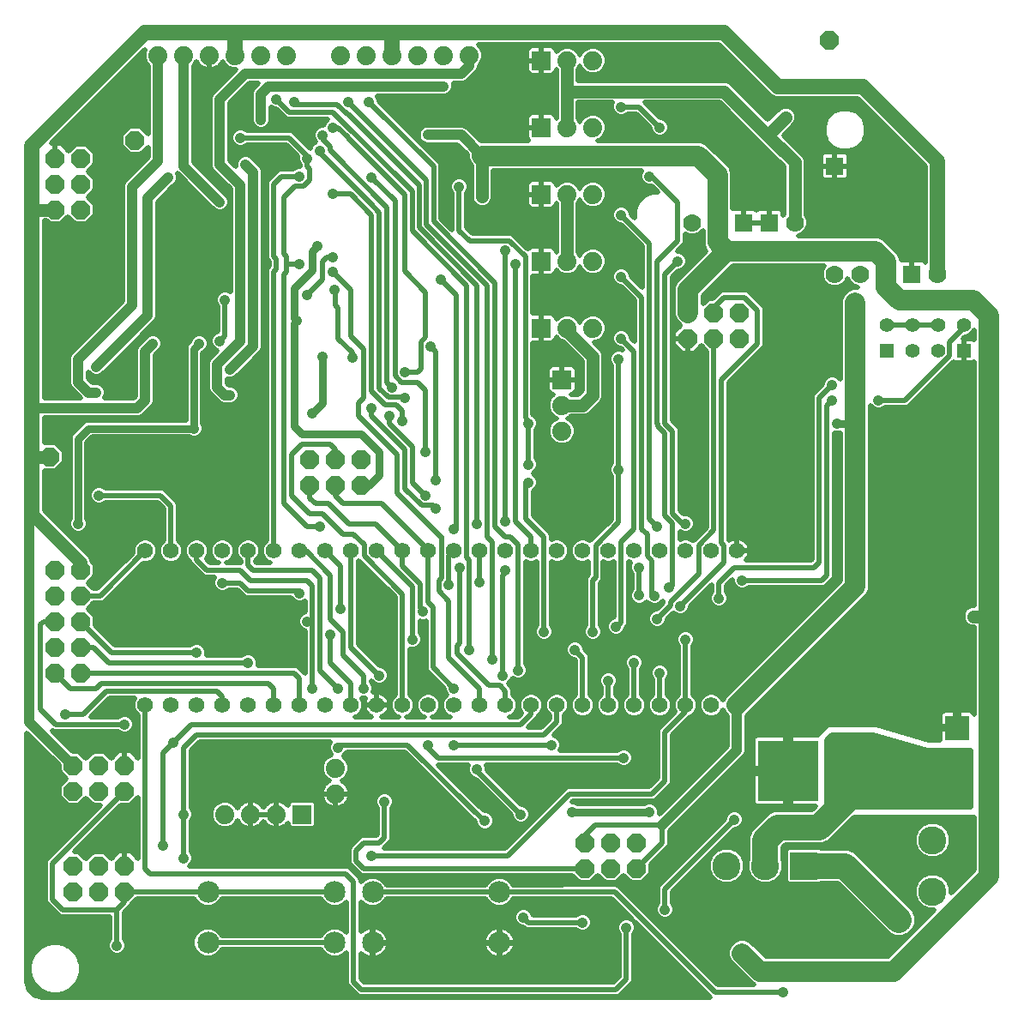
<source format=gbl>
G75*
%MOIN*%
%OFA0B0*%
%FSLAX25Y25*%
%IPPOS*%
%LPD*%
%AMOC8*
5,1,8,0,0,1.08239X$1,22.5*
%
%ADD10C,0.07000*%
%ADD11R,0.07000X0.07000*%
%ADD12OC8,0.07400*%
%ADD13C,0.07400*%
%ADD14R,0.09450X0.09450*%
%ADD15C,0.09450*%
%ADD16C,0.06200*%
%ADD17C,0.08500*%
%ADD18R,0.07400X0.07400*%
%ADD19R,0.05550X0.05550*%
%ADD20C,0.05550*%
%ADD21C,0.23622*%
%ADD22R,0.23622X0.23622*%
%ADD23R,0.10925X0.10925*%
%ADD24C,0.10925*%
%ADD25C,0.02000*%
%ADD26OC8,0.04165*%
%ADD27OC8,0.07500*%
%ADD28C,0.05937*%
%ADD29C,0.08000*%
%ADD30C,0.04165*%
%ADD31C,0.03000*%
%ADD32C,0.04000*%
%ADD33C,0.05000*%
%ADD34C,0.06000*%
%ADD35C,0.10000*%
%ADD36C,0.07500*%
D10*
X0269500Y0312000D03*
X0279500Y0312000D03*
X0309500Y0312000D03*
X0325000Y0292000D03*
X0335000Y0292000D03*
X0345000Y0292000D03*
X0365000Y0292000D03*
D11*
X0355000Y0292000D03*
X0325000Y0334000D03*
X0299500Y0312000D03*
X0289500Y0312000D03*
D12*
X0288000Y0277000D03*
X0288000Y0267000D03*
X0278000Y0267000D03*
X0268000Y0267000D03*
X0268000Y0277000D03*
X0278000Y0277000D03*
X0141000Y0220000D03*
X0141000Y0210000D03*
X0131000Y0210000D03*
X0131000Y0220000D03*
X0121000Y0220000D03*
X0121000Y0210000D03*
X0032000Y0177000D03*
X0032000Y0167000D03*
X0022000Y0167000D03*
X0022000Y0177000D03*
X0022000Y0157000D03*
X0022000Y0147000D03*
X0032000Y0147000D03*
X0032000Y0157000D03*
X0032000Y0137000D03*
X0022000Y0137000D03*
X0029000Y0101000D03*
X0029000Y0091000D03*
X0039000Y0091000D03*
X0039000Y0101000D03*
X0049000Y0101000D03*
X0049000Y0091000D03*
X0049000Y0062000D03*
X0049000Y0052000D03*
X0039000Y0052000D03*
X0039000Y0062000D03*
X0029000Y0062000D03*
X0029000Y0052000D03*
X0228000Y0061000D03*
X0238000Y0061000D03*
X0238000Y0071000D03*
X0228000Y0071000D03*
X0248000Y0071000D03*
X0248000Y0061000D03*
X0032000Y0317000D03*
X0032000Y0327000D03*
X0022000Y0327000D03*
X0022000Y0317000D03*
X0022000Y0337000D03*
X0032000Y0337000D03*
D13*
X0062000Y0377000D03*
X0072000Y0377000D03*
X0082000Y0377000D03*
X0092000Y0377000D03*
X0102000Y0377000D03*
X0112000Y0377000D03*
X0133000Y0377000D03*
X0143000Y0377000D03*
X0153000Y0377000D03*
X0163000Y0377000D03*
X0173000Y0377000D03*
X0183000Y0377000D03*
X0221000Y0375000D03*
X0231000Y0375000D03*
X0231000Y0349000D03*
X0221000Y0349000D03*
X0221000Y0323000D03*
X0231000Y0323000D03*
X0231000Y0297000D03*
X0221000Y0297000D03*
X0221000Y0271000D03*
X0231000Y0271000D03*
X0219000Y0241000D03*
X0219000Y0231000D03*
X0131000Y0100000D03*
X0131000Y0090000D03*
X0108000Y0082000D03*
X0098000Y0082000D03*
X0088000Y0082000D03*
D14*
X0372567Y0115638D03*
D15*
X0372567Y0095638D03*
D16*
X0287000Y0124500D03*
X0277000Y0124500D03*
X0267000Y0124500D03*
X0257000Y0124500D03*
X0247000Y0124500D03*
X0237000Y0124500D03*
X0227000Y0124500D03*
X0217000Y0124500D03*
X0207000Y0124500D03*
X0197000Y0124500D03*
X0187000Y0124500D03*
X0177000Y0124500D03*
X0167000Y0124500D03*
X0157000Y0124500D03*
X0147000Y0124500D03*
X0137000Y0124500D03*
X0127000Y0124500D03*
X0117000Y0124500D03*
X0107000Y0124500D03*
X0097000Y0124500D03*
X0087000Y0124500D03*
X0077000Y0124500D03*
X0067000Y0124500D03*
X0057000Y0124500D03*
X0057000Y0184500D03*
X0067000Y0184500D03*
X0077000Y0184500D03*
X0087000Y0184500D03*
X0097000Y0184500D03*
X0107000Y0184500D03*
X0117000Y0184500D03*
X0127000Y0184500D03*
X0137000Y0184500D03*
X0147000Y0184500D03*
X0157000Y0184500D03*
X0167000Y0184500D03*
X0177000Y0184500D03*
X0187000Y0184500D03*
X0197000Y0184500D03*
X0207000Y0184500D03*
X0217000Y0184500D03*
X0227000Y0184500D03*
X0237000Y0184500D03*
X0247000Y0184500D03*
X0257000Y0184500D03*
X0267000Y0184500D03*
X0277000Y0184500D03*
X0287000Y0184500D03*
D17*
X0194606Y0051843D03*
X0194606Y0032157D03*
X0145394Y0032157D03*
X0130606Y0032157D03*
X0130606Y0051843D03*
X0145394Y0051843D03*
X0081394Y0051843D03*
X0081394Y0032157D03*
D18*
X0118000Y0082000D03*
X0219000Y0251000D03*
X0211000Y0271000D03*
X0211000Y0297000D03*
X0211000Y0323000D03*
X0211000Y0349000D03*
X0211000Y0375000D03*
D19*
X0345059Y0262195D03*
X0375059Y0262195D03*
D20*
X0365059Y0262195D03*
X0365059Y0272195D03*
X0375059Y0272195D03*
X0355059Y0272195D03*
X0345059Y0272195D03*
X0355059Y0262195D03*
D21*
X0336528Y0099000D03*
D22*
X0307000Y0099000D03*
D23*
X0313000Y0062000D03*
D24*
X0298000Y0062000D03*
X0283000Y0062000D03*
X0363000Y0052000D03*
X0363000Y0072000D03*
D25*
X0012757Y0012757D02*
X0011654Y0014276D01*
X0011074Y0016061D01*
X0011000Y0017000D01*
X0011000Y0113626D01*
X0023500Y0101126D01*
X0023500Y0098722D01*
X0026222Y0096000D01*
X0023500Y0093278D01*
X0023500Y0088722D01*
X0026722Y0085500D01*
X0031278Y0085500D01*
X0034000Y0088222D01*
X0036722Y0085500D01*
X0039540Y0085500D01*
X0019414Y0065374D01*
X0018626Y0064586D01*
X0018200Y0063557D01*
X0018200Y0048443D01*
X0018626Y0047414D01*
X0022626Y0043414D01*
X0023414Y0042626D01*
X0024443Y0042200D01*
X0043200Y0042200D01*
X0043200Y0033691D01*
X0042708Y0033199D01*
X0042117Y0031772D01*
X0042117Y0030228D01*
X0042708Y0028801D01*
X0043801Y0027708D01*
X0045228Y0027117D01*
X0046772Y0027117D01*
X0048199Y0027708D01*
X0049292Y0028801D01*
X0049883Y0030228D01*
X0049883Y0031772D01*
X0049292Y0033199D01*
X0048800Y0033691D01*
X0048800Y0043840D01*
X0050586Y0045626D01*
X0051374Y0046414D01*
X0051502Y0046724D01*
X0053978Y0049200D01*
X0075940Y0049200D01*
X0076265Y0048415D01*
X0077967Y0046714D01*
X0080190Y0045793D01*
X0082597Y0045793D01*
X0084821Y0046714D01*
X0086523Y0048415D01*
X0086782Y0049043D01*
X0125218Y0049043D01*
X0125477Y0048415D01*
X0127179Y0046714D01*
X0129403Y0045793D01*
X0131810Y0045793D01*
X0134033Y0046714D01*
X0135200Y0047880D01*
X0135200Y0036120D01*
X0134033Y0037286D01*
X0131810Y0038207D01*
X0129403Y0038207D01*
X0127179Y0037286D01*
X0125477Y0035585D01*
X0125218Y0034957D01*
X0086782Y0034957D01*
X0086523Y0035585D01*
X0084821Y0037286D01*
X0082597Y0038207D01*
X0080190Y0038207D01*
X0077967Y0037286D01*
X0076265Y0035585D01*
X0075344Y0033361D01*
X0075344Y0030954D01*
X0076265Y0028730D01*
X0077967Y0027029D01*
X0080190Y0026107D01*
X0082597Y0026107D01*
X0084821Y0027029D01*
X0086523Y0028730D01*
X0086782Y0029357D01*
X0125218Y0029357D01*
X0125477Y0028730D01*
X0127179Y0027029D01*
X0129403Y0026107D01*
X0131810Y0026107D01*
X0134033Y0027029D01*
X0135200Y0028195D01*
X0135200Y0016443D01*
X0135626Y0015414D01*
X0136414Y0014626D01*
X0138626Y0012414D01*
X0139414Y0011626D01*
X0140443Y0011200D01*
X0240557Y0011200D01*
X0241586Y0011626D01*
X0242374Y0012414D01*
X0245586Y0015626D01*
X0246374Y0016414D01*
X0246800Y0017443D01*
X0246800Y0035309D01*
X0247292Y0035801D01*
X0247883Y0037228D01*
X0247883Y0038772D01*
X0247293Y0040196D01*
X0276489Y0011000D01*
X0017000Y0011000D01*
X0016061Y0011074D01*
X0014276Y0011654D01*
X0012757Y0012757D01*
X0012584Y0012996D02*
X0017391Y0012996D01*
X0018101Y0012586D02*
X0020670Y0011898D01*
X0023330Y0011898D01*
X0025899Y0012586D01*
X0028203Y0013916D01*
X0030084Y0015797D01*
X0031414Y0018101D01*
X0032102Y0020670D01*
X0032102Y0023330D01*
X0031414Y0025899D01*
X0030084Y0028203D01*
X0028203Y0030084D01*
X0025899Y0031414D01*
X0023330Y0032102D01*
X0020670Y0032102D01*
X0018101Y0031414D01*
X0015797Y0030084D01*
X0013916Y0028203D01*
X0012586Y0025899D01*
X0011898Y0023330D01*
X0011898Y0020670D01*
X0012586Y0018101D01*
X0013916Y0015797D01*
X0015797Y0013916D01*
X0018101Y0012586D01*
X0014719Y0014994D02*
X0011421Y0014994D01*
X0011001Y0016993D02*
X0013226Y0016993D01*
X0012348Y0018991D02*
X0011000Y0018991D01*
X0011000Y0020990D02*
X0011898Y0020990D01*
X0011898Y0022988D02*
X0011000Y0022988D01*
X0011000Y0024987D02*
X0012342Y0024987D01*
X0013213Y0026985D02*
X0011000Y0026985D01*
X0011000Y0028984D02*
X0014697Y0028984D01*
X0017353Y0030982D02*
X0011000Y0030982D01*
X0011000Y0032981D02*
X0042618Y0032981D01*
X0042117Y0030982D02*
X0026647Y0030982D01*
X0029303Y0028984D02*
X0042633Y0028984D01*
X0046000Y0031000D02*
X0046000Y0045000D01*
X0049000Y0048000D01*
X0049000Y0052000D01*
X0081236Y0052000D01*
X0081394Y0051843D01*
X0130606Y0051843D01*
X0125248Y0048969D02*
X0086752Y0048969D01*
X0085077Y0046970D02*
X0126923Y0046970D01*
X0134290Y0046970D02*
X0135200Y0046970D01*
X0135200Y0044972D02*
X0049931Y0044972D01*
X0048800Y0042973D02*
X0135200Y0042973D01*
X0135200Y0040975D02*
X0048800Y0040975D01*
X0048800Y0038976D02*
X0135200Y0038976D01*
X0135200Y0036978D02*
X0134342Y0036978D01*
X0130606Y0032157D02*
X0081394Y0032157D01*
X0086773Y0034979D02*
X0125227Y0034979D01*
X0126870Y0036978D02*
X0085129Y0036978D01*
X0077658Y0036978D02*
X0048800Y0036978D01*
X0048800Y0034979D02*
X0076014Y0034979D01*
X0075344Y0032981D02*
X0049382Y0032981D01*
X0049883Y0030982D02*
X0075344Y0030982D01*
X0076160Y0028984D02*
X0049367Y0028984D01*
X0043200Y0034979D02*
X0011000Y0034979D01*
X0011000Y0036978D02*
X0043200Y0036978D01*
X0043200Y0038976D02*
X0011000Y0038976D01*
X0011000Y0040975D02*
X0043200Y0040975D01*
X0046000Y0045000D02*
X0025000Y0045000D01*
X0021000Y0049000D01*
X0021000Y0063000D01*
X0049000Y0091000D01*
X0052719Y0086940D02*
X0054200Y0086940D01*
X0054200Y0088422D02*
X0054200Y0064861D01*
X0051361Y0067700D01*
X0049000Y0067700D01*
X0049000Y0062000D01*
X0049000Y0062000D01*
X0049000Y0067700D01*
X0046639Y0067700D01*
X0043859Y0064920D01*
X0041278Y0067500D01*
X0036722Y0067500D01*
X0034000Y0064778D01*
X0031278Y0067500D01*
X0029460Y0067500D01*
X0047460Y0085500D01*
X0051278Y0085500D01*
X0054200Y0088422D01*
X0054200Y0084942D02*
X0046902Y0084942D01*
X0044903Y0082943D02*
X0054200Y0082943D01*
X0054200Y0080945D02*
X0042905Y0080945D01*
X0040906Y0078946D02*
X0054200Y0078946D01*
X0054200Y0076948D02*
X0038908Y0076948D01*
X0036909Y0074949D02*
X0054200Y0074949D01*
X0054200Y0072951D02*
X0034911Y0072951D01*
X0032912Y0070952D02*
X0054200Y0070952D01*
X0054200Y0068954D02*
X0030914Y0068954D01*
X0031823Y0066955D02*
X0036177Y0066955D01*
X0034179Y0064957D02*
X0033821Y0064957D01*
X0041823Y0066955D02*
X0045894Y0066955D01*
X0043896Y0064957D02*
X0043821Y0064957D01*
X0049000Y0064957D02*
X0049000Y0064957D01*
X0049000Y0066955D02*
X0049000Y0066955D01*
X0052106Y0066955D02*
X0054200Y0066955D01*
X0054200Y0064957D02*
X0054104Y0064957D01*
X0057000Y0061000D02*
X0059000Y0059000D01*
X0135000Y0059000D01*
X0138000Y0056000D01*
X0138000Y0017000D01*
X0141000Y0014000D01*
X0240000Y0014000D01*
X0244000Y0018000D01*
X0244000Y0038000D01*
X0241200Y0035309D02*
X0241200Y0019160D01*
X0238840Y0016800D01*
X0142160Y0016800D01*
X0140800Y0018160D01*
X0140800Y0027912D01*
X0141322Y0027390D01*
X0142118Y0026812D01*
X0142995Y0026365D01*
X0143930Y0026061D01*
X0144902Y0025907D01*
X0145213Y0025907D01*
X0145213Y0031976D01*
X0145575Y0031976D01*
X0145575Y0025907D01*
X0145886Y0025907D01*
X0146857Y0026061D01*
X0147793Y0026365D01*
X0148669Y0026812D01*
X0149465Y0027390D01*
X0150161Y0028086D01*
X0150739Y0028882D01*
X0151186Y0029758D01*
X0151490Y0030694D01*
X0151644Y0031666D01*
X0151644Y0031976D01*
X0145575Y0031976D01*
X0145575Y0032339D01*
X0145213Y0032339D01*
X0145213Y0038407D01*
X0144902Y0038407D01*
X0143930Y0038254D01*
X0142995Y0037950D01*
X0142118Y0037503D01*
X0141322Y0036925D01*
X0140800Y0036403D01*
X0140800Y0047880D01*
X0141967Y0046714D01*
X0144190Y0045793D01*
X0146597Y0045793D01*
X0148821Y0046714D01*
X0150523Y0048415D01*
X0150782Y0049043D01*
X0189218Y0049043D01*
X0189477Y0048415D01*
X0191179Y0046714D01*
X0193403Y0045793D01*
X0195810Y0045793D01*
X0198033Y0046714D01*
X0199735Y0048415D01*
X0200003Y0049061D01*
X0238293Y0049196D01*
X0246196Y0041293D01*
X0244772Y0041883D01*
X0243228Y0041883D01*
X0241801Y0041292D01*
X0240708Y0040199D01*
X0240117Y0038772D01*
X0240117Y0037228D01*
X0240708Y0035801D01*
X0241200Y0035309D01*
X0241200Y0034979D02*
X0200183Y0034979D01*
X0200398Y0034557D02*
X0199952Y0035433D01*
X0199374Y0036229D01*
X0198678Y0036925D01*
X0197882Y0037503D01*
X0197005Y0037950D01*
X0196070Y0038254D01*
X0195098Y0038407D01*
X0194787Y0038407D01*
X0194787Y0032339D01*
X0194425Y0032339D01*
X0194425Y0038407D01*
X0194114Y0038407D01*
X0193143Y0038254D01*
X0192207Y0037950D01*
X0191331Y0037503D01*
X0190535Y0036925D01*
X0189839Y0036229D01*
X0189261Y0035433D01*
X0188814Y0034557D01*
X0188510Y0033621D01*
X0188356Y0032649D01*
X0188356Y0032339D01*
X0194425Y0032339D01*
X0194425Y0031976D01*
X0194787Y0031976D01*
X0194787Y0025907D01*
X0195098Y0025907D01*
X0196070Y0026061D01*
X0197005Y0026365D01*
X0197882Y0026812D01*
X0198678Y0027390D01*
X0199374Y0028086D01*
X0199952Y0028882D01*
X0200398Y0029758D01*
X0200702Y0030694D01*
X0200856Y0031666D01*
X0200856Y0031976D01*
X0194787Y0031976D01*
X0194787Y0032339D01*
X0200856Y0032339D01*
X0200856Y0032649D01*
X0200702Y0033621D01*
X0200398Y0034557D01*
X0200804Y0032981D02*
X0241200Y0032981D01*
X0241200Y0030982D02*
X0200748Y0030982D01*
X0200004Y0028984D02*
X0241200Y0028984D01*
X0241200Y0026985D02*
X0198120Y0026985D01*
X0194787Y0026985D02*
X0194425Y0026985D01*
X0194425Y0025907D02*
X0194425Y0031976D01*
X0188356Y0031976D01*
X0188356Y0031666D01*
X0188510Y0030694D01*
X0188814Y0029758D01*
X0189261Y0028882D01*
X0189839Y0028086D01*
X0190535Y0027390D01*
X0191331Y0026812D01*
X0192207Y0026365D01*
X0193143Y0026061D01*
X0194114Y0025907D01*
X0194425Y0025907D01*
X0194425Y0028984D02*
X0194787Y0028984D01*
X0194787Y0030982D02*
X0194425Y0030982D01*
X0194425Y0032981D02*
X0194787Y0032981D01*
X0194787Y0034979D02*
X0194425Y0034979D01*
X0194425Y0036978D02*
X0194787Y0036978D01*
X0198605Y0036978D02*
X0224531Y0036978D01*
X0224309Y0037200D02*
X0224801Y0036708D01*
X0226228Y0036117D01*
X0227772Y0036117D01*
X0229199Y0036708D01*
X0230292Y0037801D01*
X0230883Y0039228D01*
X0230883Y0040772D01*
X0230292Y0042199D01*
X0229199Y0043292D01*
X0227772Y0043883D01*
X0226228Y0043883D01*
X0224801Y0043292D01*
X0224309Y0042800D01*
X0207871Y0042800D01*
X0207292Y0044199D01*
X0206199Y0045292D01*
X0204772Y0045883D01*
X0203228Y0045883D01*
X0201801Y0045292D01*
X0200708Y0044199D01*
X0200117Y0042772D01*
X0200117Y0041228D01*
X0200708Y0039801D01*
X0201801Y0038708D01*
X0203228Y0038117D01*
X0203923Y0038117D01*
X0204414Y0037626D01*
X0205443Y0037200D01*
X0224309Y0037200D01*
X0227000Y0040000D02*
X0206000Y0040000D01*
X0204000Y0042000D01*
X0201481Y0044972D02*
X0140800Y0044972D01*
X0140800Y0046970D02*
X0141710Y0046970D01*
X0140800Y0042973D02*
X0200201Y0042973D01*
X0200222Y0040975D02*
X0140800Y0040975D01*
X0140800Y0038976D02*
X0201533Y0038976D01*
X0207799Y0042973D02*
X0224482Y0042973D01*
X0229518Y0042973D02*
X0244516Y0042973D01*
X0242517Y0044972D02*
X0206519Y0044972D01*
X0199964Y0048969D02*
X0238520Y0048969D01*
X0240519Y0046970D02*
X0198290Y0046970D01*
X0194606Y0051843D02*
X0239449Y0052000D01*
X0278449Y0013000D01*
X0305000Y0013000D01*
X0293398Y0015800D02*
X0279609Y0015800D01*
X0241819Y0053590D01*
X0241817Y0053594D01*
X0241425Y0053983D01*
X0241035Y0054374D01*
X0241030Y0054376D01*
X0241027Y0054379D01*
X0240515Y0054589D01*
X0240006Y0054800D01*
X0240001Y0054800D01*
X0239996Y0054802D01*
X0239442Y0054800D01*
X0238892Y0054800D01*
X0238887Y0054798D01*
X0199987Y0054661D01*
X0199735Y0055270D01*
X0198033Y0056971D01*
X0195810Y0057893D01*
X0193403Y0057893D01*
X0191179Y0056971D01*
X0189477Y0055270D01*
X0189218Y0054643D01*
X0150782Y0054643D01*
X0150523Y0055270D01*
X0148821Y0056971D01*
X0146597Y0057893D01*
X0144190Y0057893D01*
X0141967Y0056971D01*
X0140800Y0055805D01*
X0140800Y0056557D01*
X0140374Y0057586D01*
X0139586Y0058374D01*
X0136586Y0061374D01*
X0135557Y0061800D01*
X0074291Y0061800D01*
X0075292Y0062801D01*
X0075883Y0064228D01*
X0075883Y0065772D01*
X0075292Y0067199D01*
X0074800Y0067691D01*
X0074800Y0079309D01*
X0075292Y0079801D01*
X0075883Y0081228D01*
X0075883Y0082772D01*
X0075292Y0084199D01*
X0074800Y0084691D01*
X0074800Y0106840D01*
X0078160Y0110200D01*
X0128709Y0110200D01*
X0128708Y0110199D01*
X0128117Y0108772D01*
X0128117Y0107228D01*
X0128708Y0105801D01*
X0129272Y0105237D01*
X0127884Y0104663D01*
X0126337Y0103115D01*
X0125500Y0101094D01*
X0125500Y0098906D01*
X0126337Y0096884D01*
X0127884Y0095337D01*
X0128456Y0095101D01*
X0128013Y0094875D01*
X0127287Y0094348D01*
X0126652Y0093713D01*
X0126125Y0092987D01*
X0125718Y0092188D01*
X0125440Y0091335D01*
X0125300Y0090449D01*
X0125300Y0090000D01*
X0131000Y0090000D01*
X0136700Y0090000D01*
X0136700Y0090449D01*
X0136560Y0091335D01*
X0136282Y0092188D01*
X0135875Y0092987D01*
X0135348Y0093713D01*
X0134713Y0094348D01*
X0133987Y0094875D01*
X0133544Y0095101D01*
X0134115Y0095337D01*
X0135663Y0096884D01*
X0136500Y0098906D01*
X0136500Y0101094D01*
X0135663Y0103115D01*
X0134115Y0104663D01*
X0134102Y0104668D01*
X0134199Y0104708D01*
X0135292Y0105801D01*
X0135457Y0106200D01*
X0157840Y0106200D01*
X0182186Y0081854D01*
X0182224Y0081777D01*
X0182578Y0081462D01*
X0182914Y0081126D01*
X0182992Y0081094D01*
X0185117Y0079205D01*
X0185117Y0078728D01*
X0185708Y0077301D01*
X0186801Y0076208D01*
X0188228Y0075617D01*
X0189772Y0075617D01*
X0191199Y0076208D01*
X0192292Y0077301D01*
X0192883Y0078728D01*
X0192883Y0080272D01*
X0192292Y0081699D01*
X0191199Y0082792D01*
X0189772Y0083383D01*
X0188847Y0083383D01*
X0186422Y0085538D01*
X0170760Y0101200D01*
X0182550Y0101200D01*
X0182117Y0100155D01*
X0182117Y0098610D01*
X0182708Y0097183D01*
X0183801Y0096091D01*
X0185228Y0095500D01*
X0185540Y0095500D01*
X0199117Y0081923D01*
X0199117Y0081228D01*
X0199708Y0079801D01*
X0200801Y0078708D01*
X0202228Y0078117D01*
X0203772Y0078117D01*
X0205199Y0078708D01*
X0206292Y0079801D01*
X0206883Y0081228D01*
X0206883Y0082772D01*
X0206292Y0084199D01*
X0205199Y0085292D01*
X0203772Y0085883D01*
X0203077Y0085883D01*
X0189883Y0099077D01*
X0189883Y0100155D01*
X0189450Y0101200D01*
X0240309Y0101200D01*
X0240801Y0100708D01*
X0242228Y0100117D01*
X0243772Y0100117D01*
X0245199Y0100708D01*
X0246292Y0101801D01*
X0246883Y0103228D01*
X0246883Y0104772D01*
X0246292Y0106199D01*
X0245199Y0107292D01*
X0243772Y0107883D01*
X0242228Y0107883D01*
X0240801Y0107292D01*
X0240309Y0106800D01*
X0218291Y0106800D01*
X0218292Y0106801D01*
X0218883Y0108228D01*
X0218883Y0109772D01*
X0218292Y0111199D01*
X0217199Y0112292D01*
X0215822Y0112862D01*
X0218586Y0115626D01*
X0219374Y0116414D01*
X0219800Y0117443D01*
X0219800Y0120370D01*
X0221154Y0121724D01*
X0221900Y0123525D01*
X0221900Y0125475D01*
X0221154Y0127276D01*
X0219776Y0128654D01*
X0217975Y0129400D01*
X0216025Y0129400D01*
X0214224Y0128654D01*
X0212846Y0127276D01*
X0212100Y0125475D01*
X0212100Y0123525D01*
X0212846Y0121724D01*
X0214200Y0120370D01*
X0214200Y0119160D01*
X0210840Y0115800D01*
X0205760Y0115800D01*
X0209374Y0119414D01*
X0209757Y0120338D01*
X0209776Y0120346D01*
X0211154Y0121724D01*
X0211900Y0123525D01*
X0211900Y0125475D01*
X0211154Y0127276D01*
X0209776Y0128654D01*
X0207975Y0129400D01*
X0206025Y0129400D01*
X0204224Y0128654D01*
X0202846Y0127276D01*
X0202100Y0125475D01*
X0202100Y0123525D01*
X0202846Y0121724D01*
X0203305Y0121265D01*
X0201840Y0119800D01*
X0198457Y0119800D01*
X0199776Y0120346D01*
X0201154Y0121724D01*
X0201900Y0123525D01*
X0201900Y0125475D01*
X0201154Y0127276D01*
X0199800Y0128630D01*
X0199800Y0130557D01*
X0199374Y0131586D01*
X0198225Y0132734D01*
X0199292Y0133801D01*
X0199707Y0134803D01*
X0199801Y0134708D01*
X0201228Y0134117D01*
X0202772Y0134117D01*
X0204199Y0134708D01*
X0205292Y0135801D01*
X0205883Y0137228D01*
X0205883Y0138772D01*
X0205292Y0140199D01*
X0204800Y0140691D01*
X0204800Y0180108D01*
X0206025Y0179600D01*
X0207975Y0179600D01*
X0209200Y0180108D01*
X0209200Y0155691D01*
X0208708Y0155199D01*
X0208117Y0153772D01*
X0208117Y0152228D01*
X0208708Y0150801D01*
X0209801Y0149708D01*
X0211228Y0149117D01*
X0212772Y0149117D01*
X0214199Y0149708D01*
X0215292Y0150801D01*
X0215883Y0152228D01*
X0215883Y0153772D01*
X0215292Y0155199D01*
X0214800Y0155691D01*
X0214800Y0180108D01*
X0216025Y0179600D01*
X0217975Y0179600D01*
X0219776Y0180346D01*
X0221154Y0181724D01*
X0221900Y0183525D01*
X0221900Y0185475D01*
X0221154Y0187276D01*
X0219776Y0188654D01*
X0217975Y0189400D01*
X0216025Y0189400D01*
X0214800Y0188892D01*
X0214800Y0190557D01*
X0214374Y0191586D01*
X0207800Y0198160D01*
X0207800Y0207543D01*
X0208199Y0207708D01*
X0209292Y0208801D01*
X0209883Y0210228D01*
X0209883Y0211772D01*
X0209292Y0213199D01*
X0208199Y0214292D01*
X0207696Y0214500D01*
X0208199Y0214708D01*
X0209292Y0215801D01*
X0209883Y0217228D01*
X0209883Y0218772D01*
X0209292Y0220199D01*
X0208800Y0220691D01*
X0208800Y0231309D01*
X0209292Y0231801D01*
X0209883Y0233228D01*
X0209883Y0234772D01*
X0209292Y0236199D01*
X0208199Y0237292D01*
X0207565Y0237554D01*
X0207565Y0265300D01*
X0211000Y0265300D01*
X0214963Y0265300D01*
X0215472Y0265436D01*
X0215928Y0265700D01*
X0216300Y0266072D01*
X0216564Y0266528D01*
X0216700Y0267037D01*
X0216700Y0267522D01*
X0217884Y0266337D01*
X0219074Y0265844D01*
X0226700Y0258219D01*
X0226700Y0246781D01*
X0225219Y0245300D01*
X0222478Y0245300D01*
X0222963Y0245300D01*
X0223472Y0245436D01*
X0223928Y0245700D01*
X0224300Y0246072D01*
X0224564Y0246528D01*
X0224700Y0247037D01*
X0224700Y0251000D01*
X0224700Y0254963D01*
X0224564Y0255472D01*
X0224300Y0255928D01*
X0223928Y0256300D01*
X0223472Y0256564D01*
X0222963Y0256700D01*
X0219000Y0256700D01*
X0219000Y0251000D01*
X0219000Y0251000D01*
X0224700Y0251000D01*
X0219000Y0251000D01*
X0219000Y0251000D01*
X0219000Y0251000D01*
X0213300Y0251000D01*
X0213300Y0254963D01*
X0213436Y0255472D01*
X0213700Y0255928D01*
X0214072Y0256300D01*
X0214528Y0256564D01*
X0215037Y0256700D01*
X0219000Y0256700D01*
X0219000Y0251000D01*
X0213300Y0251000D01*
X0213300Y0247037D01*
X0213436Y0246528D01*
X0213700Y0246072D01*
X0214072Y0245700D01*
X0214528Y0245436D01*
X0215037Y0245300D01*
X0215522Y0245300D01*
X0214337Y0244115D01*
X0213500Y0242094D01*
X0213500Y0239906D01*
X0214337Y0237884D01*
X0215884Y0236337D01*
X0216699Y0236000D01*
X0215884Y0235663D01*
X0214337Y0234115D01*
X0213500Y0232094D01*
X0213500Y0229906D01*
X0214337Y0227884D01*
X0215884Y0226337D01*
X0217906Y0225500D01*
X0220094Y0225500D01*
X0222115Y0226337D01*
X0223663Y0227884D01*
X0224500Y0229906D01*
X0224500Y0232094D01*
X0223663Y0234115D01*
X0222115Y0235663D01*
X0221301Y0236000D01*
X0222115Y0236337D01*
X0222478Y0236700D01*
X0227855Y0236700D01*
X0229436Y0237355D01*
X0233436Y0241355D01*
X0234645Y0242564D01*
X0235300Y0244145D01*
X0235300Y0260855D01*
X0234645Y0262436D01*
X0231581Y0265500D01*
X0232094Y0265500D01*
X0234115Y0266337D01*
X0235663Y0267884D01*
X0236500Y0269906D01*
X0236500Y0272094D01*
X0235663Y0274115D01*
X0234115Y0275663D01*
X0232094Y0276500D01*
X0229906Y0276500D01*
X0227884Y0275663D01*
X0226337Y0274115D01*
X0226000Y0273301D01*
X0225663Y0274115D01*
X0224115Y0275663D01*
X0222094Y0276500D01*
X0219906Y0276500D01*
X0217884Y0275663D01*
X0216700Y0274478D01*
X0216700Y0274963D01*
X0216564Y0275472D01*
X0216300Y0275928D01*
X0215928Y0276300D01*
X0215472Y0276564D01*
X0214963Y0276700D01*
X0211000Y0276700D01*
X0211000Y0271000D01*
X0211000Y0271000D01*
X0211000Y0276700D01*
X0207565Y0276700D01*
X0207565Y0291300D01*
X0211000Y0291300D01*
X0214963Y0291300D01*
X0215472Y0291436D01*
X0215928Y0291700D01*
X0216300Y0292072D01*
X0216564Y0292528D01*
X0216700Y0293037D01*
X0216700Y0293522D01*
X0217884Y0292337D01*
X0219906Y0291500D01*
X0222094Y0291500D01*
X0224115Y0292337D01*
X0225663Y0293884D01*
X0226000Y0294699D01*
X0226337Y0293884D01*
X0227884Y0292337D01*
X0229906Y0291500D01*
X0232094Y0291500D01*
X0234115Y0292337D01*
X0235663Y0293884D01*
X0236500Y0295906D01*
X0236500Y0298094D01*
X0235663Y0300115D01*
X0234115Y0301663D01*
X0232094Y0302500D01*
X0229906Y0302500D01*
X0227884Y0301663D01*
X0226337Y0300115D01*
X0226000Y0299301D01*
X0225663Y0300115D01*
X0225300Y0300478D01*
X0225300Y0319522D01*
X0225663Y0319884D01*
X0226000Y0320699D01*
X0226337Y0319884D01*
X0227884Y0318337D01*
X0229906Y0317500D01*
X0232094Y0317500D01*
X0234115Y0318337D01*
X0235663Y0319884D01*
X0236500Y0321906D01*
X0236500Y0324094D01*
X0235663Y0326115D01*
X0234115Y0327663D01*
X0232094Y0328500D01*
X0229906Y0328500D01*
X0227884Y0327663D01*
X0226337Y0326115D01*
X0226000Y0325301D01*
X0225663Y0326115D01*
X0224115Y0327663D01*
X0222094Y0328500D01*
X0219906Y0328500D01*
X0217884Y0327663D01*
X0216700Y0326478D01*
X0216700Y0326963D01*
X0216564Y0327472D01*
X0216300Y0327928D01*
X0215928Y0328300D01*
X0215472Y0328564D01*
X0214963Y0328700D01*
X0211000Y0328700D01*
X0211000Y0323000D01*
X0211000Y0323000D01*
X0211000Y0317300D01*
X0214963Y0317300D01*
X0215472Y0317436D01*
X0215928Y0317700D01*
X0216300Y0318072D01*
X0216564Y0318528D01*
X0216700Y0319037D01*
X0216700Y0319522D01*
X0216700Y0319522D01*
X0216700Y0300478D01*
X0216700Y0300963D01*
X0216564Y0301472D01*
X0216300Y0301928D01*
X0215928Y0302300D01*
X0215472Y0302564D01*
X0214963Y0302700D01*
X0211000Y0302700D01*
X0211000Y0297000D01*
X0211000Y0297000D01*
X0211000Y0302700D01*
X0207037Y0302700D01*
X0206528Y0302564D01*
X0206072Y0302300D01*
X0205700Y0301928D01*
X0205665Y0301868D01*
X0200982Y0306551D01*
X0200982Y0306551D01*
X0200194Y0307339D01*
X0199165Y0307765D01*
X0184194Y0307765D01*
X0181800Y0310160D01*
X0181800Y0323309D01*
X0182292Y0323801D01*
X0182883Y0325228D01*
X0182883Y0326772D01*
X0182292Y0328199D01*
X0181199Y0329292D01*
X0179772Y0329883D01*
X0178228Y0329883D01*
X0176801Y0329292D01*
X0175708Y0328199D01*
X0175117Y0326772D01*
X0175117Y0325228D01*
X0175708Y0323801D01*
X0176200Y0323309D01*
X0176200Y0309269D01*
X0171917Y0313552D01*
X0171917Y0334440D01*
X0171491Y0335469D01*
X0147883Y0359077D01*
X0147883Y0359772D01*
X0147292Y0361199D01*
X0147291Y0361200D01*
X0172028Y0361200D01*
X0172228Y0361117D01*
X0173772Y0361117D01*
X0175199Y0361708D01*
X0176292Y0362801D01*
X0176883Y0364228D01*
X0176883Y0365772D01*
X0176705Y0366200D01*
X0180756Y0366200D01*
X0182153Y0366779D01*
X0183221Y0367847D01*
X0186221Y0370847D01*
X0186800Y0372244D01*
X0186800Y0373022D01*
X0187663Y0373884D01*
X0188500Y0375906D01*
X0188500Y0378094D01*
X0187663Y0380115D01*
X0186578Y0381200D01*
X0280012Y0381200D01*
X0300281Y0360931D01*
X0302045Y0360200D01*
X0334012Y0360200D01*
X0360200Y0334012D01*
X0360200Y0296555D01*
X0360100Y0296728D01*
X0359728Y0297100D01*
X0359272Y0297364D01*
X0358763Y0297500D01*
X0355000Y0297500D01*
X0355000Y0292000D01*
X0355000Y0292000D01*
X0355000Y0297500D01*
X0351237Y0297500D01*
X0350800Y0297383D01*
X0350800Y0298154D01*
X0349917Y0300285D01*
X0345917Y0304285D01*
X0344285Y0305917D01*
X0342154Y0306800D01*
X0310796Y0306800D01*
X0312502Y0307507D01*
X0313993Y0308998D01*
X0314800Y0310946D01*
X0314800Y0313054D01*
X0313993Y0315002D01*
X0313800Y0315195D01*
X0313800Y0336355D01*
X0313145Y0337936D01*
X0305081Y0346000D01*
X0309645Y0350564D01*
X0310300Y0352145D01*
X0310300Y0353855D01*
X0309645Y0355436D01*
X0308436Y0356645D01*
X0306855Y0357300D01*
X0305145Y0357300D01*
X0303564Y0356645D01*
X0299000Y0352081D01*
X0285645Y0365436D01*
X0284436Y0366645D01*
X0282855Y0367300D01*
X0225300Y0367300D01*
X0225300Y0371522D01*
X0225663Y0371884D01*
X0226000Y0372699D01*
X0226337Y0371884D01*
X0227884Y0370337D01*
X0229906Y0369500D01*
X0232094Y0369500D01*
X0234115Y0370337D01*
X0235663Y0371884D01*
X0236500Y0373906D01*
X0236500Y0376094D01*
X0235663Y0378115D01*
X0234115Y0379663D01*
X0232094Y0380500D01*
X0229906Y0380500D01*
X0227884Y0379663D01*
X0226337Y0378115D01*
X0226000Y0377301D01*
X0225663Y0378115D01*
X0224115Y0379663D01*
X0222094Y0380500D01*
X0219906Y0380500D01*
X0217884Y0379663D01*
X0216700Y0378478D01*
X0216700Y0378963D01*
X0216564Y0379472D01*
X0216300Y0379928D01*
X0215928Y0380300D01*
X0215472Y0380564D01*
X0214963Y0380700D01*
X0211000Y0380700D01*
X0211000Y0375000D01*
X0211000Y0375000D01*
X0211000Y0369300D01*
X0214963Y0369300D01*
X0215472Y0369436D01*
X0215928Y0369700D01*
X0216300Y0370072D01*
X0216564Y0370528D01*
X0216700Y0371037D01*
X0216700Y0371522D01*
X0216700Y0371522D01*
X0216700Y0352478D01*
X0216700Y0352963D01*
X0216564Y0353472D01*
X0216300Y0353928D01*
X0215928Y0354300D01*
X0215472Y0354564D01*
X0214963Y0354700D01*
X0211000Y0354700D01*
X0211000Y0349000D01*
X0211000Y0349000D01*
X0211000Y0349000D01*
X0205300Y0349000D01*
X0205300Y0352963D01*
X0205436Y0353472D01*
X0205700Y0353928D01*
X0206072Y0354300D01*
X0206528Y0354564D01*
X0207037Y0354700D01*
X0211000Y0354700D01*
X0211000Y0349000D01*
X0205300Y0349000D01*
X0205300Y0345037D01*
X0205436Y0344528D01*
X0205700Y0344072D01*
X0205972Y0343800D01*
X0187555Y0343800D01*
X0182558Y0348767D01*
X0182029Y0349296D01*
X0182023Y0349299D01*
X0182019Y0349303D01*
X0181325Y0349588D01*
X0180632Y0349875D01*
X0180626Y0349875D01*
X0180620Y0349877D01*
X0179871Y0349875D01*
X0167946Y0349875D01*
X0167747Y0349957D01*
X0166202Y0349957D01*
X0164775Y0349366D01*
X0163683Y0348274D01*
X0163092Y0346847D01*
X0163092Y0345302D01*
X0163683Y0343875D01*
X0164775Y0342783D01*
X0166202Y0342192D01*
X0167747Y0342192D01*
X0167946Y0342275D01*
X0178309Y0342275D01*
X0182200Y0338407D01*
X0182200Y0336846D01*
X0183083Y0334715D01*
X0183700Y0334098D01*
X0183700Y0321345D01*
X0184355Y0319764D01*
X0185564Y0318555D01*
X0187145Y0317900D01*
X0188855Y0317900D01*
X0190436Y0318555D01*
X0191645Y0319764D01*
X0192300Y0321345D01*
X0192300Y0332200D01*
X0249709Y0332200D01*
X0249708Y0332199D01*
X0249117Y0330772D01*
X0249117Y0329228D01*
X0249708Y0327801D01*
X0250801Y0326708D01*
X0252228Y0326117D01*
X0253772Y0326117D01*
X0253879Y0326161D01*
X0256241Y0323799D01*
X0253849Y0323799D01*
X0250799Y0322536D01*
X0248464Y0320201D01*
X0247201Y0317151D01*
X0247201Y0313849D01*
X0247265Y0313695D01*
X0245883Y0315077D01*
X0245883Y0315772D01*
X0245292Y0317199D01*
X0244199Y0318292D01*
X0242772Y0318883D01*
X0241228Y0318883D01*
X0239801Y0318292D01*
X0238708Y0317199D01*
X0238117Y0315772D01*
X0238117Y0314228D01*
X0238708Y0312801D01*
X0239801Y0311708D01*
X0241228Y0311117D01*
X0241923Y0311117D01*
X0250200Y0302840D01*
X0250200Y0286760D01*
X0245883Y0291077D01*
X0245883Y0291772D01*
X0245292Y0293199D01*
X0244199Y0294292D01*
X0242772Y0294883D01*
X0241228Y0294883D01*
X0239801Y0294292D01*
X0238708Y0293199D01*
X0238117Y0291772D01*
X0238117Y0290228D01*
X0238708Y0288801D01*
X0239801Y0287708D01*
X0241228Y0287117D01*
X0241923Y0287117D01*
X0247200Y0281840D01*
X0247200Y0265760D01*
X0245883Y0267077D01*
X0245883Y0267772D01*
X0245292Y0269199D01*
X0244199Y0270292D01*
X0242772Y0270883D01*
X0241228Y0270883D01*
X0239801Y0270292D01*
X0238708Y0269199D01*
X0238117Y0267772D01*
X0238117Y0266228D01*
X0238708Y0264801D01*
X0239801Y0263708D01*
X0241228Y0263117D01*
X0241923Y0263117D01*
X0242430Y0262610D01*
X0241772Y0262883D01*
X0240228Y0262883D01*
X0238801Y0262292D01*
X0237708Y0261199D01*
X0237117Y0259772D01*
X0237117Y0258228D01*
X0237708Y0256801D01*
X0238200Y0256309D01*
X0238200Y0218691D01*
X0237708Y0218199D01*
X0237117Y0216772D01*
X0237117Y0215228D01*
X0237708Y0213801D01*
X0238200Y0213309D01*
X0238200Y0196589D01*
X0230020Y0188410D01*
X0229776Y0188654D01*
X0227975Y0189400D01*
X0226025Y0189400D01*
X0224224Y0188654D01*
X0222846Y0187276D01*
X0222100Y0185475D01*
X0222100Y0183525D01*
X0222846Y0181724D01*
X0224224Y0180346D01*
X0226025Y0179600D01*
X0227975Y0179600D01*
X0229300Y0180149D01*
X0229300Y0175260D01*
X0228626Y0174586D01*
X0228200Y0173557D01*
X0228200Y0155691D01*
X0227708Y0155199D01*
X0227117Y0153772D01*
X0227117Y0152228D01*
X0227708Y0150801D01*
X0228801Y0149708D01*
X0230228Y0149117D01*
X0231772Y0149117D01*
X0233199Y0149708D01*
X0234292Y0150801D01*
X0234883Y0152228D01*
X0234883Y0153772D01*
X0234292Y0155199D01*
X0233800Y0155691D01*
X0233800Y0171840D01*
X0234474Y0172514D01*
X0234900Y0173543D01*
X0234900Y0180066D01*
X0236025Y0179600D01*
X0237975Y0179600D01*
X0239100Y0180066D01*
X0239100Y0158830D01*
X0237801Y0158292D01*
X0236708Y0157199D01*
X0236117Y0155772D01*
X0236117Y0154228D01*
X0236708Y0152801D01*
X0237801Y0151708D01*
X0239228Y0151117D01*
X0240772Y0151117D01*
X0242199Y0151708D01*
X0243292Y0152801D01*
X0243883Y0154228D01*
X0243883Y0154493D01*
X0244274Y0154884D01*
X0244700Y0155913D01*
X0244700Y0180149D01*
X0245543Y0179800D01*
X0245117Y0178772D01*
X0245117Y0177228D01*
X0245708Y0175801D01*
X0246200Y0175309D01*
X0246200Y0169808D01*
X0245708Y0169317D01*
X0245117Y0167890D01*
X0245117Y0166345D01*
X0245708Y0164918D01*
X0246801Y0163826D01*
X0248228Y0163235D01*
X0249772Y0163235D01*
X0251199Y0163826D01*
X0251941Y0164568D01*
X0252801Y0163708D01*
X0254228Y0163117D01*
X0255772Y0163117D01*
X0257199Y0163708D01*
X0258292Y0164801D01*
X0258317Y0164863D01*
X0258317Y0164277D01*
X0255923Y0161883D01*
X0255228Y0161883D01*
X0253801Y0161292D01*
X0252708Y0160199D01*
X0252117Y0158772D01*
X0252117Y0157228D01*
X0252708Y0155801D01*
X0253801Y0154708D01*
X0255228Y0154117D01*
X0256772Y0154117D01*
X0258199Y0154708D01*
X0259292Y0155801D01*
X0259883Y0157228D01*
X0259883Y0157923D01*
X0262234Y0160275D01*
X0262801Y0159708D01*
X0264228Y0159117D01*
X0265772Y0159117D01*
X0267199Y0159708D01*
X0268292Y0160801D01*
X0268883Y0162228D01*
X0268883Y0162923D01*
X0277200Y0171240D01*
X0277200Y0168691D01*
X0276708Y0168199D01*
X0276117Y0166772D01*
X0276117Y0165228D01*
X0276708Y0163801D01*
X0277801Y0162708D01*
X0279228Y0162117D01*
X0280772Y0162117D01*
X0282199Y0162708D01*
X0283292Y0163801D01*
X0283883Y0165228D01*
X0283883Y0166772D01*
X0283292Y0168199D01*
X0282800Y0168691D01*
X0282800Y0170840D01*
X0285117Y0173158D01*
X0285117Y0172228D01*
X0285708Y0170801D01*
X0286801Y0169708D01*
X0288228Y0169117D01*
X0289772Y0169117D01*
X0291199Y0169708D01*
X0291691Y0170200D01*
X0320557Y0170200D01*
X0321586Y0170626D01*
X0323586Y0172626D01*
X0324374Y0173414D01*
X0324800Y0174443D01*
X0324800Y0230294D01*
X0325228Y0230117D01*
X0326772Y0230117D01*
X0327200Y0230294D01*
X0327200Y0172902D01*
X0282083Y0127785D01*
X0281513Y0126409D01*
X0281154Y0127276D01*
X0279776Y0128654D01*
X0277975Y0129400D01*
X0276025Y0129400D01*
X0274224Y0128654D01*
X0272846Y0127276D01*
X0272100Y0125475D01*
X0272100Y0123525D01*
X0272846Y0121724D01*
X0274224Y0120346D01*
X0276025Y0119600D01*
X0277975Y0119600D01*
X0279776Y0120346D01*
X0281154Y0121724D01*
X0281513Y0122591D01*
X0282083Y0121215D01*
X0283200Y0120098D01*
X0283200Y0108574D01*
X0256883Y0082257D01*
X0256883Y0083772D01*
X0256292Y0085199D01*
X0255199Y0086292D01*
X0253772Y0086883D01*
X0252228Y0086883D01*
X0250821Y0086300D01*
X0225179Y0086300D01*
X0223772Y0086883D01*
X0222842Y0086883D01*
X0223160Y0087200D01*
X0254557Y0087200D01*
X0255586Y0087626D01*
X0256374Y0088414D01*
X0260586Y0092626D01*
X0261374Y0093414D01*
X0261800Y0094443D01*
X0261800Y0112840D01*
X0268586Y0119626D01*
X0268974Y0120014D01*
X0269776Y0120346D01*
X0271154Y0121724D01*
X0271900Y0123525D01*
X0271900Y0125475D01*
X0271154Y0127276D01*
X0269800Y0128630D01*
X0269800Y0147309D01*
X0270292Y0147801D01*
X0270883Y0149228D01*
X0270883Y0150772D01*
X0270292Y0152199D01*
X0269199Y0153292D01*
X0267772Y0153883D01*
X0266228Y0153883D01*
X0264801Y0153292D01*
X0263708Y0152199D01*
X0263117Y0150772D01*
X0263117Y0149228D01*
X0263708Y0147801D01*
X0264200Y0147309D01*
X0264200Y0128630D01*
X0262846Y0127276D01*
X0262100Y0125475D01*
X0262100Y0123525D01*
X0262822Y0121782D01*
X0256626Y0115586D01*
X0256200Y0114557D01*
X0256200Y0096160D01*
X0252840Y0092800D01*
X0221443Y0092800D01*
X0220414Y0092374D01*
X0219626Y0091586D01*
X0196840Y0068800D01*
X0149760Y0068800D01*
X0152374Y0071414D01*
X0152800Y0072443D01*
X0152800Y0084309D01*
X0153292Y0084801D01*
X0153883Y0086228D01*
X0153883Y0087772D01*
X0153292Y0089199D01*
X0152199Y0090292D01*
X0150772Y0090883D01*
X0149228Y0090883D01*
X0147801Y0090292D01*
X0146708Y0089199D01*
X0146117Y0087772D01*
X0146117Y0086228D01*
X0146708Y0084801D01*
X0147200Y0084309D01*
X0147200Y0074160D01*
X0146840Y0073800D01*
X0141443Y0073800D01*
X0140414Y0073374D01*
X0139626Y0072586D01*
X0136626Y0069586D01*
X0136200Y0068557D01*
X0136200Y0063443D01*
X0136626Y0062414D01*
X0137414Y0061626D01*
X0139626Y0059414D01*
X0140414Y0058626D01*
X0141443Y0058200D01*
X0223022Y0058200D01*
X0225722Y0055500D01*
X0230278Y0055500D01*
X0233000Y0058222D01*
X0235722Y0055500D01*
X0240278Y0055500D01*
X0243000Y0058222D01*
X0245722Y0055500D01*
X0250278Y0055500D01*
X0253500Y0058722D01*
X0253500Y0062540D01*
X0259586Y0068626D01*
X0260374Y0069414D01*
X0260800Y0070443D01*
X0260800Y0075426D01*
X0289153Y0103779D01*
X0290221Y0104847D01*
X0290800Y0106244D01*
X0290800Y0120098D01*
X0337917Y0167215D01*
X0338800Y0169346D01*
X0338800Y0240709D01*
X0339801Y0239708D01*
X0341228Y0239117D01*
X0342772Y0239117D01*
X0344199Y0239708D01*
X0344691Y0240200D01*
X0352891Y0240200D01*
X0353920Y0240626D01*
X0371092Y0257799D01*
X0371512Y0257556D01*
X0372021Y0257420D01*
X0375059Y0257420D01*
X0375059Y0262195D01*
X0375059Y0266970D01*
X0374929Y0266970D01*
X0375580Y0267620D01*
X0375969Y0267620D01*
X0377650Y0268317D01*
X0378937Y0269603D01*
X0379200Y0270238D01*
X0379200Y0266432D01*
X0379062Y0266570D01*
X0378606Y0266833D01*
X0378097Y0266970D01*
X0375059Y0266970D01*
X0375059Y0262195D01*
X0375059Y0262195D01*
X0375059Y0262195D01*
X0375059Y0257420D01*
X0378097Y0257420D01*
X0378606Y0257556D01*
X0379062Y0257820D01*
X0379200Y0257958D01*
X0379200Y0163300D01*
X0378145Y0163300D01*
X0376564Y0162645D01*
X0375355Y0161436D01*
X0374700Y0159855D01*
X0374700Y0158145D01*
X0375355Y0156564D01*
X0376564Y0155355D01*
X0378145Y0154700D01*
X0379200Y0154700D01*
X0379200Y0120969D01*
X0379156Y0121135D01*
X0378892Y0121591D01*
X0378520Y0121963D01*
X0378064Y0122226D01*
X0377555Y0122363D01*
X0373142Y0122363D01*
X0373142Y0116213D01*
X0371992Y0116213D01*
X0371992Y0122363D01*
X0367579Y0122363D01*
X0367070Y0122226D01*
X0366614Y0121963D01*
X0366242Y0121591D01*
X0365978Y0121135D01*
X0365842Y0120626D01*
X0365842Y0116213D01*
X0371992Y0116213D01*
X0371992Y0115063D01*
X0365842Y0115063D01*
X0365842Y0111000D01*
X0361560Y0111000D01*
X0341319Y0116783D01*
X0340796Y0117000D01*
X0340560Y0117000D01*
X0340334Y0117065D01*
X0339771Y0117000D01*
X0323204Y0117000D01*
X0321734Y0116391D01*
X0320609Y0115266D01*
X0318609Y0113266D01*
X0318421Y0112811D01*
X0308000Y0112811D01*
X0308000Y0100000D01*
X0306000Y0100000D01*
X0306000Y0112811D01*
X0294926Y0112811D01*
X0294417Y0112675D01*
X0293961Y0112411D01*
X0293589Y0112039D01*
X0293325Y0111583D01*
X0293189Y0111074D01*
X0293189Y0100000D01*
X0306000Y0100000D01*
X0306000Y0098000D01*
X0308000Y0098000D01*
X0308000Y0085189D01*
X0317572Y0085189D01*
X0316183Y0083800D01*
X0301647Y0083800D01*
X0299148Y0082765D01*
X0297235Y0080852D01*
X0292235Y0075852D01*
X0291200Y0073353D01*
X0291200Y0064561D01*
X0290737Y0063445D01*
X0290737Y0060555D01*
X0291843Y0057886D01*
X0293886Y0055843D01*
X0296555Y0054737D01*
X0299445Y0054737D01*
X0302114Y0055843D01*
X0304157Y0057886D01*
X0305263Y0060555D01*
X0305263Y0063445D01*
X0304800Y0064561D01*
X0304800Y0069183D01*
X0305817Y0070200D01*
X0320353Y0070200D01*
X0322852Y0071235D01*
X0332617Y0081000D01*
X0379200Y0081000D01*
X0379200Y0060402D01*
X0370263Y0051465D01*
X0370263Y0053445D01*
X0369157Y0056114D01*
X0367114Y0058157D01*
X0364445Y0059263D01*
X0361555Y0059263D01*
X0358886Y0058157D01*
X0356843Y0056114D01*
X0355737Y0053445D01*
X0355737Y0050555D01*
X0356843Y0047886D01*
X0358886Y0045843D01*
X0361555Y0044737D01*
X0363535Y0044737D01*
X0345598Y0026800D01*
X0298402Y0026800D01*
X0292285Y0032917D01*
X0290154Y0033800D01*
X0287846Y0033800D01*
X0285715Y0032917D01*
X0284083Y0031285D01*
X0283200Y0029154D01*
X0283200Y0026846D01*
X0284083Y0024715D01*
X0291083Y0017715D01*
X0292715Y0016083D01*
X0293398Y0015800D01*
X0291805Y0016993D02*
X0278416Y0016993D01*
X0276418Y0018991D02*
X0289806Y0018991D01*
X0287808Y0020990D02*
X0274419Y0020990D01*
X0272421Y0022988D02*
X0285809Y0022988D01*
X0283970Y0024987D02*
X0270422Y0024987D01*
X0268423Y0026985D02*
X0283200Y0026985D01*
X0283200Y0028984D02*
X0266425Y0028984D01*
X0264426Y0030982D02*
X0283957Y0030982D01*
X0285868Y0032981D02*
X0262428Y0032981D01*
X0260429Y0034979D02*
X0346766Y0034979D01*
X0346148Y0035235D02*
X0348647Y0034200D01*
X0351353Y0034200D01*
X0353852Y0035235D01*
X0355765Y0037148D01*
X0356800Y0039647D01*
X0356800Y0042353D01*
X0355765Y0044852D01*
X0332852Y0067765D01*
X0330353Y0068800D01*
X0319671Y0068800D01*
X0319208Y0069263D01*
X0306792Y0069263D01*
X0305737Y0068208D01*
X0305737Y0055792D01*
X0306792Y0054737D01*
X0319208Y0054737D01*
X0319671Y0055200D01*
X0326183Y0055200D01*
X0346148Y0035235D01*
X0344406Y0036978D02*
X0258431Y0036978D01*
X0256432Y0038976D02*
X0342407Y0038976D01*
X0340409Y0040975D02*
X0254434Y0040975D01*
X0255708Y0042801D02*
X0255117Y0044228D01*
X0255117Y0045772D01*
X0255708Y0047199D01*
X0256200Y0047691D01*
X0256200Y0053557D01*
X0256626Y0054586D01*
X0257414Y0055374D01*
X0257414Y0055374D01*
X0282117Y0080077D01*
X0282117Y0080772D01*
X0282708Y0082199D01*
X0283801Y0083292D01*
X0285228Y0083883D01*
X0286772Y0083883D01*
X0288199Y0083292D01*
X0289292Y0082199D01*
X0289883Y0080772D01*
X0289883Y0079228D01*
X0289292Y0077801D01*
X0288199Y0076708D01*
X0286772Y0076117D01*
X0286077Y0076117D01*
X0261800Y0051840D01*
X0261800Y0047691D01*
X0262292Y0047199D01*
X0262883Y0045772D01*
X0262883Y0044228D01*
X0262292Y0042801D01*
X0261199Y0041708D01*
X0259772Y0041117D01*
X0258228Y0041117D01*
X0256801Y0041708D01*
X0255708Y0042801D01*
X0255637Y0042973D02*
X0252435Y0042973D01*
X0250437Y0044972D02*
X0255117Y0044972D01*
X0255614Y0046970D02*
X0248438Y0046970D01*
X0246440Y0048969D02*
X0256200Y0048969D01*
X0256200Y0050967D02*
X0244441Y0050967D01*
X0242443Y0052966D02*
X0256200Y0052966D01*
X0257004Y0054964D02*
X0199862Y0054964D01*
X0198042Y0056963D02*
X0224259Y0056963D01*
X0228000Y0061000D02*
X0142000Y0061000D01*
X0139000Y0064000D01*
X0139000Y0068000D01*
X0142000Y0071000D01*
X0148000Y0071000D01*
X0150000Y0073000D01*
X0150000Y0087000D01*
X0153883Y0086940D02*
X0177100Y0086940D01*
X0179098Y0084942D02*
X0153350Y0084942D01*
X0152800Y0082943D02*
X0181097Y0082943D01*
X0183160Y0080945D02*
X0152800Y0080945D01*
X0152800Y0078946D02*
X0185117Y0078946D01*
X0186061Y0076948D02*
X0152800Y0076948D01*
X0152800Y0074949D02*
X0202990Y0074949D01*
X0204988Y0076948D02*
X0191939Y0076948D01*
X0192883Y0078946D02*
X0200563Y0078946D01*
X0199234Y0080945D02*
X0192604Y0080945D01*
X0190833Y0082943D02*
X0198097Y0082943D01*
X0196098Y0084942D02*
X0187092Y0084942D01*
X0185019Y0086940D02*
X0194100Y0086940D01*
X0192101Y0088939D02*
X0183021Y0088939D01*
X0181022Y0090937D02*
X0190103Y0090937D01*
X0188104Y0092936D02*
X0179024Y0092936D01*
X0177025Y0094934D02*
X0186106Y0094934D01*
X0182959Y0096933D02*
X0175027Y0096933D01*
X0173028Y0098932D02*
X0182117Y0098932D01*
X0182438Y0100930D02*
X0171030Y0100930D01*
X0171000Y0104000D02*
X0167000Y0108000D01*
X0167000Y0109000D01*
X0171000Y0104000D02*
X0243000Y0104000D01*
X0245565Y0106926D02*
X0256200Y0106926D01*
X0256200Y0108924D02*
X0218883Y0108924D01*
X0218406Y0110923D02*
X0256200Y0110923D01*
X0256200Y0112921D02*
X0215881Y0112921D01*
X0217879Y0114920D02*
X0256350Y0114920D01*
X0257958Y0116918D02*
X0219583Y0116918D01*
X0219800Y0118917D02*
X0259957Y0118917D01*
X0259776Y0120346D02*
X0261154Y0121724D01*
X0261900Y0123525D01*
X0261900Y0125475D01*
X0261154Y0127276D01*
X0259800Y0128630D01*
X0259800Y0134309D01*
X0260292Y0134801D01*
X0260883Y0136228D01*
X0260883Y0137772D01*
X0260292Y0139199D01*
X0259199Y0140292D01*
X0257772Y0140883D01*
X0256228Y0140883D01*
X0254801Y0140292D01*
X0253708Y0139199D01*
X0253117Y0137772D01*
X0253117Y0136228D01*
X0253708Y0134801D01*
X0254200Y0134309D01*
X0254200Y0128630D01*
X0252846Y0127276D01*
X0252100Y0125475D01*
X0252100Y0123525D01*
X0252846Y0121724D01*
X0254224Y0120346D01*
X0256025Y0119600D01*
X0257975Y0119600D01*
X0259776Y0120346D01*
X0260345Y0120915D02*
X0261955Y0120915D01*
X0261647Y0122914D02*
X0262353Y0122914D01*
X0262100Y0124912D02*
X0261900Y0124912D01*
X0261305Y0126911D02*
X0262695Y0126911D01*
X0264200Y0128909D02*
X0259800Y0128909D01*
X0259800Y0130908D02*
X0264200Y0130908D01*
X0264200Y0132906D02*
X0259800Y0132906D01*
X0260335Y0134905D02*
X0264200Y0134905D01*
X0264200Y0136903D02*
X0260883Y0136903D01*
X0260415Y0138902D02*
X0264200Y0138902D01*
X0264200Y0140900D02*
X0250883Y0140900D01*
X0250883Y0140228D02*
X0250292Y0138801D01*
X0249800Y0138309D01*
X0249800Y0128630D01*
X0251154Y0127276D01*
X0251900Y0125475D01*
X0251900Y0123525D01*
X0251154Y0121724D01*
X0249776Y0120346D01*
X0247975Y0119600D01*
X0246025Y0119600D01*
X0244224Y0120346D01*
X0242846Y0121724D01*
X0242100Y0123525D01*
X0242100Y0125475D01*
X0242846Y0127276D01*
X0244200Y0128630D01*
X0244200Y0138309D01*
X0243708Y0138801D01*
X0243117Y0140228D01*
X0243117Y0141772D01*
X0243708Y0143199D01*
X0244801Y0144292D01*
X0246228Y0144883D01*
X0247772Y0144883D01*
X0249199Y0144292D01*
X0250292Y0143199D01*
X0250883Y0141772D01*
X0250883Y0140228D01*
X0250333Y0138902D02*
X0253585Y0138902D01*
X0253117Y0136903D02*
X0249800Y0136903D01*
X0249800Y0134905D02*
X0253665Y0134905D01*
X0254200Y0132906D02*
X0249800Y0132906D01*
X0249800Y0130908D02*
X0254200Y0130908D01*
X0254200Y0128909D02*
X0249800Y0128909D01*
X0251305Y0126911D02*
X0252695Y0126911D01*
X0252100Y0124912D02*
X0251900Y0124912D01*
X0251647Y0122914D02*
X0252353Y0122914D01*
X0253655Y0120915D02*
X0250345Y0120915D01*
X0247000Y0124500D02*
X0247000Y0141000D01*
X0243117Y0140900D02*
X0229800Y0140900D01*
X0229800Y0138902D02*
X0243667Y0138902D01*
X0244200Y0136903D02*
X0239588Y0136903D01*
X0239199Y0137292D02*
X0237772Y0137883D01*
X0236228Y0137883D01*
X0234801Y0137292D01*
X0233708Y0136199D01*
X0233117Y0134772D01*
X0233117Y0133228D01*
X0233708Y0131801D01*
X0234200Y0131309D01*
X0234200Y0128630D01*
X0232846Y0127276D01*
X0232100Y0125475D01*
X0232100Y0123525D01*
X0232846Y0121724D01*
X0234224Y0120346D01*
X0236025Y0119600D01*
X0237975Y0119600D01*
X0239776Y0120346D01*
X0241154Y0121724D01*
X0241900Y0123525D01*
X0241900Y0125475D01*
X0241154Y0127276D01*
X0239800Y0128630D01*
X0239800Y0131309D01*
X0240292Y0131801D01*
X0240883Y0133228D01*
X0240883Y0134772D01*
X0240292Y0136199D01*
X0239199Y0137292D01*
X0240828Y0134905D02*
X0244200Y0134905D01*
X0244200Y0132906D02*
X0240749Y0132906D01*
X0239800Y0130908D02*
X0244200Y0130908D01*
X0244200Y0128909D02*
X0239800Y0128909D01*
X0241305Y0126911D02*
X0242695Y0126911D01*
X0242100Y0124912D02*
X0241900Y0124912D01*
X0241647Y0122914D02*
X0242353Y0122914D01*
X0243655Y0120915D02*
X0240345Y0120915D01*
X0237000Y0124500D02*
X0237000Y0134000D01*
X0234412Y0136903D02*
X0229800Y0136903D01*
X0229800Y0134905D02*
X0233172Y0134905D01*
X0233250Y0132906D02*
X0229800Y0132906D01*
X0229800Y0130908D02*
X0234200Y0130908D01*
X0234200Y0128909D02*
X0229800Y0128909D01*
X0229800Y0128630D02*
X0229800Y0143557D01*
X0229374Y0144586D01*
X0228586Y0145374D01*
X0227883Y0146077D01*
X0227883Y0146772D01*
X0227292Y0148199D01*
X0226199Y0149292D01*
X0224772Y0149883D01*
X0223228Y0149883D01*
X0221801Y0149292D01*
X0220708Y0148199D01*
X0220117Y0146772D01*
X0220117Y0145228D01*
X0220708Y0143801D01*
X0221801Y0142708D01*
X0223228Y0142117D01*
X0223923Y0142117D01*
X0224200Y0141840D01*
X0224200Y0128630D01*
X0222846Y0127276D01*
X0222100Y0125475D01*
X0222100Y0123525D01*
X0222846Y0121724D01*
X0224224Y0120346D01*
X0226025Y0119600D01*
X0227975Y0119600D01*
X0229776Y0120346D01*
X0231154Y0121724D01*
X0231900Y0123525D01*
X0231900Y0125475D01*
X0231154Y0127276D01*
X0229800Y0128630D01*
X0231305Y0126911D02*
X0232695Y0126911D01*
X0232100Y0124912D02*
X0231900Y0124912D01*
X0231647Y0122914D02*
X0232353Y0122914D01*
X0233655Y0120915D02*
X0230345Y0120915D01*
X0227000Y0124500D02*
X0227000Y0143000D01*
X0224000Y0146000D01*
X0226597Y0148894D02*
X0263255Y0148894D01*
X0263167Y0150893D02*
X0234330Y0150893D01*
X0234883Y0152891D02*
X0236671Y0152891D01*
X0236117Y0154890D02*
X0234420Y0154890D01*
X0233800Y0156888D02*
X0236580Y0156888D01*
X0239100Y0158887D02*
X0233800Y0158887D01*
X0233800Y0160885D02*
X0239100Y0160885D01*
X0239100Y0162884D02*
X0233800Y0162884D01*
X0233800Y0164882D02*
X0239100Y0164882D01*
X0239100Y0166881D02*
X0233800Y0166881D01*
X0233800Y0168879D02*
X0239100Y0168879D01*
X0239100Y0170878D02*
X0233800Y0170878D01*
X0234624Y0172876D02*
X0239100Y0172876D01*
X0239100Y0174875D02*
X0234900Y0174875D01*
X0234900Y0176873D02*
X0239100Y0176873D01*
X0239100Y0178872D02*
X0234900Y0178872D01*
X0232100Y0174100D02*
X0231000Y0173000D01*
X0231000Y0153000D01*
X0227117Y0152891D02*
X0215883Y0152891D01*
X0215420Y0154890D02*
X0227580Y0154890D01*
X0228200Y0156888D02*
X0214800Y0156888D01*
X0214800Y0158887D02*
X0228200Y0158887D01*
X0228200Y0160885D02*
X0214800Y0160885D01*
X0214800Y0162884D02*
X0228200Y0162884D01*
X0228200Y0164882D02*
X0214800Y0164882D01*
X0214800Y0166881D02*
X0228200Y0166881D01*
X0228200Y0168879D02*
X0214800Y0168879D01*
X0214800Y0170878D02*
X0228200Y0170878D01*
X0228200Y0172876D02*
X0214800Y0172876D01*
X0214800Y0174875D02*
X0228915Y0174875D01*
X0229300Y0176873D02*
X0214800Y0176873D01*
X0214800Y0178872D02*
X0229300Y0178872D01*
X0232100Y0174100D02*
X0232100Y0186530D01*
X0241000Y0195430D01*
X0241000Y0216000D01*
X0241000Y0259000D01*
X0237117Y0258812D02*
X0235300Y0258812D01*
X0235300Y0256814D02*
X0237703Y0256814D01*
X0238200Y0254815D02*
X0235300Y0254815D01*
X0235300Y0252817D02*
X0238200Y0252817D01*
X0238200Y0250818D02*
X0235300Y0250818D01*
X0235300Y0248820D02*
X0238200Y0248820D01*
X0238200Y0246821D02*
X0235300Y0246821D01*
X0235300Y0244823D02*
X0238200Y0244823D01*
X0238200Y0242824D02*
X0234753Y0242824D01*
X0232907Y0240826D02*
X0238200Y0240826D01*
X0238200Y0238827D02*
X0230908Y0238827D01*
X0228166Y0236829D02*
X0238200Y0236829D01*
X0238200Y0234830D02*
X0222948Y0234830D01*
X0224194Y0232832D02*
X0238200Y0232832D01*
X0238200Y0230833D02*
X0224500Y0230833D01*
X0224056Y0228835D02*
X0238200Y0228835D01*
X0238200Y0226836D02*
X0222614Y0226836D01*
X0215386Y0226836D02*
X0208800Y0226836D01*
X0208800Y0224838D02*
X0238200Y0224838D01*
X0238200Y0222839D02*
X0208800Y0222839D01*
X0208800Y0220841D02*
X0238200Y0220841D01*
X0238200Y0218842D02*
X0209854Y0218842D01*
X0209724Y0216844D02*
X0237147Y0216844D01*
X0237276Y0214845D02*
X0208336Y0214845D01*
X0209438Y0212847D02*
X0238200Y0212847D01*
X0238200Y0210848D02*
X0209883Y0210848D01*
X0209312Y0208850D02*
X0238200Y0208850D01*
X0238200Y0206851D02*
X0207800Y0206851D01*
X0207800Y0204853D02*
X0238200Y0204853D01*
X0238200Y0202854D02*
X0207800Y0202854D01*
X0207800Y0200856D02*
X0238200Y0200856D01*
X0238200Y0198857D02*
X0207800Y0198857D01*
X0209101Y0196859D02*
X0238200Y0196859D01*
X0236471Y0194860D02*
X0211100Y0194860D01*
X0213098Y0192862D02*
X0234472Y0192862D01*
X0232474Y0190863D02*
X0214673Y0190863D01*
X0212000Y0190000D02*
X0205000Y0197000D01*
X0205000Y0210000D01*
X0206000Y0211000D01*
X0206000Y0218000D02*
X0206000Y0234000D01*
X0206000Y0235000D01*
X0204765Y0236235D01*
X0204765Y0298808D01*
X0198608Y0304965D01*
X0183035Y0304965D01*
X0179000Y0309000D01*
X0179000Y0326000D01*
X0176269Y0328760D02*
X0171917Y0328760D01*
X0171917Y0326762D02*
X0175117Y0326762D01*
X0175310Y0324763D02*
X0171917Y0324763D01*
X0171917Y0322765D02*
X0176200Y0322765D01*
X0176200Y0320766D02*
X0171917Y0320766D01*
X0171917Y0318768D02*
X0176200Y0318768D01*
X0176200Y0316769D02*
X0171917Y0316769D01*
X0171917Y0314771D02*
X0176200Y0314771D01*
X0176200Y0312772D02*
X0172697Y0312772D01*
X0174695Y0310774D02*
X0176200Y0310774D01*
X0181800Y0310774D02*
X0216700Y0310774D01*
X0216700Y0312772D02*
X0181800Y0312772D01*
X0181800Y0314771D02*
X0216700Y0314771D01*
X0216700Y0316769D02*
X0181800Y0316769D01*
X0181800Y0318768D02*
X0185351Y0318768D01*
X0183940Y0320766D02*
X0181800Y0320766D01*
X0181800Y0322765D02*
X0183700Y0322765D01*
X0183700Y0324763D02*
X0182690Y0324763D01*
X0182883Y0326762D02*
X0183700Y0326762D01*
X0183700Y0328760D02*
X0181731Y0328760D01*
X0183700Y0330759D02*
X0171917Y0330759D01*
X0171917Y0332757D02*
X0183700Y0332757D01*
X0183066Y0334756D02*
X0171786Y0334756D01*
X0170205Y0336754D02*
X0182238Y0336754D01*
X0181852Y0338753D02*
X0168207Y0338753D01*
X0166208Y0340751D02*
X0179841Y0340751D01*
X0184590Y0346747D02*
X0205300Y0346747D01*
X0205300Y0348745D02*
X0182580Y0348745D01*
X0186601Y0344748D02*
X0205377Y0344748D01*
X0205300Y0350744D02*
X0156216Y0350744D01*
X0158214Y0348745D02*
X0164154Y0348745D01*
X0163092Y0346747D02*
X0160213Y0346747D01*
X0162211Y0344748D02*
X0163321Y0344748D01*
X0164210Y0342750D02*
X0164855Y0342750D01*
X0169117Y0333883D02*
X0144000Y0359000D01*
X0147483Y0360737D02*
X0216700Y0360737D01*
X0216700Y0362735D02*
X0176226Y0362735D01*
X0176883Y0364734D02*
X0216700Y0364734D01*
X0216700Y0366732D02*
X0182040Y0366732D01*
X0184105Y0368731D02*
X0216700Y0368731D01*
X0216700Y0370729D02*
X0216618Y0370729D01*
X0211000Y0370729D02*
X0211000Y0370729D01*
X0211000Y0369300D02*
X0207037Y0369300D01*
X0206528Y0369436D01*
X0206072Y0369700D01*
X0205700Y0370072D01*
X0205436Y0370528D01*
X0205300Y0371037D01*
X0205300Y0375000D01*
X0211000Y0375000D01*
X0211000Y0375000D01*
X0211000Y0375000D01*
X0211000Y0380700D01*
X0207037Y0380700D01*
X0206528Y0380564D01*
X0206072Y0380300D01*
X0205700Y0379928D01*
X0205436Y0379472D01*
X0205300Y0378963D01*
X0205300Y0375000D01*
X0211000Y0375000D01*
X0211000Y0369300D01*
X0211000Y0372728D02*
X0211000Y0372728D01*
X0211000Y0374726D02*
X0211000Y0374726D01*
X0211000Y0376725D02*
X0211000Y0376725D01*
X0211000Y0378723D02*
X0211000Y0378723D01*
X0216700Y0378723D02*
X0216945Y0378723D01*
X0225055Y0378723D02*
X0226945Y0378723D01*
X0227493Y0370729D02*
X0225300Y0370729D01*
X0225300Y0368731D02*
X0292481Y0368731D01*
X0290483Y0370729D02*
X0234507Y0370729D01*
X0236012Y0372728D02*
X0288484Y0372728D01*
X0286486Y0374726D02*
X0236500Y0374726D01*
X0236239Y0376725D02*
X0284487Y0376725D01*
X0282489Y0378723D02*
X0235055Y0378723D01*
X0238502Y0358700D02*
X0225300Y0358700D01*
X0225300Y0352478D01*
X0225663Y0352115D01*
X0226000Y0351301D01*
X0226337Y0352115D01*
X0227884Y0353663D01*
X0229906Y0354500D01*
X0232094Y0354500D01*
X0234115Y0353663D01*
X0235663Y0352115D01*
X0236500Y0350094D01*
X0236500Y0347906D01*
X0235663Y0345884D01*
X0234115Y0344337D01*
X0232818Y0343800D01*
X0273154Y0343800D01*
X0275285Y0342917D01*
X0276917Y0341285D01*
X0284417Y0333785D01*
X0285300Y0331654D01*
X0285300Y0317383D01*
X0285737Y0317500D01*
X0289500Y0317500D01*
X0289500Y0312000D01*
X0299500Y0312000D01*
X0299500Y0312000D01*
X0299500Y0317500D01*
X0303263Y0317500D01*
X0303772Y0317364D01*
X0304228Y0317100D01*
X0304600Y0316728D01*
X0304864Y0316272D01*
X0305000Y0315763D01*
X0305000Y0314986D01*
X0305007Y0315002D01*
X0305200Y0315195D01*
X0305200Y0333719D01*
X0296564Y0342355D01*
X0296564Y0342355D01*
X0295355Y0343564D01*
X0280219Y0358700D01*
X0251260Y0358700D01*
X0257077Y0352883D01*
X0257772Y0352883D01*
X0259199Y0352292D01*
X0260292Y0351199D01*
X0260883Y0349772D01*
X0260883Y0348228D01*
X0260292Y0346801D01*
X0259199Y0345708D01*
X0257772Y0345117D01*
X0256228Y0345117D01*
X0254801Y0345708D01*
X0253708Y0346801D01*
X0253117Y0348228D01*
X0253117Y0348923D01*
X0247840Y0354200D01*
X0244691Y0354200D01*
X0244199Y0353708D01*
X0242772Y0353117D01*
X0241228Y0353117D01*
X0239801Y0353708D01*
X0238708Y0354801D01*
X0238117Y0356228D01*
X0238117Y0357772D01*
X0238502Y0358700D01*
X0238117Y0356739D02*
X0225300Y0356739D01*
X0225300Y0354741D02*
X0238768Y0354741D01*
X0242000Y0357000D02*
X0249000Y0357000D01*
X0257000Y0349000D01*
X0260883Y0348745D02*
X0290173Y0348745D01*
X0288175Y0350744D02*
X0260480Y0350744D01*
X0258111Y0352742D02*
X0286176Y0352742D01*
X0284178Y0354741D02*
X0255219Y0354741D01*
X0253220Y0356739D02*
X0282179Y0356739D01*
X0288346Y0362735D02*
X0298477Y0362735D01*
X0296478Y0364734D02*
X0286348Y0364734D01*
X0284226Y0366732D02*
X0294480Y0366732D01*
X0290345Y0360737D02*
X0300750Y0360737D01*
X0303791Y0356739D02*
X0294342Y0356739D01*
X0296340Y0354741D02*
X0301660Y0354741D01*
X0299661Y0352742D02*
X0298339Y0352742D01*
X0292172Y0346747D02*
X0260238Y0346747D01*
X0253762Y0346747D02*
X0236020Y0346747D01*
X0236500Y0348745D02*
X0253117Y0348745D01*
X0251296Y0350744D02*
X0236231Y0350744D01*
X0235036Y0352742D02*
X0249298Y0352742D01*
X0234527Y0344748D02*
X0294170Y0344748D01*
X0296169Y0342750D02*
X0275453Y0342750D01*
X0277451Y0340751D02*
X0298167Y0340751D01*
X0300166Y0338753D02*
X0279450Y0338753D01*
X0281448Y0336754D02*
X0302165Y0336754D01*
X0304163Y0334756D02*
X0283447Y0334756D01*
X0284843Y0332757D02*
X0305200Y0332757D01*
X0305200Y0330759D02*
X0285300Y0330759D01*
X0285300Y0328760D02*
X0305200Y0328760D01*
X0305200Y0326762D02*
X0285300Y0326762D01*
X0285300Y0324763D02*
X0305200Y0324763D01*
X0305200Y0322765D02*
X0285300Y0322765D01*
X0285300Y0320766D02*
X0305200Y0320766D01*
X0305200Y0318768D02*
X0285300Y0318768D01*
X0289500Y0317500D02*
X0289500Y0312000D01*
X0289500Y0312000D01*
X0289500Y0312000D01*
X0294000Y0312000D01*
X0299500Y0312000D01*
X0299500Y0312000D01*
X0299500Y0317500D01*
X0295737Y0317500D01*
X0295228Y0317364D01*
X0294772Y0317100D01*
X0294500Y0316828D01*
X0294228Y0317100D01*
X0293772Y0317364D01*
X0293263Y0317500D01*
X0289500Y0317500D01*
X0289500Y0316769D02*
X0289500Y0316769D01*
X0289500Y0314771D02*
X0289500Y0314771D01*
X0289500Y0312772D02*
X0289500Y0312772D01*
X0299500Y0312772D02*
X0299500Y0312772D01*
X0299500Y0314771D02*
X0299500Y0314771D01*
X0299500Y0316769D02*
X0299500Y0316769D01*
X0304559Y0316769D02*
X0305200Y0316769D01*
X0313800Y0316769D02*
X0360200Y0316769D01*
X0360200Y0314771D02*
X0314089Y0314771D01*
X0314800Y0312772D02*
X0360200Y0312772D01*
X0360200Y0310774D02*
X0314729Y0310774D01*
X0313771Y0308775D02*
X0360200Y0308775D01*
X0360200Y0306777D02*
X0342210Y0306777D01*
X0345424Y0304778D02*
X0360200Y0304778D01*
X0360200Y0302780D02*
X0347423Y0302780D01*
X0349421Y0300781D02*
X0360200Y0300781D01*
X0360200Y0298783D02*
X0350539Y0298783D01*
X0355000Y0296784D02*
X0355000Y0296784D01*
X0355000Y0294786D02*
X0355000Y0294786D01*
X0355000Y0292787D02*
X0355000Y0292787D01*
X0360044Y0296784D02*
X0360200Y0296784D01*
X0360200Y0318768D02*
X0313800Y0318768D01*
X0313800Y0320766D02*
X0360200Y0320766D01*
X0360200Y0322765D02*
X0313800Y0322765D01*
X0313800Y0324763D02*
X0360200Y0324763D01*
X0360200Y0326762D02*
X0313800Y0326762D01*
X0313800Y0328760D02*
X0320513Y0328760D01*
X0320728Y0328636D02*
X0321237Y0328500D01*
X0325000Y0328500D01*
X0328763Y0328500D01*
X0329272Y0328636D01*
X0329728Y0328900D01*
X0330100Y0329272D01*
X0330364Y0329728D01*
X0330500Y0330237D01*
X0330500Y0334000D01*
X0330500Y0337763D01*
X0330364Y0338272D01*
X0330100Y0338728D01*
X0329728Y0339100D01*
X0329272Y0339364D01*
X0328763Y0339500D01*
X0325000Y0339500D01*
X0325000Y0334000D01*
X0330500Y0334000D01*
X0325000Y0334000D01*
X0325000Y0334000D01*
X0325000Y0334000D01*
X0325000Y0328500D01*
X0325000Y0334000D01*
X0325000Y0334000D01*
X0325000Y0334000D01*
X0319500Y0334000D01*
X0319500Y0337763D01*
X0319636Y0338272D01*
X0319900Y0338728D01*
X0320272Y0339100D01*
X0320728Y0339364D01*
X0321237Y0339500D01*
X0325000Y0339500D01*
X0325000Y0334000D01*
X0319500Y0334000D01*
X0319500Y0330237D01*
X0319636Y0329728D01*
X0319900Y0329272D01*
X0320272Y0328900D01*
X0320728Y0328636D01*
X0319500Y0330759D02*
X0313800Y0330759D01*
X0313800Y0332757D02*
X0319500Y0332757D01*
X0319500Y0334756D02*
X0313800Y0334756D01*
X0313635Y0336754D02*
X0319500Y0336754D01*
X0319924Y0338753D02*
X0312328Y0338753D01*
X0310330Y0340751D02*
X0324813Y0340751D01*
X0324299Y0340964D02*
X0327349Y0339701D01*
X0330651Y0339701D01*
X0333701Y0340964D01*
X0336036Y0343299D01*
X0337299Y0346349D01*
X0337299Y0349651D01*
X0336036Y0352701D01*
X0333701Y0355036D01*
X0330651Y0356299D01*
X0327349Y0356299D01*
X0324299Y0355036D01*
X0321964Y0352701D01*
X0320701Y0349651D01*
X0320701Y0346349D01*
X0321964Y0343299D01*
X0324299Y0340964D01*
X0325000Y0338753D02*
X0325000Y0338753D01*
X0325000Y0336754D02*
X0325000Y0336754D01*
X0325000Y0334756D02*
X0325000Y0334756D01*
X0325000Y0332757D02*
X0325000Y0332757D01*
X0325000Y0330759D02*
X0325000Y0330759D01*
X0325000Y0328760D02*
X0325000Y0328760D01*
X0329487Y0328760D02*
X0360200Y0328760D01*
X0360200Y0330759D02*
X0330500Y0330759D01*
X0330500Y0332757D02*
X0360200Y0332757D01*
X0359456Y0334756D02*
X0330500Y0334756D01*
X0330500Y0336754D02*
X0357457Y0336754D01*
X0355459Y0338753D02*
X0330076Y0338753D01*
X0333187Y0340751D02*
X0353460Y0340751D01*
X0351462Y0342750D02*
X0335487Y0342750D01*
X0336636Y0344748D02*
X0349463Y0344748D01*
X0347465Y0346747D02*
X0337299Y0346747D01*
X0337299Y0348745D02*
X0345466Y0348745D01*
X0343468Y0350744D02*
X0336846Y0350744D01*
X0335994Y0352742D02*
X0341469Y0352742D01*
X0339471Y0354741D02*
X0333996Y0354741D01*
X0337472Y0356739D02*
X0308209Y0356739D01*
X0309933Y0354741D02*
X0324004Y0354741D01*
X0322006Y0352742D02*
X0310300Y0352742D01*
X0309720Y0350744D02*
X0321154Y0350744D01*
X0320701Y0348745D02*
X0307827Y0348745D01*
X0305828Y0346747D02*
X0320701Y0346747D01*
X0321364Y0344748D02*
X0306333Y0344748D01*
X0308331Y0342750D02*
X0322513Y0342750D01*
X0335474Y0358738D02*
X0292343Y0358738D01*
X0280490Y0380722D02*
X0187057Y0380722D01*
X0188239Y0378723D02*
X0205300Y0378723D01*
X0205300Y0376725D02*
X0188500Y0376725D01*
X0188011Y0374726D02*
X0205300Y0374726D01*
X0205300Y0372728D02*
X0186800Y0372728D01*
X0186103Y0370729D02*
X0205382Y0370729D01*
X0216700Y0358738D02*
X0148222Y0358738D01*
X0150220Y0356739D02*
X0216700Y0356739D01*
X0216700Y0354741D02*
X0152219Y0354741D01*
X0154217Y0352742D02*
X0205300Y0352742D01*
X0211000Y0352742D02*
X0211000Y0352742D01*
X0211000Y0350744D02*
X0211000Y0350744D01*
X0216700Y0352478D02*
X0216700Y0352478D01*
X0216700Y0352742D02*
X0216700Y0352742D01*
X0225300Y0352742D02*
X0226964Y0352742D01*
X0211000Y0328700D02*
X0207037Y0328700D01*
X0206528Y0328564D01*
X0206072Y0328300D01*
X0205700Y0327928D01*
X0205436Y0327472D01*
X0205300Y0326963D01*
X0205300Y0323000D01*
X0211000Y0323000D01*
X0211000Y0323000D01*
X0211000Y0323000D01*
X0211000Y0328700D01*
X0211000Y0326762D02*
X0211000Y0326762D01*
X0211000Y0324763D02*
X0211000Y0324763D01*
X0211000Y0323000D02*
X0205300Y0323000D01*
X0205300Y0319037D01*
X0205436Y0318528D01*
X0205700Y0318072D01*
X0206072Y0317700D01*
X0206528Y0317436D01*
X0207037Y0317300D01*
X0211000Y0317300D01*
X0211000Y0323000D01*
X0211000Y0322765D02*
X0211000Y0322765D01*
X0211000Y0320766D02*
X0211000Y0320766D01*
X0211000Y0318768D02*
X0211000Y0318768D01*
X0216628Y0318768D02*
X0216700Y0318768D01*
X0216700Y0326762D02*
X0216984Y0326762D01*
X0225016Y0326762D02*
X0226984Y0326762D01*
X0227454Y0318768D02*
X0225300Y0318768D01*
X0225300Y0316769D02*
X0238530Y0316769D01*
X0238117Y0314771D02*
X0225300Y0314771D01*
X0225300Y0312772D02*
X0238737Y0312772D01*
X0242000Y0315000D02*
X0253000Y0304000D01*
X0253000Y0197000D01*
X0256000Y0194000D01*
X0252100Y0190900D02*
X0252100Y0182470D01*
X0254000Y0180570D01*
X0254000Y0168000D01*
X0255000Y0167000D01*
X0256924Y0162884D02*
X0244700Y0162884D01*
X0244700Y0164882D02*
X0245744Y0164882D01*
X0245117Y0166881D02*
X0244700Y0166881D01*
X0244700Y0168879D02*
X0245527Y0168879D01*
X0246200Y0170878D02*
X0244700Y0170878D01*
X0244700Y0172876D02*
X0246200Y0172876D01*
X0246200Y0174875D02*
X0244700Y0174875D01*
X0244700Y0176873D02*
X0245264Y0176873D01*
X0245159Y0178872D02*
X0244700Y0178872D01*
X0249000Y0178000D02*
X0249000Y0167117D01*
X0244700Y0160885D02*
X0253394Y0160885D01*
X0252165Y0158887D02*
X0244700Y0158887D01*
X0244700Y0156888D02*
X0252258Y0156888D01*
X0253619Y0154890D02*
X0244276Y0154890D01*
X0243329Y0152891D02*
X0264400Y0152891D01*
X0267000Y0150000D02*
X0267000Y0124500D01*
X0267000Y0122000D01*
X0259000Y0114000D01*
X0259000Y0095000D01*
X0254000Y0090000D01*
X0222000Y0090000D01*
X0198000Y0066000D01*
X0145000Y0066000D01*
X0138080Y0060960D02*
X0137000Y0060960D01*
X0136401Y0062958D02*
X0075357Y0062958D01*
X0075883Y0064957D02*
X0136200Y0064957D01*
X0136200Y0066955D02*
X0075393Y0066955D01*
X0074800Y0068954D02*
X0136364Y0068954D01*
X0137993Y0070952D02*
X0074800Y0070952D01*
X0074800Y0072951D02*
X0139991Y0072951D01*
X0147200Y0074949D02*
X0074800Y0074949D01*
X0074800Y0076948D02*
X0085825Y0076948D01*
X0084884Y0077337D02*
X0086906Y0076500D01*
X0089094Y0076500D01*
X0091115Y0077337D01*
X0092663Y0078884D01*
X0092899Y0079456D01*
X0093125Y0079013D01*
X0093652Y0078287D01*
X0094287Y0077652D01*
X0095013Y0077125D01*
X0095812Y0076718D01*
X0096665Y0076440D01*
X0097551Y0076300D01*
X0098000Y0076300D01*
X0098449Y0076300D01*
X0099335Y0076440D01*
X0100188Y0076718D01*
X0100987Y0077125D01*
X0101713Y0077652D01*
X0102348Y0078287D01*
X0102875Y0079013D01*
X0103000Y0079258D01*
X0103125Y0079013D01*
X0103652Y0078287D01*
X0104287Y0077652D01*
X0105013Y0077125D01*
X0105812Y0076718D01*
X0106665Y0076440D01*
X0107551Y0076300D01*
X0108000Y0076300D01*
X0108449Y0076300D01*
X0109335Y0076440D01*
X0110188Y0076718D01*
X0110987Y0077125D01*
X0111713Y0077652D01*
X0112348Y0078287D01*
X0112500Y0078496D01*
X0112500Y0077554D01*
X0113554Y0076500D01*
X0122446Y0076500D01*
X0123500Y0077554D01*
X0123500Y0086446D01*
X0122446Y0087500D01*
X0113554Y0087500D01*
X0112500Y0086446D01*
X0112500Y0085504D01*
X0112348Y0085713D01*
X0111713Y0086348D01*
X0110987Y0086875D01*
X0110188Y0087282D01*
X0109335Y0087560D01*
X0108449Y0087700D01*
X0108000Y0087700D01*
X0108000Y0082000D01*
X0108000Y0082000D01*
X0108000Y0087700D01*
X0107551Y0087700D01*
X0106665Y0087560D01*
X0105812Y0087282D01*
X0105013Y0086875D01*
X0104287Y0086348D01*
X0103652Y0085713D01*
X0103125Y0084987D01*
X0103000Y0084742D01*
X0102875Y0084987D01*
X0102348Y0085713D01*
X0101713Y0086348D01*
X0100987Y0086875D01*
X0100188Y0087282D01*
X0099335Y0087560D01*
X0098449Y0087700D01*
X0098000Y0087700D01*
X0098000Y0082000D01*
X0098000Y0082000D01*
X0103700Y0082000D01*
X0108000Y0082000D01*
X0108000Y0076300D01*
X0108000Y0082000D01*
X0108000Y0082000D01*
X0108000Y0082000D01*
X0098000Y0082000D01*
X0098000Y0082000D01*
X0098000Y0087700D01*
X0097551Y0087700D01*
X0096665Y0087560D01*
X0095812Y0087282D01*
X0095013Y0086875D01*
X0094287Y0086348D01*
X0093652Y0085713D01*
X0093125Y0084987D01*
X0092899Y0084544D01*
X0092663Y0085115D01*
X0091115Y0086663D01*
X0089094Y0087500D01*
X0086906Y0087500D01*
X0084884Y0086663D01*
X0083337Y0085115D01*
X0082500Y0083094D01*
X0082500Y0080906D01*
X0083337Y0078884D01*
X0084884Y0077337D01*
X0083312Y0078946D02*
X0074800Y0078946D01*
X0075766Y0080945D02*
X0082500Y0080945D01*
X0082500Y0082943D02*
X0075812Y0082943D01*
X0074800Y0084942D02*
X0083265Y0084942D01*
X0085555Y0086940D02*
X0074800Y0086940D01*
X0074800Y0088939D02*
X0125397Y0088939D01*
X0125440Y0088665D02*
X0125718Y0087812D01*
X0126125Y0087013D01*
X0126652Y0086287D01*
X0127287Y0085652D01*
X0128013Y0085125D01*
X0128812Y0084718D01*
X0129665Y0084440D01*
X0130551Y0084300D01*
X0131000Y0084300D01*
X0131449Y0084300D01*
X0132335Y0084440D01*
X0133188Y0084718D01*
X0133987Y0085125D01*
X0134713Y0085652D01*
X0135348Y0086287D01*
X0135875Y0087013D01*
X0136282Y0087812D01*
X0136560Y0088665D01*
X0136700Y0089551D01*
X0136700Y0090000D01*
X0131000Y0090000D01*
X0131000Y0090000D01*
X0131000Y0084300D01*
X0131000Y0090000D01*
X0131000Y0090000D01*
X0131000Y0090000D01*
X0125300Y0090000D01*
X0125300Y0089551D01*
X0125440Y0088665D01*
X0126177Y0086940D02*
X0123005Y0086940D01*
X0123500Y0084942D02*
X0128372Y0084942D01*
X0131000Y0084942D02*
X0131000Y0084942D01*
X0131000Y0086940D02*
X0131000Y0086940D01*
X0131000Y0088939D02*
X0131000Y0088939D01*
X0133628Y0084942D02*
X0146650Y0084942D01*
X0146117Y0086940D02*
X0135823Y0086940D01*
X0136603Y0088939D02*
X0146601Y0088939D01*
X0147200Y0082943D02*
X0123500Y0082943D01*
X0123500Y0080945D02*
X0147200Y0080945D01*
X0147200Y0078946D02*
X0123500Y0078946D01*
X0122893Y0076948D02*
X0147200Y0076948D01*
X0152800Y0072951D02*
X0200991Y0072951D01*
X0198993Y0070952D02*
X0151912Y0070952D01*
X0149914Y0068954D02*
X0196994Y0068954D01*
X0205437Y0078946D02*
X0206987Y0078946D01*
X0206766Y0080945D02*
X0208985Y0080945D01*
X0210984Y0082943D02*
X0206812Y0082943D01*
X0205549Y0084942D02*
X0212982Y0084942D01*
X0214981Y0086940D02*
X0202019Y0086940D01*
X0200021Y0088939D02*
X0216979Y0088939D01*
X0218978Y0090937D02*
X0198022Y0090937D01*
X0196024Y0092936D02*
X0252976Y0092936D01*
X0254975Y0094934D02*
X0194025Y0094934D01*
X0192027Y0096933D02*
X0256200Y0096933D01*
X0256200Y0098932D02*
X0190028Y0098932D01*
X0189562Y0100930D02*
X0240579Y0100930D01*
X0245421Y0100930D02*
X0256200Y0100930D01*
X0256200Y0102929D02*
X0246759Y0102929D01*
X0246819Y0104927D02*
X0256200Y0104927D01*
X0261800Y0104927D02*
X0279553Y0104927D01*
X0277555Y0102929D02*
X0261800Y0102929D01*
X0261800Y0100930D02*
X0275556Y0100930D01*
X0273558Y0098932D02*
X0261800Y0098932D01*
X0261800Y0096933D02*
X0271559Y0096933D01*
X0269561Y0094934D02*
X0261800Y0094934D01*
X0260896Y0092936D02*
X0267562Y0092936D01*
X0265563Y0090937D02*
X0258897Y0090937D01*
X0256899Y0088939D02*
X0263565Y0088939D01*
X0261566Y0086940D02*
X0222900Y0086940D01*
X0232000Y0078000D02*
X0258000Y0078000D01*
X0258000Y0071000D01*
X0248000Y0061000D01*
X0253500Y0060960D02*
X0263000Y0060960D01*
X0264999Y0062958D02*
X0253918Y0062958D01*
X0255917Y0064957D02*
X0266997Y0064957D01*
X0268996Y0066955D02*
X0257915Y0066955D01*
X0259586Y0068626D02*
X0259586Y0068626D01*
X0259914Y0068954D02*
X0270994Y0068954D01*
X0272993Y0070952D02*
X0260800Y0070952D01*
X0260800Y0072951D02*
X0274991Y0072951D01*
X0276990Y0074949D02*
X0260800Y0074949D01*
X0262322Y0076948D02*
X0278988Y0076948D01*
X0280987Y0078946D02*
X0264320Y0078946D01*
X0266319Y0080945D02*
X0282189Y0080945D01*
X0283453Y0082943D02*
X0268317Y0082943D01*
X0270316Y0084942D02*
X0317325Y0084942D01*
X0322000Y0085000D02*
X0322000Y0111000D01*
X0324000Y0113000D01*
X0340000Y0113000D01*
X0361000Y0107000D01*
X0378000Y0107000D01*
X0378000Y0085000D01*
X0322000Y0085000D01*
X0322000Y0086940D02*
X0378000Y0086940D01*
X0378000Y0088939D02*
X0322000Y0088939D01*
X0322000Y0090937D02*
X0378000Y0090937D01*
X0378000Y0092936D02*
X0322000Y0092936D01*
X0322000Y0094934D02*
X0378000Y0094934D01*
X0378000Y0096933D02*
X0322000Y0096933D01*
X0322000Y0098932D02*
X0378000Y0098932D01*
X0378000Y0100930D02*
X0322000Y0100930D01*
X0322000Y0102929D02*
X0378000Y0102929D01*
X0378000Y0104927D02*
X0322000Y0104927D01*
X0322000Y0106926D02*
X0378000Y0106926D01*
X0373142Y0116918D02*
X0371992Y0116918D01*
X0371992Y0118917D02*
X0373142Y0118917D01*
X0373142Y0120915D02*
X0371992Y0120915D01*
X0379200Y0122914D02*
X0293616Y0122914D01*
X0295615Y0124912D02*
X0379200Y0124912D01*
X0379200Y0126911D02*
X0297613Y0126911D01*
X0299612Y0128909D02*
X0379200Y0128909D01*
X0379200Y0130908D02*
X0301610Y0130908D01*
X0303609Y0132906D02*
X0379200Y0132906D01*
X0379200Y0134905D02*
X0305607Y0134905D01*
X0307606Y0136903D02*
X0379200Y0136903D01*
X0379200Y0138902D02*
X0309604Y0138902D01*
X0311603Y0140900D02*
X0379200Y0140900D01*
X0379200Y0142899D02*
X0313601Y0142899D01*
X0315600Y0144897D02*
X0379200Y0144897D01*
X0379200Y0146896D02*
X0317598Y0146896D01*
X0319597Y0148894D02*
X0379200Y0148894D01*
X0379200Y0150893D02*
X0321595Y0150893D01*
X0323594Y0152891D02*
X0379200Y0152891D01*
X0377686Y0154890D02*
X0325592Y0154890D01*
X0327591Y0156888D02*
X0375220Y0156888D01*
X0374700Y0158887D02*
X0329589Y0158887D01*
X0331588Y0160885D02*
X0375127Y0160885D01*
X0377140Y0162884D02*
X0333586Y0162884D01*
X0335585Y0164882D02*
X0379200Y0164882D01*
X0379200Y0166881D02*
X0337583Y0166881D01*
X0338607Y0168879D02*
X0379200Y0168879D01*
X0379200Y0170878D02*
X0338800Y0170878D01*
X0338800Y0172876D02*
X0379200Y0172876D01*
X0379200Y0174875D02*
X0338800Y0174875D01*
X0338800Y0176873D02*
X0379200Y0176873D01*
X0379200Y0178872D02*
X0338800Y0178872D01*
X0338800Y0180870D02*
X0379200Y0180870D01*
X0379200Y0182869D02*
X0338800Y0182869D01*
X0338800Y0184868D02*
X0379200Y0184868D01*
X0379200Y0186866D02*
X0338800Y0186866D01*
X0338800Y0188865D02*
X0379200Y0188865D01*
X0379200Y0190863D02*
X0338800Y0190863D01*
X0338800Y0192862D02*
X0379200Y0192862D01*
X0379200Y0194860D02*
X0338800Y0194860D01*
X0338800Y0196859D02*
X0379200Y0196859D01*
X0379200Y0198857D02*
X0338800Y0198857D01*
X0338800Y0200856D02*
X0379200Y0200856D01*
X0379200Y0202854D02*
X0338800Y0202854D01*
X0338800Y0204853D02*
X0379200Y0204853D01*
X0379200Y0206851D02*
X0338800Y0206851D01*
X0338800Y0208850D02*
X0379200Y0208850D01*
X0379200Y0210848D02*
X0338800Y0210848D01*
X0338800Y0212847D02*
X0379200Y0212847D01*
X0379200Y0214845D02*
X0338800Y0214845D01*
X0338800Y0216844D02*
X0379200Y0216844D01*
X0379200Y0218842D02*
X0338800Y0218842D01*
X0338800Y0220841D02*
X0379200Y0220841D01*
X0379200Y0222839D02*
X0338800Y0222839D01*
X0338800Y0224838D02*
X0379200Y0224838D01*
X0379200Y0226836D02*
X0338800Y0226836D01*
X0338800Y0228835D02*
X0379200Y0228835D01*
X0379200Y0230833D02*
X0338800Y0230833D01*
X0338800Y0232832D02*
X0379200Y0232832D01*
X0379200Y0234830D02*
X0338800Y0234830D01*
X0338800Y0236829D02*
X0379200Y0236829D01*
X0379200Y0238827D02*
X0338800Y0238827D01*
X0342000Y0243000D02*
X0352334Y0243000D01*
X0369634Y0260300D01*
X0369634Y0265634D01*
X0375059Y0271059D01*
X0375059Y0272195D01*
X0378139Y0268805D02*
X0379200Y0268805D01*
X0379200Y0266806D02*
X0378652Y0266806D01*
X0375059Y0266806D02*
X0375059Y0266806D01*
X0375059Y0264808D02*
X0375059Y0264808D01*
X0375059Y0262809D02*
X0375059Y0262809D01*
X0375059Y0260811D02*
X0375059Y0260811D01*
X0375059Y0258812D02*
X0375059Y0258812D01*
X0379200Y0256814D02*
X0370108Y0256814D01*
X0368109Y0254815D02*
X0379200Y0254815D01*
X0379200Y0252817D02*
X0366111Y0252817D01*
X0364112Y0250818D02*
X0379200Y0250818D01*
X0379200Y0248820D02*
X0362114Y0248820D01*
X0360115Y0246821D02*
X0379200Y0246821D01*
X0379200Y0244823D02*
X0358117Y0244823D01*
X0356118Y0242824D02*
X0379200Y0242824D01*
X0379200Y0240826D02*
X0354120Y0240826D01*
X0327200Y0251291D02*
X0326199Y0252292D01*
X0324772Y0252883D01*
X0323228Y0252883D01*
X0321801Y0252292D01*
X0320708Y0251199D01*
X0320117Y0249772D01*
X0320117Y0249077D01*
X0316626Y0245586D01*
X0316200Y0244557D01*
X0316200Y0181160D01*
X0315840Y0180800D01*
X0290512Y0180800D01*
X0290890Y0181178D01*
X0291362Y0181827D01*
X0291726Y0182542D01*
X0291974Y0183306D01*
X0292100Y0184099D01*
X0292100Y0184500D01*
X0292100Y0184901D01*
X0291974Y0185694D01*
X0291726Y0186458D01*
X0291362Y0187173D01*
X0290890Y0187822D01*
X0290322Y0188390D01*
X0289673Y0188862D01*
X0288958Y0189226D01*
X0288194Y0189474D01*
X0287401Y0189600D01*
X0287000Y0189600D01*
X0287000Y0184500D01*
X0287000Y0184500D01*
X0292100Y0184500D01*
X0287000Y0184500D01*
X0287000Y0184500D01*
X0287000Y0189600D01*
X0286599Y0189600D01*
X0285806Y0189474D01*
X0285042Y0189226D01*
X0284327Y0188862D01*
X0283864Y0188525D01*
X0283800Y0188589D01*
X0283800Y0249840D01*
X0289586Y0255626D01*
X0296586Y0262626D01*
X0297374Y0263414D01*
X0297800Y0264443D01*
X0297800Y0278557D01*
X0297374Y0279586D01*
X0292374Y0284586D01*
X0291586Y0285374D01*
X0290557Y0285800D01*
X0281443Y0285800D01*
X0280414Y0285374D01*
X0277540Y0282500D01*
X0275722Y0282500D01*
X0273800Y0280578D01*
X0273800Y0283598D01*
X0285402Y0295200D01*
X0320705Y0295200D01*
X0320507Y0295002D01*
X0319700Y0293054D01*
X0319700Y0290946D01*
X0320507Y0288998D01*
X0321998Y0287507D01*
X0323946Y0286700D01*
X0326054Y0286700D01*
X0328002Y0287507D01*
X0329493Y0288998D01*
X0330000Y0290222D01*
X0330507Y0288998D01*
X0331998Y0287507D01*
X0333704Y0286800D01*
X0331846Y0286800D01*
X0329715Y0285917D01*
X0328083Y0284285D01*
X0327200Y0282154D01*
X0327200Y0251291D01*
X0327200Y0252817D02*
X0324931Y0252817D01*
X0323069Y0252817D02*
X0286777Y0252817D01*
X0288775Y0254815D02*
X0327200Y0254815D01*
X0327200Y0256814D02*
X0290774Y0256814D01*
X0292772Y0258812D02*
X0327200Y0258812D01*
X0327200Y0260811D02*
X0294771Y0260811D01*
X0296769Y0262809D02*
X0327200Y0262809D01*
X0327200Y0264808D02*
X0297800Y0264808D01*
X0297800Y0266806D02*
X0327200Y0266806D01*
X0327200Y0268805D02*
X0297800Y0268805D01*
X0297800Y0270803D02*
X0327200Y0270803D01*
X0327200Y0272802D02*
X0297800Y0272802D01*
X0297800Y0274801D02*
X0327200Y0274801D01*
X0327200Y0276799D02*
X0297800Y0276799D01*
X0297700Y0278798D02*
X0327200Y0278798D01*
X0327200Y0280796D02*
X0296164Y0280796D01*
X0294165Y0282795D02*
X0327465Y0282795D01*
X0328591Y0284793D02*
X0292167Y0284793D01*
X0290000Y0283000D02*
X0282000Y0283000D01*
X0278000Y0279000D01*
X0278000Y0277000D01*
X0274018Y0280796D02*
X0273800Y0280796D01*
X0273800Y0282795D02*
X0277835Y0282795D01*
X0279833Y0284793D02*
X0274996Y0284793D01*
X0276994Y0286792D02*
X0323725Y0286792D01*
X0326275Y0286792D02*
X0331826Y0286792D01*
X0330715Y0288790D02*
X0329285Y0288790D01*
X0320715Y0288790D02*
X0278993Y0288790D01*
X0280991Y0290789D02*
X0319765Y0290789D01*
X0319700Y0292787D02*
X0282990Y0292787D01*
X0284988Y0294786D02*
X0320417Y0294786D01*
X0295000Y0278000D02*
X0290000Y0283000D01*
X0295000Y0278000D02*
X0295000Y0265000D01*
X0288000Y0258000D01*
X0281000Y0251000D01*
X0281000Y0187430D01*
X0281900Y0186530D01*
X0281900Y0180100D01*
X0282000Y0180000D01*
X0265000Y0163000D01*
X0268883Y0162884D02*
X0277625Y0162884D01*
X0276260Y0164882D02*
X0270842Y0164882D01*
X0272841Y0166881D02*
X0276162Y0166881D01*
X0277200Y0168879D02*
X0274839Y0168879D01*
X0276838Y0170878D02*
X0277200Y0170878D01*
X0280000Y0172000D02*
X0280000Y0166000D01*
X0283740Y0164882D02*
X0319180Y0164882D01*
X0317181Y0162884D02*
X0282375Y0162884D01*
X0283838Y0166881D02*
X0321178Y0166881D01*
X0323177Y0168879D02*
X0282800Y0168879D01*
X0282838Y0170878D02*
X0285676Y0170878D01*
X0285117Y0172876D02*
X0284836Y0172876D01*
X0289000Y0173000D02*
X0320000Y0173000D01*
X0322000Y0175000D01*
X0322000Y0241000D01*
X0324000Y0243000D01*
X0319000Y0244000D02*
X0324000Y0249000D01*
X0320551Y0250818D02*
X0284778Y0250818D01*
X0283800Y0248820D02*
X0319860Y0248820D01*
X0317862Y0246821D02*
X0283800Y0246821D01*
X0283800Y0244823D02*
X0316310Y0244823D01*
X0316200Y0242824D02*
X0283800Y0242824D01*
X0283800Y0240826D02*
X0316200Y0240826D01*
X0316200Y0238827D02*
X0283800Y0238827D01*
X0283800Y0236829D02*
X0316200Y0236829D01*
X0316200Y0234830D02*
X0283800Y0234830D01*
X0283800Y0232832D02*
X0316200Y0232832D01*
X0316200Y0230833D02*
X0283800Y0230833D01*
X0283800Y0228835D02*
X0316200Y0228835D01*
X0316200Y0226836D02*
X0283800Y0226836D01*
X0283800Y0224838D02*
X0316200Y0224838D01*
X0316200Y0222839D02*
X0283800Y0222839D01*
X0283800Y0220841D02*
X0316200Y0220841D01*
X0316200Y0218842D02*
X0283800Y0218842D01*
X0283800Y0216844D02*
X0316200Y0216844D01*
X0316200Y0214845D02*
X0283800Y0214845D01*
X0283800Y0212847D02*
X0316200Y0212847D01*
X0316200Y0210848D02*
X0283800Y0210848D01*
X0283800Y0208850D02*
X0316200Y0208850D01*
X0316200Y0206851D02*
X0283800Y0206851D01*
X0283800Y0204853D02*
X0316200Y0204853D01*
X0316200Y0202854D02*
X0283800Y0202854D01*
X0283800Y0200856D02*
X0316200Y0200856D01*
X0316200Y0198857D02*
X0283800Y0198857D01*
X0283800Y0196859D02*
X0316200Y0196859D01*
X0316200Y0194860D02*
X0283800Y0194860D01*
X0283800Y0192862D02*
X0316200Y0192862D01*
X0316200Y0190863D02*
X0283800Y0190863D01*
X0283800Y0188865D02*
X0284332Y0188865D01*
X0287000Y0188865D02*
X0287000Y0188865D01*
X0287000Y0186866D02*
X0287000Y0186866D01*
X0287000Y0184868D02*
X0287000Y0184868D01*
X0289668Y0188865D02*
X0316200Y0188865D01*
X0316200Y0186866D02*
X0291518Y0186866D01*
X0292100Y0184868D02*
X0316200Y0184868D01*
X0316200Y0182869D02*
X0291832Y0182869D01*
X0290583Y0180870D02*
X0315911Y0180870D01*
X0317000Y0178000D02*
X0319000Y0180000D01*
X0319000Y0244000D01*
X0324800Y0228835D02*
X0327200Y0228835D01*
X0327200Y0226836D02*
X0324800Y0226836D01*
X0324800Y0224838D02*
X0327200Y0224838D01*
X0327200Y0222839D02*
X0324800Y0222839D01*
X0324800Y0220841D02*
X0327200Y0220841D01*
X0327200Y0218842D02*
X0324800Y0218842D01*
X0324800Y0216844D02*
X0327200Y0216844D01*
X0327200Y0214845D02*
X0324800Y0214845D01*
X0324800Y0212847D02*
X0327200Y0212847D01*
X0327200Y0210848D02*
X0324800Y0210848D01*
X0324800Y0208850D02*
X0327200Y0208850D01*
X0327200Y0206851D02*
X0324800Y0206851D01*
X0324800Y0204853D02*
X0327200Y0204853D01*
X0327200Y0202854D02*
X0324800Y0202854D01*
X0324800Y0200856D02*
X0327200Y0200856D01*
X0327200Y0198857D02*
X0324800Y0198857D01*
X0324800Y0196859D02*
X0327200Y0196859D01*
X0327200Y0194860D02*
X0324800Y0194860D01*
X0324800Y0192862D02*
X0327200Y0192862D01*
X0327200Y0190863D02*
X0324800Y0190863D01*
X0324800Y0188865D02*
X0327200Y0188865D01*
X0327200Y0186866D02*
X0324800Y0186866D01*
X0324800Y0184868D02*
X0327200Y0184868D01*
X0327200Y0182869D02*
X0324800Y0182869D01*
X0324800Y0180870D02*
X0327200Y0180870D01*
X0327200Y0178872D02*
X0324800Y0178872D01*
X0324800Y0176873D02*
X0327200Y0176873D01*
X0327200Y0174875D02*
X0324800Y0174875D01*
X0323836Y0172876D02*
X0327174Y0172876D01*
X0325175Y0170878D02*
X0321838Y0170878D01*
X0317000Y0178000D02*
X0286000Y0178000D01*
X0280000Y0172000D01*
X0272100Y0175591D02*
X0261117Y0164608D01*
X0261117Y0163117D01*
X0256000Y0158000D01*
X0259742Y0156888D02*
X0311186Y0156888D01*
X0309187Y0154890D02*
X0258381Y0154890D01*
X0260847Y0158887D02*
X0313184Y0158887D01*
X0315183Y0160885D02*
X0268327Y0160885D01*
X0269600Y0152891D02*
X0307189Y0152891D01*
X0305190Y0150893D02*
X0270833Y0150893D01*
X0270745Y0148894D02*
X0303192Y0148894D01*
X0301193Y0146896D02*
X0269800Y0146896D01*
X0269800Y0144897D02*
X0299195Y0144897D01*
X0297196Y0142899D02*
X0269800Y0142899D01*
X0269800Y0140900D02*
X0295198Y0140900D01*
X0293199Y0138902D02*
X0269800Y0138902D01*
X0269800Y0136903D02*
X0291201Y0136903D01*
X0289202Y0134905D02*
X0269800Y0134905D01*
X0269800Y0132906D02*
X0287204Y0132906D01*
X0285205Y0130908D02*
X0269800Y0130908D01*
X0269800Y0128909D02*
X0274840Y0128909D01*
X0272695Y0126911D02*
X0271305Y0126911D01*
X0271900Y0124912D02*
X0272100Y0124912D01*
X0272353Y0122914D02*
X0271647Y0122914D01*
X0270345Y0120915D02*
X0273655Y0120915D01*
X0267876Y0118917D02*
X0283200Y0118917D01*
X0283200Y0116918D02*
X0265878Y0116918D01*
X0263879Y0114920D02*
X0283200Y0114920D01*
X0283200Y0112921D02*
X0261881Y0112921D01*
X0261800Y0110923D02*
X0283200Y0110923D01*
X0283200Y0108924D02*
X0261800Y0108924D01*
X0261800Y0106926D02*
X0281552Y0106926D01*
X0286304Y0100930D02*
X0293189Y0100930D01*
X0293189Y0102929D02*
X0288303Y0102929D01*
X0290254Y0104927D02*
X0293189Y0104927D01*
X0293189Y0106926D02*
X0290800Y0106926D01*
X0290800Y0108924D02*
X0293189Y0108924D01*
X0293189Y0110923D02*
X0290800Y0110923D01*
X0290800Y0112921D02*
X0318466Y0112921D01*
X0320263Y0114920D02*
X0290800Y0114920D01*
X0290800Y0116918D02*
X0323007Y0116918D01*
X0323921Y0112921D02*
X0340276Y0112921D01*
X0340993Y0116918D02*
X0365842Y0116918D01*
X0365842Y0114920D02*
X0347842Y0114920D01*
X0347271Y0110923D02*
X0322000Y0110923D01*
X0322000Y0108924D02*
X0354266Y0108924D01*
X0354836Y0112921D02*
X0365842Y0112921D01*
X0365842Y0118917D02*
X0290800Y0118917D01*
X0291618Y0120915D02*
X0365919Y0120915D01*
X0372567Y0095638D02*
X0336567Y0099567D01*
X0332562Y0080945D02*
X0379200Y0080945D01*
X0379200Y0078946D02*
X0365208Y0078946D01*
X0364445Y0079263D02*
X0361555Y0079263D01*
X0358886Y0078157D01*
X0356843Y0076114D01*
X0355737Y0073445D01*
X0355737Y0070555D01*
X0356843Y0067886D01*
X0358886Y0065843D01*
X0361555Y0064737D01*
X0364445Y0064737D01*
X0367114Y0065843D01*
X0369157Y0067886D01*
X0370263Y0070555D01*
X0370263Y0073445D01*
X0369157Y0076114D01*
X0367114Y0078157D01*
X0364445Y0079263D01*
X0360792Y0078946D02*
X0330563Y0078946D01*
X0328565Y0076948D02*
X0357677Y0076948D01*
X0356361Y0074949D02*
X0326566Y0074949D01*
X0324568Y0072951D02*
X0355737Y0072951D01*
X0355737Y0070952D02*
X0322169Y0070952D01*
X0319517Y0068954D02*
X0356401Y0068954D01*
X0357774Y0066955D02*
X0333661Y0066955D01*
X0335660Y0064957D02*
X0361026Y0064957D01*
X0364974Y0064957D02*
X0379200Y0064957D01*
X0379200Y0066955D02*
X0368226Y0066955D01*
X0369599Y0068954D02*
X0379200Y0068954D01*
X0379200Y0070952D02*
X0370263Y0070952D01*
X0370263Y0072951D02*
X0379200Y0072951D01*
X0379200Y0074949D02*
X0369639Y0074949D01*
X0368323Y0076948D02*
X0379200Y0076948D01*
X0379200Y0062958D02*
X0337658Y0062958D01*
X0339657Y0060960D02*
X0379200Y0060960D01*
X0377759Y0058961D02*
X0365172Y0058961D01*
X0368308Y0056963D02*
X0375760Y0056963D01*
X0373762Y0054964D02*
X0369633Y0054964D01*
X0370263Y0052966D02*
X0371763Y0052966D01*
X0360828Y0058961D02*
X0341655Y0058961D01*
X0343654Y0056963D02*
X0357692Y0056963D01*
X0356367Y0054964D02*
X0345652Y0054964D01*
X0347651Y0052966D02*
X0355737Y0052966D01*
X0355737Y0050967D02*
X0349649Y0050967D01*
X0351648Y0048969D02*
X0356395Y0048969D01*
X0357759Y0046970D02*
X0353646Y0046970D01*
X0355645Y0044972D02*
X0360990Y0044972D01*
X0361771Y0042973D02*
X0356543Y0042973D01*
X0356800Y0040975D02*
X0359772Y0040975D01*
X0357774Y0038976D02*
X0356522Y0038976D01*
X0355775Y0036978D02*
X0355594Y0036978D01*
X0353777Y0034979D02*
X0353234Y0034979D01*
X0351778Y0032981D02*
X0292132Y0032981D01*
X0294220Y0030982D02*
X0349780Y0030982D01*
X0347781Y0028984D02*
X0296219Y0028984D01*
X0298217Y0026985D02*
X0345783Y0026985D01*
X0338410Y0042973D02*
X0262363Y0042973D01*
X0262883Y0044972D02*
X0336412Y0044972D01*
X0334413Y0046970D02*
X0262386Y0046970D01*
X0261800Y0048969D02*
X0332415Y0048969D01*
X0330416Y0050967D02*
X0261800Y0050967D01*
X0262926Y0052966D02*
X0328418Y0052966D01*
X0326419Y0054964D02*
X0319435Y0054964D01*
X0306565Y0054964D02*
X0299992Y0054964D01*
X0303234Y0056963D02*
X0305737Y0056963D01*
X0305737Y0058961D02*
X0304602Y0058961D01*
X0305263Y0060960D02*
X0305737Y0060960D01*
X0305737Y0062958D02*
X0305263Y0062958D01*
X0304800Y0064957D02*
X0305737Y0064957D01*
X0305737Y0066955D02*
X0304800Y0066955D01*
X0304800Y0068954D02*
X0306483Y0068954D01*
X0295330Y0078946D02*
X0289766Y0078946D01*
X0289811Y0080945D02*
X0297328Y0080945D01*
X0299579Y0082943D02*
X0288547Y0082943D01*
X0286000Y0080000D02*
X0259000Y0053000D01*
X0259000Y0045000D01*
X0264924Y0054964D02*
X0281008Y0054964D01*
X0281555Y0054737D02*
X0284445Y0054737D01*
X0287114Y0055843D01*
X0289157Y0057886D01*
X0290263Y0060555D01*
X0290263Y0063445D01*
X0289157Y0066114D01*
X0287114Y0068157D01*
X0284445Y0069263D01*
X0281555Y0069263D01*
X0278886Y0068157D01*
X0276843Y0066114D01*
X0275737Y0063445D01*
X0275737Y0060555D01*
X0276843Y0057886D01*
X0278886Y0055843D01*
X0281555Y0054737D01*
X0284992Y0054964D02*
X0296008Y0054964D01*
X0292766Y0056963D02*
X0288234Y0056963D01*
X0289602Y0058961D02*
X0291398Y0058961D01*
X0290737Y0060960D02*
X0290263Y0060960D01*
X0290263Y0062958D02*
X0290737Y0062958D01*
X0291200Y0064957D02*
X0289636Y0064957D01*
X0288316Y0066955D02*
X0291200Y0066955D01*
X0291200Y0068954D02*
X0285190Y0068954D01*
X0280810Y0068954D02*
X0278914Y0068954D01*
X0277684Y0066955D02*
X0276915Y0066955D01*
X0276364Y0064957D02*
X0274917Y0064957D01*
X0275737Y0062958D02*
X0272918Y0062958D01*
X0270920Y0060960D02*
X0275737Y0060960D01*
X0276398Y0058961D02*
X0268921Y0058961D01*
X0266923Y0056963D02*
X0277766Y0056963D01*
X0280912Y0070952D02*
X0291200Y0070952D01*
X0291200Y0072951D02*
X0282911Y0072951D01*
X0284909Y0074949D02*
X0291861Y0074949D01*
X0293331Y0076948D02*
X0288439Y0076948D01*
X0293961Y0085589D02*
X0294417Y0085325D01*
X0294926Y0085189D01*
X0306000Y0085189D01*
X0306000Y0098000D01*
X0293189Y0098000D01*
X0293189Y0086926D01*
X0293325Y0086417D01*
X0293589Y0085961D01*
X0293961Y0085589D01*
X0293189Y0086940D02*
X0272314Y0086940D01*
X0274313Y0088939D02*
X0293189Y0088939D01*
X0293189Y0090937D02*
X0276311Y0090937D01*
X0278310Y0092936D02*
X0293189Y0092936D01*
X0293189Y0094934D02*
X0280309Y0094934D01*
X0282307Y0096933D02*
X0293189Y0096933D01*
X0284306Y0098932D02*
X0306000Y0098932D01*
X0306000Y0100930D02*
X0308000Y0100930D01*
X0308000Y0102929D02*
X0306000Y0102929D01*
X0306000Y0104927D02*
X0308000Y0104927D01*
X0308000Y0106926D02*
X0306000Y0106926D01*
X0306000Y0108924D02*
X0308000Y0108924D01*
X0308000Y0110923D02*
X0306000Y0110923D01*
X0306000Y0096933D02*
X0308000Y0096933D01*
X0308000Y0094934D02*
X0306000Y0094934D01*
X0306000Y0092936D02*
X0308000Y0092936D01*
X0308000Y0090937D02*
X0306000Y0090937D01*
X0306000Y0088939D02*
X0308000Y0088939D01*
X0308000Y0086940D02*
X0306000Y0086940D01*
X0282382Y0120915D02*
X0280345Y0120915D01*
X0281305Y0126911D02*
X0281721Y0126911D01*
X0283207Y0128909D02*
X0279160Y0128909D01*
X0264200Y0142899D02*
X0250416Y0142899D01*
X0243584Y0142899D02*
X0229800Y0142899D01*
X0229062Y0144897D02*
X0264200Y0144897D01*
X0264200Y0146896D02*
X0227832Y0146896D01*
X0227670Y0150893D02*
X0215330Y0150893D01*
X0212000Y0153000D02*
X0212000Y0190000D01*
X0207000Y0190000D02*
X0207000Y0184500D01*
X0202000Y0187000D02*
X0202000Y0138000D01*
X0205748Y0136903D02*
X0224200Y0136903D01*
X0224200Y0134905D02*
X0204396Y0134905D01*
X0205829Y0138902D02*
X0224200Y0138902D01*
X0224200Y0140900D02*
X0204800Y0140900D01*
X0204800Y0142899D02*
X0221610Y0142899D01*
X0220254Y0144897D02*
X0204800Y0144897D01*
X0204800Y0146896D02*
X0220168Y0146896D01*
X0221403Y0148894D02*
X0204800Y0148894D01*
X0204800Y0150893D02*
X0208670Y0150893D01*
X0208117Y0152891D02*
X0204800Y0152891D01*
X0204800Y0154890D02*
X0208580Y0154890D01*
X0209200Y0156888D02*
X0204800Y0156888D01*
X0204800Y0158887D02*
X0209200Y0158887D01*
X0209200Y0160885D02*
X0204800Y0160885D01*
X0204800Y0162884D02*
X0209200Y0162884D01*
X0209200Y0164882D02*
X0204800Y0164882D01*
X0204800Y0166881D02*
X0209200Y0166881D01*
X0209200Y0168879D02*
X0204800Y0168879D01*
X0204800Y0170878D02*
X0209200Y0170878D01*
X0209200Y0172876D02*
X0204800Y0172876D01*
X0204800Y0174875D02*
X0209200Y0174875D01*
X0209200Y0176873D02*
X0204800Y0176873D01*
X0204800Y0178872D02*
X0209200Y0178872D01*
X0202000Y0187000D02*
X0199000Y0190000D01*
X0197000Y0190000D01*
X0193000Y0194000D01*
X0193000Y0288509D01*
X0169117Y0312392D01*
X0169117Y0333883D01*
X0166317Y0328683D02*
X0166317Y0311232D01*
X0190000Y0287549D01*
X0190000Y0266000D01*
X0190000Y0190000D01*
X0192000Y0188000D01*
X0192000Y0142117D01*
X0196000Y0136000D02*
X0196000Y0175000D01*
X0197000Y0176000D01*
X0197000Y0177000D01*
X0187000Y0172083D02*
X0187000Y0184500D01*
X0183000Y0181000D02*
X0183000Y0174000D01*
X0183000Y0172000D01*
X0183000Y0146000D01*
X0179117Y0148608D02*
X0178117Y0147608D01*
X0178117Y0144392D01*
X0190392Y0132117D01*
X0194883Y0132117D01*
X0197000Y0130000D01*
X0197000Y0124500D01*
X0200345Y0120915D02*
X0202955Y0120915D01*
X0202353Y0122914D02*
X0201647Y0122914D01*
X0201900Y0124912D02*
X0202100Y0124912D01*
X0202695Y0126911D02*
X0201305Y0126911D01*
X0199800Y0128909D02*
X0204840Y0128909D01*
X0209160Y0128909D02*
X0214840Y0128909D01*
X0212695Y0126911D02*
X0211305Y0126911D01*
X0211900Y0124912D02*
X0212100Y0124912D01*
X0212353Y0122914D02*
X0211647Y0122914D01*
X0210345Y0120915D02*
X0213655Y0120915D01*
X0213957Y0118917D02*
X0208876Y0118917D01*
X0207000Y0121000D02*
X0203000Y0117000D01*
X0075000Y0117000D01*
X0068000Y0110000D01*
X0064000Y0106000D01*
X0064000Y0070000D01*
X0072000Y0065000D02*
X0072000Y0082000D01*
X0072000Y0108000D01*
X0077000Y0113000D01*
X0212000Y0113000D01*
X0217000Y0118000D01*
X0217000Y0124500D01*
X0220345Y0120915D02*
X0223655Y0120915D01*
X0222353Y0122914D02*
X0221647Y0122914D01*
X0221900Y0124912D02*
X0222100Y0124912D01*
X0222695Y0126911D02*
X0221305Y0126911D01*
X0219160Y0128909D02*
X0224200Y0128909D01*
X0224200Y0130908D02*
X0199655Y0130908D01*
X0198397Y0132906D02*
X0224200Y0132906D01*
X0207000Y0124500D02*
X0207000Y0121000D01*
X0206878Y0116918D02*
X0211958Y0116918D01*
X0215000Y0109000D02*
X0177000Y0109000D01*
X0175543Y0119800D02*
X0168457Y0119800D01*
X0169776Y0120346D01*
X0171154Y0121724D01*
X0171900Y0123525D01*
X0171900Y0125475D01*
X0171154Y0127276D01*
X0169776Y0128654D01*
X0167975Y0129400D01*
X0166025Y0129400D01*
X0164224Y0128654D01*
X0162846Y0127276D01*
X0162100Y0125475D01*
X0162100Y0123525D01*
X0162846Y0121724D01*
X0164224Y0120346D01*
X0165543Y0119800D01*
X0158457Y0119800D01*
X0159776Y0120346D01*
X0161154Y0121724D01*
X0161900Y0123525D01*
X0161900Y0125475D01*
X0161154Y0127276D01*
X0159800Y0128630D01*
X0159800Y0146294D01*
X0160228Y0146117D01*
X0161772Y0146117D01*
X0163199Y0146708D01*
X0164292Y0147801D01*
X0164883Y0149228D01*
X0164883Y0150772D01*
X0164292Y0152199D01*
X0163800Y0152691D01*
X0163800Y0157177D01*
X0164228Y0157000D01*
X0165772Y0157000D01*
X0166083Y0157129D01*
X0166083Y0138560D01*
X0166509Y0137531D01*
X0167297Y0136744D01*
X0173117Y0130923D01*
X0173117Y0130228D01*
X0173708Y0128801D01*
X0174040Y0128469D01*
X0172846Y0127276D01*
X0172100Y0125475D01*
X0172100Y0123525D01*
X0172846Y0121724D01*
X0174224Y0120346D01*
X0175543Y0119800D01*
X0173655Y0120915D02*
X0170345Y0120915D01*
X0171647Y0122914D02*
X0172353Y0122914D01*
X0172100Y0124912D02*
X0171900Y0124912D01*
X0171305Y0126911D02*
X0172695Y0126911D01*
X0173663Y0128909D02*
X0169160Y0128909D01*
X0164840Y0128909D02*
X0159800Y0128909D01*
X0159800Y0130908D02*
X0173117Y0130908D01*
X0171134Y0132906D02*
X0159800Y0132906D01*
X0159800Y0134905D02*
X0169135Y0134905D01*
X0167137Y0136903D02*
X0159800Y0136903D01*
X0159800Y0138902D02*
X0166083Y0138902D01*
X0166083Y0140900D02*
X0159800Y0140900D01*
X0159800Y0142899D02*
X0166083Y0142899D01*
X0166083Y0144897D02*
X0159800Y0144897D01*
X0163387Y0146896D02*
X0166083Y0146896D01*
X0166083Y0148894D02*
X0164745Y0148894D01*
X0164833Y0150893D02*
X0166083Y0150893D01*
X0166083Y0152891D02*
X0163800Y0152891D01*
X0163800Y0154890D02*
X0166083Y0154890D01*
X0166083Y0156888D02*
X0163800Y0156888D01*
X0165000Y0160883D02*
X0165000Y0161000D01*
X0163800Y0162200D01*
X0163800Y0171660D01*
X0157000Y0178460D01*
X0157000Y0184500D01*
X0146500Y0195000D01*
X0136040Y0195000D01*
X0128240Y0202800D01*
X0123200Y0202800D01*
X0121000Y0205000D01*
X0121000Y0210000D01*
X0114000Y0206000D02*
X0114000Y0222000D01*
X0118000Y0226000D01*
X0129000Y0226000D01*
X0131000Y0224000D01*
X0131000Y0220000D01*
X0131000Y0210000D02*
X0131000Y0206000D01*
X0134000Y0203000D01*
X0149000Y0203000D01*
X0167000Y0185000D01*
X0167000Y0184500D01*
X0167000Y0164374D01*
X0168883Y0162491D01*
X0168883Y0139117D01*
X0177000Y0131000D01*
X0187000Y0131000D02*
X0175000Y0143000D01*
X0175000Y0165000D01*
X0171117Y0168883D01*
X0171117Y0172891D01*
X0172100Y0173874D01*
X0172100Y0190000D01*
X0172000Y0190000D01*
X0155000Y0207000D01*
X0155000Y0222000D01*
X0140000Y0237000D01*
X0140000Y0242000D01*
X0142000Y0244000D01*
X0142000Y0263000D01*
X0137000Y0268000D01*
X0137000Y0286000D01*
X0130000Y0293000D01*
X0126000Y0290000D02*
X0126000Y0297000D01*
X0127617Y0298617D01*
X0130000Y0298617D01*
X0126000Y0290000D02*
X0120000Y0284000D01*
X0112000Y0293000D02*
X0112000Y0296000D01*
X0112000Y0299000D01*
X0111000Y0300000D01*
X0111000Y0322000D01*
X0115117Y0326117D01*
X0118608Y0326117D01*
X0121000Y0328509D01*
X0121000Y0333000D01*
X0120000Y0334000D01*
X0120000Y0337000D01*
X0120000Y0338000D01*
X0113000Y0345000D01*
X0094000Y0345000D01*
X0096691Y0347800D02*
X0096199Y0348292D01*
X0094772Y0348883D01*
X0093228Y0348883D01*
X0091801Y0348292D01*
X0090708Y0347199D01*
X0090117Y0345772D01*
X0090117Y0344228D01*
X0090708Y0342801D01*
X0091801Y0341708D01*
X0093228Y0341117D01*
X0094772Y0341117D01*
X0096199Y0341708D01*
X0096691Y0342200D01*
X0111840Y0342200D01*
X0116161Y0337879D01*
X0116117Y0337772D01*
X0116117Y0336228D01*
X0116708Y0334801D01*
X0117200Y0334309D01*
X0117200Y0333883D01*
X0116228Y0333883D01*
X0114801Y0333292D01*
X0114309Y0332800D01*
X0109443Y0332800D01*
X0108414Y0332374D01*
X0107626Y0331586D01*
X0104626Y0328586D01*
X0104200Y0327557D01*
X0104200Y0298443D01*
X0104626Y0297414D01*
X0105200Y0296840D01*
X0105200Y0295160D01*
X0104626Y0294586D01*
X0104200Y0293557D01*
X0104200Y0188630D01*
X0102846Y0187276D01*
X0102100Y0185475D01*
X0102100Y0183525D01*
X0102846Y0181724D01*
X0104224Y0180346D01*
X0105543Y0179800D01*
X0100160Y0179800D01*
X0099800Y0180160D01*
X0099800Y0180370D01*
X0101154Y0181724D01*
X0101900Y0183525D01*
X0101900Y0185475D01*
X0101154Y0187276D01*
X0099776Y0188654D01*
X0097975Y0189400D01*
X0096025Y0189400D01*
X0094224Y0188654D01*
X0092846Y0187276D01*
X0092100Y0185475D01*
X0092100Y0183525D01*
X0092846Y0181724D01*
X0094200Y0180370D01*
X0094200Y0179800D01*
X0088457Y0179800D01*
X0089776Y0180346D01*
X0091154Y0181724D01*
X0091900Y0183525D01*
X0091900Y0185475D01*
X0091154Y0187276D01*
X0089776Y0188654D01*
X0087975Y0189400D01*
X0086025Y0189400D01*
X0084224Y0188654D01*
X0082846Y0187276D01*
X0082100Y0185475D01*
X0082100Y0183525D01*
X0082846Y0181724D01*
X0084224Y0180346D01*
X0085543Y0179800D01*
X0082160Y0179800D01*
X0080695Y0181265D01*
X0081154Y0181724D01*
X0081900Y0183525D01*
X0081900Y0185475D01*
X0081154Y0187276D01*
X0079776Y0188654D01*
X0077975Y0189400D01*
X0076025Y0189400D01*
X0074224Y0188654D01*
X0072846Y0187276D01*
X0072100Y0185475D01*
X0072100Y0183525D01*
X0072846Y0181724D01*
X0074224Y0180346D01*
X0074243Y0180338D01*
X0074626Y0179414D01*
X0075414Y0178626D01*
X0078626Y0175414D01*
X0079414Y0174626D01*
X0080443Y0174200D01*
X0083709Y0174200D01*
X0083708Y0174199D01*
X0083117Y0172772D01*
X0083117Y0171228D01*
X0083708Y0169801D01*
X0084801Y0168708D01*
X0086228Y0168117D01*
X0087772Y0168117D01*
X0089199Y0168708D01*
X0089691Y0169200D01*
X0092840Y0169200D01*
X0095414Y0166626D01*
X0096443Y0166200D01*
X0113543Y0166200D01*
X0113708Y0165801D01*
X0114801Y0164708D01*
X0116228Y0164117D01*
X0117772Y0164117D01*
X0119199Y0164708D01*
X0119200Y0164709D01*
X0119200Y0160871D01*
X0117801Y0160292D01*
X0116708Y0159199D01*
X0116117Y0157772D01*
X0116117Y0156228D01*
X0116708Y0154801D01*
X0117801Y0153708D01*
X0119200Y0153129D01*
X0119200Y0136760D01*
X0118586Y0137374D01*
X0117374Y0138586D01*
X0116586Y0139374D01*
X0115557Y0139800D01*
X0100705Y0139800D01*
X0100883Y0140228D01*
X0100883Y0141772D01*
X0100292Y0143199D01*
X0099199Y0144292D01*
X0097772Y0144883D01*
X0096228Y0144883D01*
X0094801Y0144292D01*
X0094309Y0143800D01*
X0080705Y0143800D01*
X0080883Y0144228D01*
X0080883Y0145772D01*
X0080292Y0147199D01*
X0079199Y0148292D01*
X0077772Y0148883D01*
X0076228Y0148883D01*
X0074801Y0148292D01*
X0074309Y0147800D01*
X0045160Y0147800D01*
X0037500Y0155460D01*
X0037500Y0159278D01*
X0034778Y0162000D01*
X0036978Y0164200D01*
X0040057Y0164200D01*
X0041086Y0164626D01*
X0056060Y0179600D01*
X0057975Y0179600D01*
X0059776Y0180346D01*
X0061154Y0181724D01*
X0061900Y0183525D01*
X0061900Y0185475D01*
X0061154Y0187276D01*
X0059776Y0188654D01*
X0057975Y0189400D01*
X0056025Y0189400D01*
X0054224Y0188654D01*
X0052846Y0187276D01*
X0052100Y0185475D01*
X0052100Y0183560D01*
X0038340Y0169800D01*
X0036978Y0169800D01*
X0034778Y0172000D01*
X0037500Y0174722D01*
X0037500Y0179278D01*
X0036300Y0180478D01*
X0036300Y0180855D01*
X0035645Y0182436D01*
X0017800Y0200281D01*
X0017800Y0215450D01*
X0022299Y0215450D01*
X0025550Y0218701D01*
X0025550Y0223299D01*
X0022299Y0226550D01*
X0017800Y0226550D01*
X0017800Y0236200D01*
X0054756Y0236200D01*
X0056153Y0236779D01*
X0059153Y0239779D01*
X0060221Y0240847D01*
X0060800Y0242244D01*
X0060800Y0260426D01*
X0062000Y0261626D01*
X0062199Y0261708D01*
X0063292Y0262801D01*
X0063883Y0264228D01*
X0063883Y0265772D01*
X0063292Y0267199D01*
X0062199Y0268292D01*
X0060772Y0268883D01*
X0059228Y0268883D01*
X0057801Y0268292D01*
X0056708Y0267199D01*
X0056626Y0267000D01*
X0053779Y0264153D01*
X0053200Y0262756D01*
X0053200Y0244574D01*
X0052426Y0243800D01*
X0041291Y0243800D01*
X0041292Y0243801D01*
X0041883Y0245228D01*
X0041883Y0246772D01*
X0041292Y0248199D01*
X0040199Y0249292D01*
X0038772Y0249883D01*
X0037228Y0249883D01*
X0037028Y0249800D01*
X0036574Y0249800D01*
X0034800Y0251574D01*
X0034800Y0253709D01*
X0035801Y0252708D01*
X0037228Y0252117D01*
X0038772Y0252117D01*
X0040199Y0252708D01*
X0041292Y0253801D01*
X0041374Y0254000D01*
X0060153Y0272779D01*
X0061221Y0273847D01*
X0061800Y0275244D01*
X0061800Y0319826D01*
X0068000Y0326026D01*
X0068199Y0326108D01*
X0069292Y0327201D01*
X0069883Y0328628D01*
X0069883Y0330172D01*
X0069479Y0331147D01*
X0069847Y0330779D01*
X0082626Y0318000D01*
X0082708Y0317801D01*
X0083801Y0316708D01*
X0085228Y0316117D01*
X0086772Y0316117D01*
X0088199Y0316708D01*
X0089292Y0317801D01*
X0089883Y0319228D01*
X0089883Y0320772D01*
X0089292Y0322199D01*
X0088199Y0323292D01*
X0088000Y0323374D01*
X0075800Y0335574D01*
X0075800Y0373022D01*
X0076663Y0373884D01*
X0076899Y0374456D01*
X0077125Y0374013D01*
X0077652Y0373287D01*
X0078287Y0372652D01*
X0079013Y0372125D01*
X0079812Y0371718D01*
X0080665Y0371440D01*
X0081551Y0371300D01*
X0082000Y0371300D01*
X0082449Y0371300D01*
X0083335Y0371440D01*
X0084188Y0371718D01*
X0084987Y0372125D01*
X0085713Y0372652D01*
X0086348Y0373287D01*
X0086875Y0374013D01*
X0087101Y0374456D01*
X0087337Y0373884D01*
X0088884Y0372337D01*
X0090906Y0371500D01*
X0092126Y0371500D01*
X0083847Y0363221D01*
X0082779Y0362153D01*
X0082200Y0360756D01*
X0082200Y0333735D01*
X0082779Y0332338D01*
X0083847Y0331269D01*
X0090083Y0325034D01*
X0090083Y0285340D01*
X0088772Y0285883D01*
X0087228Y0285883D01*
X0085801Y0285292D01*
X0084708Y0284199D01*
X0084117Y0282772D01*
X0084117Y0281228D01*
X0084708Y0279801D01*
X0085200Y0279309D01*
X0085200Y0269871D01*
X0083801Y0269292D01*
X0082708Y0268199D01*
X0082117Y0266772D01*
X0082117Y0265228D01*
X0082708Y0263801D01*
X0083801Y0262708D01*
X0084885Y0262259D01*
X0081779Y0259153D01*
X0081200Y0257756D01*
X0081200Y0247244D01*
X0081779Y0245847D01*
X0084779Y0242847D01*
X0085847Y0241779D01*
X0087244Y0241200D01*
X0089028Y0241200D01*
X0089228Y0241117D01*
X0090772Y0241117D01*
X0092199Y0241708D01*
X0093292Y0242801D01*
X0093883Y0244228D01*
X0093883Y0245772D01*
X0093292Y0247199D01*
X0092199Y0248292D01*
X0090772Y0248883D01*
X0089491Y0248883D01*
X0088800Y0249574D01*
X0088800Y0251294D01*
X0089228Y0251117D01*
X0090772Y0251117D01*
X0092199Y0251708D01*
X0093292Y0252801D01*
X0093374Y0253000D01*
X0101153Y0260779D01*
X0102221Y0261847D01*
X0102800Y0263244D01*
X0102800Y0332356D01*
X0102221Y0333753D01*
X0099374Y0336600D01*
X0099292Y0336799D01*
X0098199Y0337892D01*
X0096772Y0338483D01*
X0095228Y0338483D01*
X0093801Y0337892D01*
X0092708Y0336799D01*
X0092117Y0335372D01*
X0092117Y0333828D01*
X0092174Y0333691D01*
X0089800Y0336065D01*
X0089800Y0358426D01*
X0097574Y0366200D01*
X0100826Y0366200D01*
X0099847Y0365221D01*
X0098779Y0364153D01*
X0098200Y0362756D01*
X0098200Y0352972D01*
X0098117Y0352772D01*
X0098117Y0351228D01*
X0098708Y0349801D01*
X0099801Y0348708D01*
X0101228Y0348117D01*
X0102772Y0348117D01*
X0104199Y0348708D01*
X0105292Y0349801D01*
X0105883Y0351228D01*
X0105883Y0352772D01*
X0105800Y0352972D01*
X0105800Y0356709D01*
X0105801Y0356708D01*
X0107228Y0356117D01*
X0107923Y0356117D01*
X0111414Y0352626D01*
X0112443Y0352200D01*
X0113557Y0352200D01*
X0127709Y0352200D01*
X0126708Y0351199D01*
X0126158Y0349872D01*
X0125217Y0349872D01*
X0123790Y0349281D01*
X0122697Y0348188D01*
X0122106Y0346761D01*
X0122106Y0345217D01*
X0122697Y0343790D01*
X0123094Y0343393D01*
X0122767Y0343258D01*
X0121675Y0342166D01*
X0121124Y0340836D01*
X0114586Y0347374D01*
X0113557Y0347800D01*
X0096691Y0347800D01*
X0095104Y0348745D02*
X0099764Y0348745D01*
X0098318Y0350744D02*
X0089800Y0350744D01*
X0089800Y0352742D02*
X0098117Y0352742D01*
X0098200Y0354741D02*
X0089800Y0354741D01*
X0089800Y0356739D02*
X0098200Y0356739D01*
X0098200Y0358738D02*
X0090112Y0358738D01*
X0092111Y0360737D02*
X0098200Y0360737D01*
X0098200Y0362735D02*
X0094109Y0362735D01*
X0096108Y0364734D02*
X0099360Y0364734D01*
X0108000Y0360000D02*
X0113000Y0355000D01*
X0130000Y0355000D01*
X0160717Y0324283D01*
X0160717Y0308912D01*
X0182000Y0287630D01*
X0182000Y0182000D01*
X0183000Y0181000D01*
X0179117Y0178000D02*
X0179117Y0148608D01*
X0187000Y0131000D02*
X0187000Y0124500D01*
X0163655Y0120915D02*
X0160345Y0120915D01*
X0161647Y0122914D02*
X0162353Y0122914D01*
X0162100Y0124912D02*
X0161900Y0124912D01*
X0161305Y0126911D02*
X0162695Y0126911D01*
X0157000Y0124500D02*
X0157000Y0161000D01*
X0157000Y0167570D01*
X0142100Y0182470D01*
X0142100Y0186900D01*
X0138000Y0191000D01*
X0134000Y0191000D01*
X0126000Y0199000D01*
X0121000Y0199000D01*
X0114000Y0206000D01*
X0111000Y0203000D02*
X0111000Y0292000D01*
X0112000Y0293000D01*
X0112000Y0296000D02*
X0117000Y0296000D01*
X0108000Y0294000D02*
X0108000Y0298000D01*
X0107000Y0299000D01*
X0107000Y0327000D01*
X0110000Y0330000D01*
X0117000Y0330000D01*
X0116753Y0334756D02*
X0101218Y0334756D01*
X0102634Y0332757D02*
X0109340Y0332757D01*
X0106799Y0330759D02*
X0102800Y0330759D01*
X0102800Y0328760D02*
X0104801Y0328760D01*
X0104200Y0326762D02*
X0102800Y0326762D01*
X0102800Y0324763D02*
X0104200Y0324763D01*
X0104200Y0322765D02*
X0102800Y0322765D01*
X0102800Y0320766D02*
X0104200Y0320766D01*
X0104200Y0318768D02*
X0102800Y0318768D01*
X0102800Y0316769D02*
X0104200Y0316769D01*
X0104200Y0314771D02*
X0102800Y0314771D01*
X0102800Y0312772D02*
X0104200Y0312772D01*
X0104200Y0310774D02*
X0102800Y0310774D01*
X0102800Y0308775D02*
X0104200Y0308775D01*
X0104200Y0306777D02*
X0102800Y0306777D01*
X0102800Y0304778D02*
X0104200Y0304778D01*
X0104200Y0302780D02*
X0102800Y0302780D01*
X0102800Y0300781D02*
X0104200Y0300781D01*
X0104200Y0298783D02*
X0102800Y0298783D01*
X0102800Y0296784D02*
X0105200Y0296784D01*
X0104826Y0294786D02*
X0102800Y0294786D01*
X0102800Y0292787D02*
X0104200Y0292787D01*
X0104200Y0290789D02*
X0102800Y0290789D01*
X0102800Y0288790D02*
X0104200Y0288790D01*
X0104200Y0286792D02*
X0102800Y0286792D01*
X0102800Y0284793D02*
X0104200Y0284793D01*
X0104200Y0282795D02*
X0102800Y0282795D01*
X0102800Y0280796D02*
X0104200Y0280796D01*
X0104200Y0278798D02*
X0102800Y0278798D01*
X0102800Y0276799D02*
X0104200Y0276799D01*
X0104200Y0274801D02*
X0102800Y0274801D01*
X0102800Y0272802D02*
X0104200Y0272802D01*
X0104200Y0270803D02*
X0102800Y0270803D01*
X0102800Y0268805D02*
X0104200Y0268805D01*
X0104200Y0266806D02*
X0102800Y0266806D01*
X0102800Y0264808D02*
X0104200Y0264808D01*
X0104200Y0262809D02*
X0102620Y0262809D01*
X0101185Y0260811D02*
X0104200Y0260811D01*
X0104200Y0258812D02*
X0099186Y0258812D01*
X0097188Y0256814D02*
X0104200Y0256814D01*
X0104200Y0254815D02*
X0095189Y0254815D01*
X0093298Y0252817D02*
X0104200Y0252817D01*
X0104200Y0250818D02*
X0088800Y0250818D01*
X0090924Y0248820D02*
X0104200Y0248820D01*
X0104200Y0246821D02*
X0093448Y0246821D01*
X0093883Y0244823D02*
X0104200Y0244823D01*
X0104200Y0242824D02*
X0093301Y0242824D01*
X0104200Y0240826D02*
X0079300Y0240826D01*
X0079300Y0242824D02*
X0084802Y0242824D01*
X0082803Y0244823D02*
X0079300Y0244823D01*
X0079300Y0246821D02*
X0081375Y0246821D01*
X0081200Y0248820D02*
X0079300Y0248820D01*
X0079300Y0250818D02*
X0081200Y0250818D01*
X0081200Y0252817D02*
X0079300Y0252817D01*
X0079300Y0254815D02*
X0081200Y0254815D01*
X0081200Y0256814D02*
X0079300Y0256814D01*
X0079300Y0258812D02*
X0081638Y0258812D01*
X0083437Y0260811D02*
X0079300Y0260811D01*
X0079300Y0261336D02*
X0080199Y0261708D01*
X0081292Y0262801D01*
X0081883Y0264228D01*
X0081883Y0265772D01*
X0081292Y0267199D01*
X0080199Y0268292D01*
X0078772Y0268883D01*
X0077228Y0268883D01*
X0075801Y0268292D01*
X0074708Y0267199D01*
X0074126Y0265793D01*
X0073202Y0264869D01*
X0072700Y0263656D01*
X0072700Y0235300D01*
X0034344Y0235300D01*
X0033131Y0234798D01*
X0032202Y0233869D01*
X0028202Y0229869D01*
X0027700Y0228656D01*
X0027700Y0197179D01*
X0027117Y0195772D01*
X0027117Y0194228D01*
X0027708Y0192801D01*
X0028801Y0191708D01*
X0030228Y0191117D01*
X0031772Y0191117D01*
X0033199Y0191708D01*
X0034292Y0192801D01*
X0034883Y0194228D01*
X0034883Y0195772D01*
X0034300Y0197179D01*
X0034300Y0226633D01*
X0036367Y0228700D01*
X0073821Y0228700D01*
X0075228Y0228117D01*
X0076772Y0228117D01*
X0078199Y0228708D01*
X0079292Y0229801D01*
X0079883Y0231228D01*
X0079883Y0232772D01*
X0079300Y0234179D01*
X0079300Y0261336D01*
X0081295Y0262809D02*
X0083700Y0262809D01*
X0082291Y0264808D02*
X0081883Y0264808D01*
X0082131Y0266806D02*
X0081454Y0266806D01*
X0083314Y0268805D02*
X0078960Y0268805D01*
X0077040Y0268805D02*
X0060960Y0268805D01*
X0059040Y0268805D02*
X0056179Y0268805D01*
X0056432Y0266806D02*
X0054180Y0266806D01*
X0054434Y0264808D02*
X0052182Y0264808D01*
X0053222Y0262809D02*
X0050183Y0262809D01*
X0048185Y0260811D02*
X0053200Y0260811D01*
X0053200Y0258812D02*
X0046186Y0258812D01*
X0044188Y0256814D02*
X0053200Y0256814D01*
X0053200Y0254815D02*
X0042189Y0254815D01*
X0040308Y0252817D02*
X0053200Y0252817D01*
X0053200Y0250818D02*
X0035556Y0250818D01*
X0035692Y0252817D02*
X0034800Y0252817D01*
X0040671Y0248820D02*
X0053200Y0248820D01*
X0053200Y0246821D02*
X0041862Y0246821D01*
X0041715Y0244823D02*
X0053200Y0244823D01*
X0060200Y0240826D02*
X0072700Y0240826D01*
X0072700Y0242824D02*
X0060800Y0242824D01*
X0060800Y0244823D02*
X0072700Y0244823D01*
X0072700Y0246821D02*
X0060800Y0246821D01*
X0060800Y0248820D02*
X0072700Y0248820D01*
X0072700Y0250818D02*
X0060800Y0250818D01*
X0060800Y0252817D02*
X0072700Y0252817D01*
X0072700Y0254815D02*
X0060800Y0254815D01*
X0060800Y0256814D02*
X0072700Y0256814D01*
X0072700Y0258812D02*
X0060800Y0258812D01*
X0061185Y0260811D02*
X0072700Y0260811D01*
X0072700Y0262809D02*
X0063295Y0262809D01*
X0063883Y0264808D02*
X0073177Y0264808D01*
X0074546Y0266806D02*
X0063454Y0266806D01*
X0058177Y0270803D02*
X0085200Y0270803D01*
X0085200Y0272802D02*
X0060176Y0272802D01*
X0061616Y0274801D02*
X0085200Y0274801D01*
X0085200Y0276799D02*
X0061800Y0276799D01*
X0061800Y0278798D02*
X0085200Y0278798D01*
X0084296Y0280796D02*
X0061800Y0280796D01*
X0061800Y0282795D02*
X0084127Y0282795D01*
X0085302Y0284793D02*
X0061800Y0284793D01*
X0061800Y0286792D02*
X0090083Y0286792D01*
X0090083Y0288790D02*
X0061800Y0288790D01*
X0061800Y0290789D02*
X0090083Y0290789D01*
X0090083Y0292787D02*
X0061800Y0292787D01*
X0061800Y0294786D02*
X0090083Y0294786D01*
X0090083Y0296784D02*
X0061800Y0296784D01*
X0061800Y0298783D02*
X0090083Y0298783D01*
X0090083Y0300781D02*
X0061800Y0300781D01*
X0061800Y0302780D02*
X0090083Y0302780D01*
X0090083Y0304778D02*
X0061800Y0304778D01*
X0061800Y0306777D02*
X0090083Y0306777D01*
X0090083Y0308775D02*
X0061800Y0308775D01*
X0061800Y0310774D02*
X0090083Y0310774D01*
X0090083Y0312772D02*
X0061800Y0312772D01*
X0061800Y0314771D02*
X0090083Y0314771D01*
X0090083Y0316769D02*
X0088260Y0316769D01*
X0089692Y0318768D02*
X0090083Y0318768D01*
X0090083Y0320766D02*
X0089883Y0320766D01*
X0090083Y0322765D02*
X0088726Y0322765D01*
X0090083Y0324763D02*
X0086611Y0324763D01*
X0088355Y0326762D02*
X0084612Y0326762D01*
X0086357Y0328760D02*
X0082614Y0328760D01*
X0084358Y0330759D02*
X0080615Y0330759D01*
X0082605Y0332757D02*
X0078617Y0332757D01*
X0076618Y0334756D02*
X0082200Y0334756D01*
X0082200Y0336754D02*
X0075800Y0336754D01*
X0075800Y0338753D02*
X0082200Y0338753D01*
X0082200Y0340751D02*
X0075800Y0340751D01*
X0075800Y0342750D02*
X0082200Y0342750D01*
X0082200Y0344748D02*
X0075800Y0344748D01*
X0075800Y0346747D02*
X0082200Y0346747D01*
X0082200Y0348745D02*
X0075800Y0348745D01*
X0075800Y0350744D02*
X0082200Y0350744D01*
X0082200Y0352742D02*
X0075800Y0352742D01*
X0075800Y0354741D02*
X0082200Y0354741D01*
X0082200Y0356739D02*
X0075800Y0356739D01*
X0075800Y0358738D02*
X0082200Y0358738D01*
X0082200Y0360737D02*
X0075800Y0360737D01*
X0075800Y0362735D02*
X0083361Y0362735D01*
X0085360Y0364734D02*
X0075800Y0364734D01*
X0075800Y0366732D02*
X0087358Y0366732D01*
X0089357Y0368731D02*
X0075800Y0368731D01*
X0075800Y0370729D02*
X0091355Y0370729D01*
X0088494Y0372728D02*
X0085789Y0372728D01*
X0082000Y0372728D02*
X0082000Y0372728D01*
X0082000Y0371300D02*
X0082000Y0377000D01*
X0082000Y0371300D01*
X0082000Y0374726D02*
X0082000Y0374726D01*
X0082000Y0376725D02*
X0082000Y0376725D01*
X0082000Y0377000D02*
X0082000Y0377000D01*
X0078211Y0372728D02*
X0075800Y0372728D01*
X0058200Y0372728D02*
X0050516Y0372728D01*
X0052514Y0374726D02*
X0056989Y0374726D01*
X0057337Y0373884D02*
X0058200Y0373022D01*
X0058200Y0346649D01*
X0055299Y0349550D01*
X0050701Y0349550D01*
X0047450Y0346299D01*
X0047450Y0341701D01*
X0050701Y0338450D01*
X0055299Y0338450D01*
X0058200Y0341351D01*
X0058200Y0337574D01*
X0048779Y0328153D01*
X0048200Y0326756D01*
X0048200Y0281574D01*
X0028847Y0262221D01*
X0027779Y0261153D01*
X0027200Y0259756D01*
X0027200Y0249244D01*
X0027779Y0247847D01*
X0031779Y0243847D01*
X0031826Y0243800D01*
X0017800Y0243800D01*
X0017800Y0312700D01*
X0018522Y0312700D01*
X0019722Y0311500D01*
X0024278Y0311500D01*
X0027000Y0314222D01*
X0029722Y0311500D01*
X0034278Y0311500D01*
X0037500Y0314722D01*
X0037500Y0319278D01*
X0034778Y0322000D01*
X0037500Y0324722D01*
X0037500Y0329278D01*
X0034778Y0332000D01*
X0037500Y0334722D01*
X0037500Y0339278D01*
X0034278Y0342500D01*
X0029722Y0342500D01*
X0027141Y0339920D01*
X0024361Y0342700D01*
X0022000Y0342700D01*
X0022000Y0337000D01*
X0022000Y0337000D01*
X0022000Y0342700D01*
X0020488Y0342700D01*
X0056937Y0379149D01*
X0056500Y0378094D01*
X0056500Y0375906D01*
X0057337Y0373884D01*
X0056500Y0376725D02*
X0054513Y0376725D01*
X0056511Y0378723D02*
X0056761Y0378723D01*
X0058200Y0370729D02*
X0048517Y0370729D01*
X0046519Y0368731D02*
X0058200Y0368731D01*
X0058200Y0366732D02*
X0044520Y0366732D01*
X0042522Y0364734D02*
X0058200Y0364734D01*
X0058200Y0362735D02*
X0040523Y0362735D01*
X0038525Y0360737D02*
X0058200Y0360737D01*
X0058200Y0358738D02*
X0036526Y0358738D01*
X0034528Y0356739D02*
X0058200Y0356739D01*
X0058200Y0354741D02*
X0032529Y0354741D01*
X0030531Y0352742D02*
X0058200Y0352742D01*
X0058200Y0350744D02*
X0028532Y0350744D01*
X0026534Y0348745D02*
X0049897Y0348745D01*
X0047898Y0346747D02*
X0024535Y0346747D01*
X0022537Y0344748D02*
X0047450Y0344748D01*
X0047450Y0342750D02*
X0020538Y0342750D01*
X0022000Y0340751D02*
X0022000Y0340751D01*
X0022000Y0338753D02*
X0022000Y0338753D01*
X0026310Y0340751D02*
X0027973Y0340751D01*
X0036027Y0340751D02*
X0048400Y0340751D01*
X0050398Y0338753D02*
X0037500Y0338753D01*
X0037500Y0336754D02*
X0057380Y0336754D01*
X0058200Y0338753D02*
X0055602Y0338753D01*
X0057600Y0340751D02*
X0058200Y0340751D01*
X0058102Y0346747D02*
X0058200Y0346747D01*
X0058200Y0348745D02*
X0056103Y0348745D01*
X0055382Y0334756D02*
X0037500Y0334756D01*
X0035535Y0332757D02*
X0053383Y0332757D01*
X0051385Y0330759D02*
X0036019Y0330759D01*
X0037500Y0328760D02*
X0049386Y0328760D01*
X0048202Y0326762D02*
X0037500Y0326762D01*
X0037500Y0324763D02*
X0048200Y0324763D01*
X0048200Y0322765D02*
X0035543Y0322765D01*
X0036012Y0320766D02*
X0048200Y0320766D01*
X0048200Y0318768D02*
X0037500Y0318768D01*
X0037500Y0316769D02*
X0048200Y0316769D01*
X0048200Y0314771D02*
X0037500Y0314771D01*
X0035550Y0312772D02*
X0048200Y0312772D01*
X0048200Y0310774D02*
X0017800Y0310774D01*
X0017800Y0308775D02*
X0048200Y0308775D01*
X0048200Y0306777D02*
X0017800Y0306777D01*
X0017800Y0304778D02*
X0048200Y0304778D01*
X0048200Y0302780D02*
X0017800Y0302780D01*
X0017800Y0300781D02*
X0048200Y0300781D01*
X0048200Y0298783D02*
X0017800Y0298783D01*
X0017800Y0296784D02*
X0048200Y0296784D01*
X0048200Y0294786D02*
X0017800Y0294786D01*
X0017800Y0292787D02*
X0048200Y0292787D01*
X0048200Y0290789D02*
X0017800Y0290789D01*
X0017800Y0288790D02*
X0048200Y0288790D01*
X0048200Y0286792D02*
X0017800Y0286792D01*
X0017800Y0284793D02*
X0048200Y0284793D01*
X0048200Y0282795D02*
X0017800Y0282795D01*
X0017800Y0280796D02*
X0047422Y0280796D01*
X0045424Y0278798D02*
X0017800Y0278798D01*
X0017800Y0276799D02*
X0043425Y0276799D01*
X0041427Y0274801D02*
X0017800Y0274801D01*
X0017800Y0272802D02*
X0039428Y0272802D01*
X0037429Y0270803D02*
X0017800Y0270803D01*
X0017800Y0268805D02*
X0035431Y0268805D01*
X0033432Y0266806D02*
X0017800Y0266806D01*
X0017800Y0264808D02*
X0031434Y0264808D01*
X0029435Y0262809D02*
X0017800Y0262809D01*
X0017800Y0260811D02*
X0027637Y0260811D01*
X0027200Y0258812D02*
X0017800Y0258812D01*
X0017800Y0256814D02*
X0027200Y0256814D01*
X0027200Y0254815D02*
X0017800Y0254815D01*
X0017800Y0252817D02*
X0027200Y0252817D01*
X0027200Y0250818D02*
X0017800Y0250818D01*
X0017800Y0248820D02*
X0027376Y0248820D01*
X0028805Y0246821D02*
X0017800Y0246821D01*
X0017800Y0244823D02*
X0030803Y0244823D01*
X0033210Y0234830D02*
X0017800Y0234830D01*
X0017800Y0232832D02*
X0031165Y0232832D01*
X0029166Y0230833D02*
X0017800Y0230833D01*
X0017800Y0228835D02*
X0027774Y0228835D01*
X0027700Y0226836D02*
X0017800Y0226836D01*
X0024011Y0224838D02*
X0027700Y0224838D01*
X0027700Y0222839D02*
X0025550Y0222839D01*
X0025550Y0220841D02*
X0027700Y0220841D01*
X0027700Y0218842D02*
X0025550Y0218842D01*
X0023693Y0216844D02*
X0027700Y0216844D01*
X0027700Y0214845D02*
X0017800Y0214845D01*
X0017800Y0212847D02*
X0027700Y0212847D01*
X0027700Y0210848D02*
X0017800Y0210848D01*
X0017800Y0208850D02*
X0027700Y0208850D01*
X0027700Y0206851D02*
X0017800Y0206851D01*
X0017800Y0204853D02*
X0027700Y0204853D01*
X0027700Y0202854D02*
X0017800Y0202854D01*
X0017800Y0200856D02*
X0027700Y0200856D01*
X0027700Y0198857D02*
X0019224Y0198857D01*
X0021223Y0196859D02*
X0027567Y0196859D01*
X0027117Y0194860D02*
X0023221Y0194860D01*
X0025220Y0192862D02*
X0027683Y0192862D01*
X0027218Y0190863D02*
X0064200Y0190863D01*
X0064200Y0188865D02*
X0059267Y0188865D01*
X0061324Y0186866D02*
X0062676Y0186866D01*
X0062846Y0187276D02*
X0062100Y0185475D01*
X0062100Y0183525D01*
X0062846Y0181724D01*
X0064224Y0180346D01*
X0066025Y0179600D01*
X0067975Y0179600D01*
X0069776Y0180346D01*
X0071154Y0181724D01*
X0071900Y0183525D01*
X0071900Y0185475D01*
X0071154Y0187276D01*
X0069800Y0188630D01*
X0069800Y0202557D01*
X0069374Y0203586D01*
X0065374Y0207586D01*
X0064586Y0208374D01*
X0063557Y0208800D01*
X0041691Y0208800D01*
X0041199Y0209292D01*
X0039772Y0209883D01*
X0038228Y0209883D01*
X0036801Y0209292D01*
X0035708Y0208199D01*
X0035117Y0206772D01*
X0035117Y0205228D01*
X0035708Y0203801D01*
X0036801Y0202708D01*
X0038228Y0202117D01*
X0039772Y0202117D01*
X0041199Y0202708D01*
X0041691Y0203200D01*
X0061840Y0203200D01*
X0064200Y0200840D01*
X0064200Y0188630D01*
X0062846Y0187276D01*
X0062100Y0184868D02*
X0061900Y0184868D01*
X0061628Y0182869D02*
X0062372Y0182869D01*
X0063700Y0180870D02*
X0060300Y0180870D01*
X0057000Y0184500D02*
X0039500Y0167000D01*
X0032000Y0167000D01*
X0035900Y0170878D02*
X0039418Y0170878D01*
X0041417Y0172876D02*
X0035655Y0172876D01*
X0037500Y0174875D02*
X0043415Y0174875D01*
X0045414Y0176873D02*
X0037500Y0176873D01*
X0037500Y0178872D02*
X0047412Y0178872D01*
X0049411Y0180870D02*
X0036294Y0180870D01*
X0035212Y0182869D02*
X0051409Y0182869D01*
X0052100Y0184868D02*
X0033214Y0184868D01*
X0031215Y0186866D02*
X0052676Y0186866D01*
X0054733Y0188865D02*
X0029217Y0188865D01*
X0034317Y0192862D02*
X0064200Y0192862D01*
X0064200Y0194860D02*
X0034883Y0194860D01*
X0034433Y0196859D02*
X0064200Y0196859D01*
X0064200Y0198857D02*
X0034300Y0198857D01*
X0034300Y0200856D02*
X0064185Y0200856D01*
X0062186Y0202854D02*
X0041345Y0202854D01*
X0039000Y0206000D02*
X0063000Y0206000D01*
X0067000Y0202000D01*
X0067000Y0184500D01*
X0070300Y0180870D02*
X0073700Y0180870D01*
X0072372Y0182869D02*
X0071628Y0182869D01*
X0071900Y0184868D02*
X0072100Y0184868D01*
X0072676Y0186866D02*
X0071324Y0186866D01*
X0069800Y0188865D02*
X0074733Y0188865D01*
X0079267Y0188865D02*
X0084733Y0188865D01*
X0082676Y0186866D02*
X0081324Y0186866D01*
X0081900Y0184868D02*
X0082100Y0184868D01*
X0082372Y0182869D02*
X0081628Y0182869D01*
X0081089Y0180870D02*
X0083700Y0180870D01*
X0081000Y0177000D02*
X0077000Y0181000D01*
X0077000Y0184500D01*
X0075168Y0178872D02*
X0055332Y0178872D01*
X0053333Y0176873D02*
X0077167Y0176873D01*
X0078626Y0175414D02*
X0078626Y0175414D01*
X0079165Y0174875D02*
X0051335Y0174875D01*
X0049336Y0172876D02*
X0083160Y0172876D01*
X0083262Y0170878D02*
X0047338Y0170878D01*
X0045339Y0168879D02*
X0084630Y0168879D01*
X0087000Y0172000D02*
X0094000Y0172000D01*
X0097000Y0169000D01*
X0117000Y0169000D01*
X0117000Y0168000D01*
X0114627Y0164882D02*
X0041342Y0164882D01*
X0043341Y0166881D02*
X0095159Y0166881D01*
X0093161Y0168879D02*
X0089370Y0168879D01*
X0094000Y0177000D02*
X0081000Y0177000D01*
X0075414Y0178626D02*
X0075414Y0178626D01*
X0069800Y0190863D02*
X0104200Y0190863D01*
X0104200Y0188865D02*
X0099267Y0188865D01*
X0101324Y0186866D02*
X0102676Y0186866D01*
X0102100Y0184868D02*
X0101900Y0184868D01*
X0101628Y0182869D02*
X0102372Y0182869D01*
X0103700Y0180870D02*
X0100300Y0180870D01*
X0097000Y0179000D02*
X0097000Y0184500D01*
X0093700Y0180870D02*
X0090300Y0180870D01*
X0091628Y0182869D02*
X0092372Y0182869D01*
X0092100Y0184868D02*
X0091900Y0184868D01*
X0091324Y0186866D02*
X0092676Y0186866D01*
X0094733Y0188865D02*
X0089267Y0188865D01*
X0097000Y0179000D02*
X0099000Y0177000D01*
X0122000Y0177000D01*
X0125000Y0174000D01*
X0125000Y0138000D01*
X0132000Y0131000D01*
X0137000Y0133000D02*
X0137000Y0124500D01*
X0140345Y0120915D02*
X0143372Y0120915D01*
X0143110Y0121178D02*
X0143678Y0120610D01*
X0144327Y0120138D01*
X0144991Y0119800D01*
X0138457Y0119800D01*
X0139776Y0120346D01*
X0141154Y0121724D01*
X0141900Y0123525D01*
X0141900Y0125475D01*
X0141218Y0127121D01*
X0141228Y0127117D01*
X0142610Y0127117D01*
X0142274Y0126458D01*
X0142026Y0125694D01*
X0141900Y0124901D01*
X0141900Y0124500D01*
X0147000Y0124500D01*
X0147000Y0124500D01*
X0147000Y0129600D01*
X0147401Y0129600D01*
X0148194Y0129474D01*
X0148958Y0129226D01*
X0149673Y0128862D01*
X0150322Y0128390D01*
X0150890Y0127822D01*
X0151362Y0127173D01*
X0151726Y0126458D01*
X0151974Y0125694D01*
X0152100Y0124901D01*
X0152100Y0124500D01*
X0147000Y0124500D01*
X0147000Y0124500D01*
X0147000Y0129600D01*
X0146599Y0129600D01*
X0145806Y0129474D01*
X0145534Y0129386D01*
X0145883Y0130228D01*
X0145883Y0131772D01*
X0145292Y0133199D01*
X0144800Y0133691D01*
X0144800Y0133709D01*
X0145801Y0132708D01*
X0147228Y0132117D01*
X0148772Y0132117D01*
X0150199Y0132708D01*
X0151292Y0133801D01*
X0151883Y0135228D01*
X0151883Y0136772D01*
X0151292Y0138199D01*
X0150199Y0139292D01*
X0148772Y0139883D01*
X0148077Y0139883D01*
X0139800Y0148160D01*
X0139800Y0180370D01*
X0140020Y0180590D01*
X0154200Y0166411D01*
X0154200Y0128630D01*
X0152846Y0127276D01*
X0152100Y0125475D01*
X0152100Y0123525D01*
X0152846Y0121724D01*
X0154224Y0120346D01*
X0155543Y0119800D01*
X0149009Y0119800D01*
X0149673Y0120138D01*
X0150322Y0120610D01*
X0150890Y0121178D01*
X0151362Y0121827D01*
X0151726Y0122542D01*
X0151974Y0123306D01*
X0152100Y0124099D01*
X0152100Y0124500D01*
X0147000Y0124500D01*
X0147000Y0124500D01*
X0141900Y0124500D01*
X0141900Y0124099D01*
X0142026Y0123306D01*
X0142274Y0122542D01*
X0142638Y0121827D01*
X0143110Y0121178D01*
X0142153Y0122914D02*
X0141647Y0122914D01*
X0141900Y0124912D02*
X0141902Y0124912D01*
X0141305Y0126911D02*
X0142504Y0126911D01*
X0142000Y0131000D02*
X0142000Y0136000D01*
X0134000Y0144000D01*
X0134000Y0153000D01*
X0129000Y0158000D01*
X0129000Y0175000D01*
X0119500Y0184500D01*
X0117000Y0184500D01*
X0107000Y0184500D02*
X0107000Y0293000D01*
X0108000Y0294000D01*
X0088000Y0282000D02*
X0088000Y0268000D01*
X0086000Y0266000D01*
X0079300Y0238827D02*
X0104200Y0238827D01*
X0104200Y0236829D02*
X0079300Y0236829D01*
X0079300Y0234830D02*
X0104200Y0234830D01*
X0104200Y0232832D02*
X0079858Y0232832D01*
X0079719Y0230833D02*
X0104200Y0230833D01*
X0104200Y0228835D02*
X0078326Y0228835D01*
X0072700Y0236829D02*
X0056203Y0236829D01*
X0058201Y0238827D02*
X0072700Y0238827D01*
X0041641Y0208850D02*
X0104200Y0208850D01*
X0104200Y0210848D02*
X0034300Y0210848D01*
X0034300Y0208850D02*
X0036359Y0208850D01*
X0035150Y0206851D02*
X0034300Y0206851D01*
X0034300Y0204853D02*
X0035273Y0204853D01*
X0034300Y0202854D02*
X0036655Y0202854D01*
X0034300Y0212847D02*
X0104200Y0212847D01*
X0104200Y0214845D02*
X0034300Y0214845D01*
X0034300Y0216844D02*
X0104200Y0216844D01*
X0104200Y0218842D02*
X0034300Y0218842D01*
X0034300Y0220841D02*
X0104200Y0220841D01*
X0104200Y0222839D02*
X0034300Y0222839D01*
X0034300Y0224838D02*
X0104200Y0224838D01*
X0104200Y0226836D02*
X0034503Y0226836D01*
X0066109Y0206851D02*
X0104200Y0206851D01*
X0104200Y0204853D02*
X0068107Y0204853D01*
X0069677Y0202854D02*
X0104200Y0202854D01*
X0104200Y0200856D02*
X0069800Y0200856D01*
X0069800Y0198857D02*
X0104200Y0198857D01*
X0104200Y0196859D02*
X0069800Y0196859D01*
X0069800Y0194860D02*
X0104200Y0194860D01*
X0104200Y0192862D02*
X0069800Y0192862D01*
X0094000Y0177000D02*
X0098000Y0173000D01*
X0120000Y0173000D01*
X0122000Y0171000D01*
X0122000Y0157000D01*
X0120000Y0157000D01*
X0122000Y0157000D02*
X0122000Y0131000D01*
X0119200Y0136903D02*
X0119057Y0136903D01*
X0118586Y0137374D02*
X0118586Y0137374D01*
X0119200Y0138902D02*
X0117058Y0138902D01*
X0115000Y0137000D02*
X0032000Y0137000D01*
X0028000Y0131000D02*
X0038000Y0131000D01*
X0040000Y0133000D01*
X0105000Y0133000D01*
X0107000Y0131000D01*
X0107000Y0124500D01*
X0117000Y0124500D02*
X0117000Y0135000D01*
X0115000Y0137000D01*
X0119200Y0140900D02*
X0100883Y0140900D01*
X0100416Y0142899D02*
X0119200Y0142899D01*
X0119200Y0144897D02*
X0080883Y0144897D01*
X0080417Y0146896D02*
X0119200Y0146896D01*
X0119200Y0148894D02*
X0044065Y0148894D01*
X0042067Y0150893D02*
X0119200Y0150893D01*
X0119200Y0152891D02*
X0040068Y0152891D01*
X0038070Y0154890D02*
X0116671Y0154890D01*
X0116117Y0156888D02*
X0037500Y0156888D01*
X0037500Y0158887D02*
X0116579Y0158887D01*
X0119200Y0160885D02*
X0035893Y0160885D01*
X0035662Y0162884D02*
X0119200Y0162884D01*
X0133000Y0162000D02*
X0133000Y0178500D01*
X0127000Y0184500D01*
X0137000Y0184500D02*
X0137000Y0147000D01*
X0148000Y0136000D01*
X0150589Y0138902D02*
X0154200Y0138902D01*
X0154200Y0140900D02*
X0147060Y0140900D01*
X0145061Y0142899D02*
X0154200Y0142899D01*
X0154200Y0144897D02*
X0143063Y0144897D01*
X0141064Y0146896D02*
X0154200Y0146896D01*
X0154200Y0148894D02*
X0139800Y0148894D01*
X0139800Y0150893D02*
X0154200Y0150893D01*
X0154200Y0152891D02*
X0139800Y0152891D01*
X0139800Y0154890D02*
X0154200Y0154890D01*
X0154200Y0156888D02*
X0139800Y0156888D01*
X0139800Y0158887D02*
X0154200Y0158887D01*
X0154200Y0160885D02*
X0139800Y0160885D01*
X0139800Y0162884D02*
X0154200Y0162884D01*
X0154200Y0164882D02*
X0139800Y0164882D01*
X0139800Y0166881D02*
X0153730Y0166881D01*
X0151731Y0168879D02*
X0139800Y0168879D01*
X0139800Y0170878D02*
X0149733Y0170878D01*
X0147734Y0172876D02*
X0139800Y0172876D01*
X0139800Y0174875D02*
X0145736Y0174875D01*
X0143737Y0176873D02*
X0139800Y0176873D01*
X0139800Y0178872D02*
X0141739Y0178872D01*
X0147000Y0184500D02*
X0161000Y0170500D01*
X0161000Y0150000D01*
X0154200Y0136903D02*
X0151828Y0136903D01*
X0151749Y0134905D02*
X0154200Y0134905D01*
X0154200Y0132906D02*
X0150397Y0132906D01*
X0149580Y0128909D02*
X0154200Y0128909D01*
X0154200Y0130908D02*
X0145883Y0130908D01*
X0145603Y0132906D02*
X0145413Y0132906D01*
X0147000Y0128909D02*
X0147000Y0128909D01*
X0147000Y0126911D02*
X0147000Y0126911D01*
X0147000Y0124912D02*
X0147000Y0124912D01*
X0151496Y0126911D02*
X0152695Y0126911D01*
X0152100Y0124912D02*
X0152098Y0124912D01*
X0151847Y0122914D02*
X0152353Y0122914D01*
X0153655Y0120915D02*
X0150628Y0120915D01*
X0159000Y0109000D02*
X0184500Y0083500D01*
X0189000Y0079500D01*
X0175101Y0088939D02*
X0153399Y0088939D01*
X0165109Y0098932D02*
X0136500Y0098932D01*
X0136500Y0100930D02*
X0163110Y0100930D01*
X0161112Y0102929D02*
X0135740Y0102929D01*
X0134418Y0104927D02*
X0159113Y0104927D01*
X0159000Y0109000D02*
X0133000Y0109000D01*
X0132000Y0108000D01*
X0128242Y0106926D02*
X0074885Y0106926D01*
X0074800Y0104927D02*
X0128523Y0104927D01*
X0126260Y0102929D02*
X0074800Y0102929D01*
X0074800Y0100930D02*
X0125500Y0100930D01*
X0125500Y0098932D02*
X0074800Y0098932D01*
X0074800Y0096933D02*
X0126317Y0096933D01*
X0128129Y0094934D02*
X0074800Y0094934D01*
X0074800Y0092936D02*
X0126099Y0092936D01*
X0125377Y0090937D02*
X0074800Y0090937D01*
X0090445Y0086940D02*
X0095141Y0086940D01*
X0093102Y0084942D02*
X0092735Y0084942D01*
X0092688Y0078946D02*
X0093173Y0078946D01*
X0095360Y0076948D02*
X0090175Y0076948D01*
X0098000Y0076948D02*
X0098000Y0076948D01*
X0098000Y0076300D02*
X0098000Y0082000D01*
X0098000Y0082000D01*
X0098000Y0076300D01*
X0098000Y0078946D02*
X0098000Y0078946D01*
X0098000Y0080945D02*
X0098000Y0080945D01*
X0098000Y0082943D02*
X0098000Y0082943D01*
X0098000Y0084942D02*
X0098000Y0084942D01*
X0098000Y0086940D02*
X0098000Y0086940D01*
X0100859Y0086940D02*
X0105141Y0086940D01*
X0103102Y0084942D02*
X0102898Y0084942D01*
X0108000Y0084942D02*
X0108000Y0084942D01*
X0108000Y0086940D02*
X0108000Y0086940D01*
X0110859Y0086940D02*
X0112995Y0086940D01*
X0108000Y0082943D02*
X0108000Y0082943D01*
X0108000Y0080945D02*
X0108000Y0080945D01*
X0108000Y0078946D02*
X0108000Y0078946D01*
X0108000Y0076948D02*
X0108000Y0076948D01*
X0110640Y0076948D02*
X0113107Y0076948D01*
X0105360Y0076948D02*
X0100640Y0076948D01*
X0102827Y0078946D02*
X0103173Y0078946D01*
X0128180Y0108924D02*
X0076884Y0108924D01*
X0087000Y0124500D02*
X0087000Y0128000D01*
X0085000Y0130000D01*
X0042000Y0130000D01*
X0033000Y0121000D01*
X0026000Y0121000D01*
X0022300Y0117000D02*
X0016300Y0123000D01*
X0016300Y0155800D01*
X0017500Y0157000D01*
X0022000Y0157000D01*
X0032000Y0157000D02*
X0044000Y0145000D01*
X0077000Y0145000D01*
X0097000Y0141000D02*
X0043000Y0141000D01*
X0037000Y0147000D01*
X0032000Y0147000D01*
X0022000Y0137000D02*
X0028000Y0131000D01*
X0036875Y0120915D02*
X0053655Y0120915D01*
X0054200Y0120370D02*
X0054200Y0103861D01*
X0051361Y0106700D01*
X0049000Y0106700D01*
X0049000Y0101000D01*
X0049000Y0101000D01*
X0049000Y0106700D01*
X0046639Y0106700D01*
X0043859Y0103920D01*
X0041278Y0106500D01*
X0036722Y0106500D01*
X0034000Y0103778D01*
X0031278Y0106500D01*
X0028874Y0106500D01*
X0020772Y0114602D01*
X0021743Y0114200D01*
X0046309Y0114200D01*
X0046801Y0113708D01*
X0048228Y0113117D01*
X0049772Y0113117D01*
X0051199Y0113708D01*
X0052292Y0114801D01*
X0052883Y0116228D01*
X0052883Y0117772D01*
X0052292Y0119199D01*
X0051199Y0120292D01*
X0049772Y0120883D01*
X0048228Y0120883D01*
X0046801Y0120292D01*
X0046309Y0119800D01*
X0035760Y0119800D01*
X0043160Y0127200D01*
X0052815Y0127200D01*
X0052100Y0125475D01*
X0052100Y0123525D01*
X0052846Y0121724D01*
X0054200Y0120370D01*
X0054200Y0118917D02*
X0052409Y0118917D01*
X0052883Y0116918D02*
X0054200Y0116918D01*
X0054200Y0114920D02*
X0052341Y0114920D01*
X0054200Y0112921D02*
X0022453Y0112921D01*
X0024451Y0110923D02*
X0054200Y0110923D01*
X0054200Y0108924D02*
X0026450Y0108924D01*
X0028448Y0106926D02*
X0054200Y0106926D01*
X0054200Y0104927D02*
X0053134Y0104927D01*
X0049000Y0104927D02*
X0049000Y0104927D01*
X0049000Y0102929D02*
X0049000Y0102929D01*
X0044866Y0104927D02*
X0042851Y0104927D01*
X0035149Y0104927D02*
X0032851Y0104927D01*
X0025289Y0096933D02*
X0011000Y0096933D01*
X0011000Y0094934D02*
X0025156Y0094934D01*
X0023500Y0092936D02*
X0011000Y0092936D01*
X0011000Y0090937D02*
X0023500Y0090937D01*
X0023500Y0088939D02*
X0011000Y0088939D01*
X0011000Y0086940D02*
X0025281Y0086940D01*
X0032719Y0086940D02*
X0035281Y0086940D01*
X0038982Y0084942D02*
X0011000Y0084942D01*
X0011000Y0082943D02*
X0036984Y0082943D01*
X0034985Y0080945D02*
X0011000Y0080945D01*
X0011000Y0078946D02*
X0032987Y0078946D01*
X0030988Y0076948D02*
X0011000Y0076948D01*
X0011000Y0074949D02*
X0028990Y0074949D01*
X0026991Y0072951D02*
X0011000Y0072951D01*
X0011000Y0070952D02*
X0024993Y0070952D01*
X0022994Y0068954D02*
X0011000Y0068954D01*
X0011000Y0066955D02*
X0020996Y0066955D01*
X0018997Y0064957D02*
X0011000Y0064957D01*
X0011000Y0062958D02*
X0018200Y0062958D01*
X0018200Y0060960D02*
X0011000Y0060960D01*
X0011000Y0058961D02*
X0018200Y0058961D01*
X0018200Y0056963D02*
X0011000Y0056963D01*
X0011000Y0054964D02*
X0018200Y0054964D01*
X0018200Y0052966D02*
X0011000Y0052966D01*
X0011000Y0050967D02*
X0018200Y0050967D01*
X0018200Y0048969D02*
X0011000Y0048969D01*
X0011000Y0046970D02*
X0019070Y0046970D01*
X0021068Y0044972D02*
X0011000Y0044972D01*
X0011000Y0042973D02*
X0023067Y0042973D01*
X0030787Y0026985D02*
X0078071Y0026985D01*
X0084716Y0026985D02*
X0127284Y0026985D01*
X0125372Y0028984D02*
X0086628Y0028984D01*
X0077710Y0046970D02*
X0051748Y0046970D01*
X0053747Y0048969D02*
X0076036Y0048969D01*
X0057000Y0061000D02*
X0057000Y0124500D01*
X0052695Y0126911D02*
X0042870Y0126911D01*
X0040872Y0124912D02*
X0052100Y0124912D01*
X0052353Y0122914D02*
X0038873Y0122914D01*
X0049000Y0117000D02*
X0022300Y0117000D01*
X0015702Y0108924D02*
X0011000Y0108924D01*
X0011000Y0106926D02*
X0017700Y0106926D01*
X0019699Y0104927D02*
X0011000Y0104927D01*
X0011000Y0102929D02*
X0021697Y0102929D01*
X0023500Y0100930D02*
X0011000Y0100930D01*
X0011000Y0098932D02*
X0023500Y0098932D01*
X0013703Y0110923D02*
X0011000Y0110923D01*
X0011000Y0112921D02*
X0011705Y0112921D01*
X0049000Y0062958D02*
X0049000Y0062958D01*
X0031658Y0024987D02*
X0135200Y0024987D01*
X0135200Y0026985D02*
X0133929Y0026985D01*
X0135200Y0022988D02*
X0032102Y0022988D01*
X0032102Y0020990D02*
X0135200Y0020990D01*
X0135200Y0018991D02*
X0031652Y0018991D01*
X0030774Y0016993D02*
X0135200Y0016993D01*
X0136046Y0014994D02*
X0029281Y0014994D01*
X0026609Y0012996D02*
X0138045Y0012996D01*
X0141967Y0016993D02*
X0239033Y0016993D01*
X0241031Y0018991D02*
X0140800Y0018991D01*
X0140800Y0020990D02*
X0241200Y0020990D01*
X0241200Y0022988D02*
X0140800Y0022988D01*
X0140800Y0024987D02*
X0241200Y0024987D01*
X0246800Y0024987D02*
X0262502Y0024987D01*
X0260504Y0026985D02*
X0246800Y0026985D01*
X0246800Y0028984D02*
X0258505Y0028984D01*
X0256507Y0030982D02*
X0246800Y0030982D01*
X0246800Y0032981D02*
X0254508Y0032981D01*
X0252510Y0034979D02*
X0246800Y0034979D01*
X0247779Y0036978D02*
X0250511Y0036978D01*
X0248513Y0038976D02*
X0247798Y0038976D01*
X0241484Y0040975D02*
X0230799Y0040975D01*
X0230778Y0038976D02*
X0240202Y0038976D01*
X0240221Y0036978D02*
X0229469Y0036978D01*
X0231741Y0056963D02*
X0234259Y0056963D01*
X0241741Y0056963D02*
X0244259Y0056963D01*
X0251741Y0056963D02*
X0259003Y0056963D01*
X0261002Y0058961D02*
X0253500Y0058961D01*
X0232000Y0078000D02*
X0228000Y0074000D01*
X0228000Y0071000D01*
X0203000Y0082000D02*
X0186000Y0099000D01*
X0186000Y0099383D01*
X0173103Y0090937D02*
X0136623Y0090937D01*
X0135901Y0092936D02*
X0171104Y0092936D01*
X0169106Y0094934D02*
X0133871Y0094934D01*
X0135683Y0096933D02*
X0167107Y0096933D01*
X0137000Y0133000D02*
X0129000Y0141000D01*
X0129000Y0152000D01*
X0125000Y0194000D02*
X0120000Y0194000D01*
X0111000Y0203000D01*
X0145000Y0237000D02*
X0145000Y0240000D01*
X0145000Y0237000D02*
X0158000Y0224000D01*
X0158000Y0208509D01*
X0164392Y0202117D01*
X0168883Y0202117D01*
X0170000Y0201000D01*
X0166000Y0206000D02*
X0161000Y0211000D01*
X0161000Y0225000D01*
X0152000Y0234000D01*
X0152000Y0237000D01*
X0150232Y0241317D02*
X0145000Y0246549D01*
X0145000Y0292000D01*
X0145000Y0315000D01*
X0136957Y0323043D01*
X0130000Y0323043D01*
X0144500Y0319500D02*
X0124967Y0339033D01*
X0124967Y0339967D01*
X0122259Y0342750D02*
X0119210Y0342750D01*
X0117211Y0344748D02*
X0122300Y0344748D01*
X0122106Y0346747D02*
X0115213Y0346747D01*
X0111298Y0352742D02*
X0105883Y0352742D01*
X0105800Y0354741D02*
X0109299Y0354741D01*
X0105682Y0350744D02*
X0126520Y0350744D01*
X0123255Y0348745D02*
X0104236Y0348745D01*
X0092896Y0348745D02*
X0089800Y0348745D01*
X0089800Y0346747D02*
X0090521Y0346747D01*
X0090117Y0344748D02*
X0089800Y0344748D01*
X0089800Y0342750D02*
X0090759Y0342750D01*
X0089800Y0340751D02*
X0113289Y0340751D01*
X0115287Y0338753D02*
X0089800Y0338753D01*
X0089800Y0336754D02*
X0092690Y0336754D01*
X0092117Y0334756D02*
X0091109Y0334756D01*
X0099310Y0336754D02*
X0116117Y0336754D01*
X0125989Y0344435D02*
X0128849Y0341575D01*
X0128849Y0340151D01*
X0151000Y0318000D01*
X0151000Y0299000D01*
X0151000Y0250000D01*
X0153000Y0248000D01*
X0156509Y0250000D02*
X0163000Y0250000D01*
X0166000Y0247000D01*
X0166000Y0246000D01*
X0166000Y0240509D01*
X0166000Y0223000D01*
X0170000Y0212000D02*
X0170000Y0262000D01*
X0168000Y0264000D01*
X0166000Y0267491D02*
X0164117Y0265608D01*
X0164117Y0255117D01*
X0163000Y0254000D01*
X0158000Y0254000D01*
X0154117Y0252392D02*
X0156509Y0250000D01*
X0154117Y0252392D02*
X0154117Y0320383D01*
X0145000Y0329500D01*
X0144500Y0319500D02*
X0148000Y0316000D01*
X0148000Y0247509D01*
X0151392Y0244117D01*
X0157883Y0244117D01*
X0158000Y0244000D01*
X0154683Y0241317D02*
X0157000Y0239000D01*
X0157000Y0235000D01*
X0154683Y0241317D02*
X0150232Y0241317D01*
X0137500Y0259500D02*
X0137500Y0261500D01*
X0132000Y0267000D01*
X0132000Y0279000D01*
X0131000Y0280000D01*
X0131000Y0286000D01*
X0130500Y0286000D01*
X0157917Y0293083D02*
X0166000Y0285000D01*
X0166000Y0267491D01*
X0178000Y0284000D02*
X0178000Y0194000D01*
X0177000Y0193000D01*
X0177000Y0184500D02*
X0175000Y0182500D01*
X0175000Y0180500D01*
X0175000Y0173000D01*
X0175000Y0171000D01*
X0175000Y0171283D01*
X0187000Y0172000D02*
X0187000Y0172083D01*
X0187000Y0172000D01*
X0207000Y0190000D02*
X0201000Y0196000D01*
X0201000Y0196500D01*
X0201000Y0295883D01*
X0200883Y0296000D01*
X0197000Y0301083D02*
X0197000Y0209000D01*
X0197000Y0196000D01*
X0186000Y0195000D02*
X0186000Y0287589D01*
X0163517Y0310072D01*
X0163517Y0326483D01*
X0135883Y0354117D01*
X0135392Y0354117D01*
X0131509Y0358000D01*
X0116000Y0358000D01*
X0115000Y0359000D01*
X0125989Y0345989D02*
X0125989Y0344435D01*
X0130000Y0349000D02*
X0132000Y0349000D01*
X0135917Y0345083D01*
X0135917Y0345000D01*
X0157917Y0323000D01*
X0157917Y0293083D01*
X0172000Y0290000D02*
X0178000Y0284000D01*
X0200757Y0306777D02*
X0216700Y0306777D01*
X0216700Y0308775D02*
X0183185Y0308775D01*
X0190649Y0318768D02*
X0205372Y0318768D01*
X0205300Y0320766D02*
X0192060Y0320766D01*
X0192300Y0322765D02*
X0205300Y0322765D01*
X0205300Y0324763D02*
X0192300Y0324763D01*
X0192300Y0326762D02*
X0205300Y0326762D01*
X0192300Y0328760D02*
X0249311Y0328760D01*
X0249117Y0330759D02*
X0192300Y0330759D01*
X0188000Y0338000D02*
X0187000Y0338000D01*
X0166317Y0328683D02*
X0136000Y0359000D01*
X0083740Y0316769D02*
X0061800Y0316769D01*
X0061800Y0318768D02*
X0081858Y0318768D01*
X0079860Y0320766D02*
X0062740Y0320766D01*
X0064739Y0322765D02*
X0077861Y0322765D01*
X0075863Y0324763D02*
X0066737Y0324763D01*
X0068853Y0326762D02*
X0073864Y0326762D01*
X0071866Y0328760D02*
X0069883Y0328760D01*
X0069867Y0330759D02*
X0069640Y0330759D01*
X0028450Y0312772D02*
X0025550Y0312772D01*
X0202755Y0304778D02*
X0216700Y0304778D01*
X0216700Y0302780D02*
X0204754Y0302780D01*
X0211000Y0300781D02*
X0211000Y0300781D01*
X0211000Y0298783D02*
X0211000Y0298783D01*
X0211000Y0297000D02*
X0211000Y0291300D01*
X0211000Y0297000D01*
X0211000Y0297000D01*
X0211000Y0296784D02*
X0211000Y0296784D01*
X0211000Y0294786D02*
X0211000Y0294786D01*
X0211000Y0292787D02*
X0211000Y0292787D01*
X0207565Y0290789D02*
X0238117Y0290789D01*
X0238538Y0292787D02*
X0234565Y0292787D01*
X0236036Y0294786D02*
X0240993Y0294786D01*
X0243007Y0294786D02*
X0250200Y0294786D01*
X0250200Y0296784D02*
X0236500Y0296784D01*
X0236215Y0298783D02*
X0250200Y0298783D01*
X0250200Y0300781D02*
X0234997Y0300781D01*
X0227003Y0300781D02*
X0225300Y0300781D01*
X0225300Y0302780D02*
X0250200Y0302780D01*
X0248262Y0304778D02*
X0225300Y0304778D01*
X0225300Y0306777D02*
X0246263Y0306777D01*
X0244265Y0308775D02*
X0225300Y0308775D01*
X0225300Y0310774D02*
X0242266Y0310774D01*
X0246189Y0314771D02*
X0247201Y0314771D01*
X0247201Y0316769D02*
X0245470Y0316769D01*
X0247871Y0318768D02*
X0243050Y0318768D01*
X0240950Y0318768D02*
X0234546Y0318768D01*
X0236028Y0320766D02*
X0249029Y0320766D01*
X0251352Y0322765D02*
X0236500Y0322765D01*
X0236223Y0324763D02*
X0255277Y0324763D01*
X0250747Y0326762D02*
X0235016Y0326762D01*
X0253000Y0330000D02*
X0254000Y0330000D01*
X0264000Y0320000D01*
X0264000Y0305000D01*
X0256000Y0297000D01*
X0256000Y0234000D01*
X0256200Y0233800D01*
X0256200Y0232840D01*
X0259000Y0230040D01*
X0259000Y0198040D01*
X0262000Y0195040D01*
X0262000Y0171000D01*
X0261509Y0171000D01*
X0260626Y0170117D01*
X0272100Y0175591D02*
X0272100Y0186530D01*
X0278000Y0192430D01*
X0278000Y0267000D01*
X0274412Y0262809D02*
X0271870Y0262809D01*
X0273141Y0264080D02*
X0275200Y0262022D01*
X0275200Y0193589D01*
X0270514Y0188903D01*
X0270020Y0188410D01*
X0269776Y0188654D01*
X0267975Y0189400D01*
X0266025Y0189400D01*
X0264800Y0188892D01*
X0264800Y0191709D01*
X0264801Y0191708D01*
X0266228Y0191117D01*
X0267772Y0191117D01*
X0269199Y0191708D01*
X0270292Y0192801D01*
X0270883Y0194228D01*
X0270883Y0195772D01*
X0270292Y0197199D01*
X0269199Y0198292D01*
X0267772Y0198883D01*
X0266228Y0198883D01*
X0266121Y0198839D01*
X0264800Y0200160D01*
X0264800Y0231557D01*
X0264374Y0232586D01*
X0263586Y0233374D01*
X0261800Y0235160D01*
X0261800Y0290840D01*
X0264077Y0293117D01*
X0264772Y0293117D01*
X0266199Y0293708D01*
X0267292Y0294801D01*
X0267883Y0296228D01*
X0267883Y0297772D01*
X0267292Y0299199D01*
X0266199Y0300292D01*
X0264772Y0300883D01*
X0263842Y0300883D01*
X0266374Y0303414D01*
X0266800Y0304443D01*
X0266800Y0307382D01*
X0268446Y0306700D01*
X0270554Y0306700D01*
X0272502Y0307507D01*
X0273700Y0308705D01*
X0273700Y0303346D01*
X0274583Y0301215D01*
X0274798Y0301000D01*
X0263083Y0289285D01*
X0262200Y0287154D01*
X0262200Y0275846D01*
X0262500Y0275122D01*
X0262500Y0274722D01*
X0262783Y0274439D01*
X0263083Y0273715D01*
X0264715Y0272083D01*
X0264932Y0271993D01*
X0262300Y0269361D01*
X0262300Y0267000D01*
X0268000Y0267000D01*
X0268000Y0261300D01*
X0270361Y0261300D01*
X0273141Y0264080D01*
X0275200Y0260811D02*
X0261800Y0260811D01*
X0261800Y0262809D02*
X0264130Y0262809D01*
X0265639Y0261300D02*
X0268000Y0261300D01*
X0268000Y0267000D01*
X0268000Y0267000D01*
X0268000Y0267000D01*
X0262300Y0267000D01*
X0262300Y0264639D01*
X0265639Y0261300D01*
X0268000Y0262809D02*
X0268000Y0262809D01*
X0268000Y0264808D02*
X0268000Y0264808D01*
X0268000Y0266806D02*
X0268000Y0266806D01*
X0263742Y0270803D02*
X0261800Y0270803D01*
X0261800Y0268805D02*
X0262300Y0268805D01*
X0262300Y0266806D02*
X0261800Y0266806D01*
X0261800Y0264808D02*
X0262300Y0264808D01*
X0261800Y0258812D02*
X0275200Y0258812D01*
X0275200Y0256814D02*
X0261800Y0256814D01*
X0261800Y0254815D02*
X0275200Y0254815D01*
X0275200Y0252817D02*
X0261800Y0252817D01*
X0261800Y0250818D02*
X0275200Y0250818D01*
X0275200Y0248820D02*
X0261800Y0248820D01*
X0261800Y0246821D02*
X0275200Y0246821D01*
X0275200Y0244823D02*
X0261800Y0244823D01*
X0261800Y0242824D02*
X0275200Y0242824D01*
X0275200Y0240826D02*
X0261800Y0240826D01*
X0261800Y0238827D02*
X0275200Y0238827D01*
X0275200Y0236829D02*
X0261800Y0236829D01*
X0262129Y0234830D02*
X0275200Y0234830D01*
X0275200Y0232832D02*
X0264128Y0232832D01*
X0264800Y0230833D02*
X0275200Y0230833D01*
X0275200Y0228835D02*
X0264800Y0228835D01*
X0264800Y0226836D02*
X0275200Y0226836D01*
X0275200Y0224838D02*
X0264800Y0224838D01*
X0264800Y0222839D02*
X0275200Y0222839D01*
X0275200Y0220841D02*
X0264800Y0220841D01*
X0264800Y0218842D02*
X0275200Y0218842D01*
X0275200Y0216844D02*
X0264800Y0216844D01*
X0264800Y0214845D02*
X0275200Y0214845D01*
X0275200Y0212847D02*
X0264800Y0212847D01*
X0264800Y0210848D02*
X0275200Y0210848D01*
X0275200Y0208850D02*
X0264800Y0208850D01*
X0264800Y0206851D02*
X0275200Y0206851D01*
X0275200Y0204853D02*
X0264800Y0204853D01*
X0264800Y0202854D02*
X0275200Y0202854D01*
X0275200Y0200856D02*
X0264800Y0200856D01*
X0266103Y0198857D02*
X0266166Y0198857D01*
X0267834Y0198857D02*
X0275200Y0198857D01*
X0275200Y0196859D02*
X0270433Y0196859D01*
X0270883Y0194860D02*
X0275200Y0194860D01*
X0274472Y0192862D02*
X0270317Y0192862D01*
X0272474Y0190863D02*
X0264800Y0190863D01*
X0266000Y0195000D02*
X0267000Y0195000D01*
X0266000Y0195000D02*
X0262000Y0199000D01*
X0262000Y0231000D01*
X0259000Y0234000D01*
X0259000Y0292000D01*
X0264000Y0297000D01*
X0267883Y0296784D02*
X0270582Y0296784D01*
X0272580Y0298783D02*
X0267464Y0298783D01*
X0265017Y0300781D02*
X0274579Y0300781D01*
X0273935Y0302780D02*
X0265739Y0302780D01*
X0266800Y0304778D02*
X0273700Y0304778D01*
X0273700Y0306777D02*
X0270739Y0306777D01*
X0268261Y0306777D02*
X0266800Y0306777D01*
X0267277Y0294786D02*
X0268583Y0294786D01*
X0266585Y0292787D02*
X0263747Y0292787D01*
X0264586Y0290789D02*
X0261800Y0290789D01*
X0261800Y0288790D02*
X0262878Y0288790D01*
X0262200Y0286792D02*
X0261800Y0286792D01*
X0261800Y0284793D02*
X0262200Y0284793D01*
X0262200Y0282795D02*
X0261800Y0282795D01*
X0261800Y0280796D02*
X0262200Y0280796D01*
X0262200Y0278798D02*
X0261800Y0278798D01*
X0261800Y0276799D02*
X0262200Y0276799D01*
X0262500Y0274801D02*
X0261800Y0274801D01*
X0261800Y0272802D02*
X0263996Y0272802D01*
X0247200Y0272802D02*
X0236207Y0272802D01*
X0236500Y0270803D02*
X0241037Y0270803D01*
X0242963Y0270803D02*
X0247200Y0270803D01*
X0247200Y0268805D02*
X0245455Y0268805D01*
X0246153Y0266806D02*
X0247200Y0266806D01*
X0247000Y0262000D02*
X0247000Y0193000D01*
X0241900Y0187900D01*
X0241900Y0156470D01*
X0241000Y0155570D01*
X0240000Y0155000D01*
X0257000Y0137000D02*
X0257000Y0124500D01*
X0240435Y0106926D02*
X0218343Y0106926D01*
X0256398Y0084942D02*
X0259568Y0084942D01*
X0257569Y0082943D02*
X0256883Y0082943D01*
X0194606Y0051843D02*
X0145394Y0051843D01*
X0148829Y0056963D02*
X0191171Y0056963D01*
X0189351Y0054964D02*
X0150649Y0054964D01*
X0150752Y0048969D02*
X0189248Y0048969D01*
X0190923Y0046970D02*
X0149077Y0046970D01*
X0146857Y0038254D02*
X0145886Y0038407D01*
X0145575Y0038407D01*
X0145575Y0032339D01*
X0151644Y0032339D01*
X0151644Y0032649D01*
X0151490Y0033621D01*
X0151186Y0034557D01*
X0150739Y0035433D01*
X0150161Y0036229D01*
X0149465Y0036925D01*
X0148669Y0037503D01*
X0147793Y0037950D01*
X0146857Y0038254D01*
X0145575Y0036978D02*
X0145213Y0036978D01*
X0145213Y0034979D02*
X0145575Y0034979D01*
X0145575Y0032981D02*
X0145213Y0032981D01*
X0145213Y0030982D02*
X0145575Y0030982D01*
X0145575Y0028984D02*
X0145213Y0028984D01*
X0145213Y0026985D02*
X0145575Y0026985D01*
X0148908Y0026985D02*
X0191092Y0026985D01*
X0189209Y0028984D02*
X0150791Y0028984D01*
X0151535Y0030982D02*
X0188465Y0030982D01*
X0188409Y0032981D02*
X0151591Y0032981D01*
X0150971Y0034979D02*
X0189029Y0034979D01*
X0190608Y0036978D02*
X0149392Y0036978D01*
X0141395Y0036978D02*
X0140800Y0036978D01*
X0140800Y0026985D02*
X0141880Y0026985D01*
X0141958Y0056963D02*
X0140632Y0056963D01*
X0140079Y0058961D02*
X0138998Y0058961D01*
X0242955Y0012996D02*
X0274493Y0012996D01*
X0272495Y0014994D02*
X0244954Y0014994D01*
X0246613Y0016993D02*
X0270496Y0016993D01*
X0268498Y0018991D02*
X0246800Y0018991D01*
X0246800Y0020990D02*
X0266499Y0020990D01*
X0264501Y0022988D02*
X0246800Y0022988D01*
X0223700Y0180870D02*
X0220300Y0180870D01*
X0221628Y0182869D02*
X0222372Y0182869D01*
X0222100Y0184868D02*
X0221900Y0184868D01*
X0221324Y0186866D02*
X0222676Y0186866D01*
X0224733Y0188865D02*
X0219267Y0188865D01*
X0229267Y0188865D02*
X0230475Y0188865D01*
X0250000Y0193000D02*
X0250000Y0283000D01*
X0242000Y0291000D01*
X0245462Y0292787D02*
X0250200Y0292787D01*
X0250200Y0290789D02*
X0246171Y0290789D01*
X0248170Y0288790D02*
X0250200Y0288790D01*
X0250168Y0286792D02*
X0250200Y0286792D01*
X0246246Y0282795D02*
X0207565Y0282795D01*
X0207565Y0284793D02*
X0244247Y0284793D01*
X0242249Y0286792D02*
X0207565Y0286792D01*
X0207565Y0288790D02*
X0238719Y0288790D01*
X0247200Y0280796D02*
X0207565Y0280796D01*
X0207565Y0278798D02*
X0247200Y0278798D01*
X0247200Y0276799D02*
X0207565Y0276799D01*
X0211000Y0274801D02*
X0211000Y0274801D01*
X0211000Y0272802D02*
X0211000Y0272802D01*
X0211000Y0271000D02*
X0211000Y0265300D01*
X0211000Y0271000D01*
X0211000Y0271000D01*
X0211000Y0270803D02*
X0211000Y0270803D01*
X0211000Y0268805D02*
X0211000Y0268805D01*
X0211000Y0266806D02*
X0211000Y0266806D01*
X0207565Y0264808D02*
X0220111Y0264808D01*
X0222109Y0262809D02*
X0207565Y0262809D01*
X0207565Y0260811D02*
X0224108Y0260811D01*
X0226106Y0258812D02*
X0207565Y0258812D01*
X0207565Y0256814D02*
X0226700Y0256814D01*
X0226700Y0254815D02*
X0224700Y0254815D01*
X0224700Y0252817D02*
X0226700Y0252817D01*
X0226700Y0250818D02*
X0224700Y0250818D01*
X0224700Y0248820D02*
X0226700Y0248820D01*
X0226700Y0246821D02*
X0224642Y0246821D01*
X0222478Y0245300D02*
X0222478Y0245300D01*
X0215045Y0244823D02*
X0207565Y0244823D01*
X0207565Y0246821D02*
X0213358Y0246821D01*
X0213300Y0248820D02*
X0207565Y0248820D01*
X0207565Y0250818D02*
X0213300Y0250818D01*
X0213300Y0252817D02*
X0207565Y0252817D01*
X0207565Y0254815D02*
X0213300Y0254815D01*
X0219000Y0254815D02*
X0219000Y0254815D01*
X0219000Y0252817D02*
X0219000Y0252817D01*
X0213803Y0242824D02*
X0207565Y0242824D01*
X0207565Y0240826D02*
X0213500Y0240826D01*
X0213947Y0238827D02*
X0207565Y0238827D01*
X0208662Y0236829D02*
X0215393Y0236829D01*
X0215052Y0234830D02*
X0209859Y0234830D01*
X0209719Y0232832D02*
X0213806Y0232832D01*
X0213500Y0230833D02*
X0208800Y0230833D01*
X0208800Y0228835D02*
X0213944Y0228835D01*
X0235300Y0260811D02*
X0237548Y0260811D01*
X0240051Y0262809D02*
X0234272Y0262809D01*
X0232273Y0264808D02*
X0238705Y0264808D01*
X0238117Y0266806D02*
X0234585Y0266806D01*
X0236044Y0268805D02*
X0238545Y0268805D01*
X0242000Y0267000D02*
X0247000Y0262000D01*
X0242231Y0262809D02*
X0241949Y0262809D01*
X0247200Y0274801D02*
X0234978Y0274801D01*
X0227022Y0274801D02*
X0224978Y0274801D01*
X0217022Y0274801D02*
X0216700Y0274801D01*
X0216638Y0266806D02*
X0217415Y0266806D01*
X0217435Y0292787D02*
X0216633Y0292787D01*
X0216700Y0300478D02*
X0216700Y0300478D01*
X0216700Y0300781D02*
X0216700Y0300781D01*
X0224565Y0292787D02*
X0227435Y0292787D01*
X0250000Y0193000D02*
X0252100Y0190900D01*
X0269267Y0188865D02*
X0270475Y0188865D01*
X0345059Y0272195D02*
X0355059Y0272195D01*
X0365059Y0272195D01*
D26*
X0342000Y0235500D03*
X0287000Y0248500D03*
X0300000Y0292500D03*
X0285000Y0345500D03*
X0296000Y0359500D03*
X0198000Y0315000D03*
X0174000Y0314000D03*
X0175000Y0334000D03*
X0165000Y0354000D03*
X0104000Y0296000D03*
X0082000Y0279000D03*
X0081500Y0269000D03*
X0085000Y0238000D03*
X0085000Y0227000D03*
X0102000Y0232000D03*
X0066000Y0168000D03*
X0058000Y0160000D03*
X0048000Y0124000D03*
X0030000Y0112000D03*
X0014000Y0106000D03*
X0019000Y0075500D03*
X0074000Y0044000D03*
X0077000Y0089000D03*
X0133000Y0042000D03*
X0131000Y0017000D03*
X0184000Y0056500D03*
X0211000Y0056500D03*
X0193000Y0085000D03*
X0204000Y0093000D03*
X0222000Y0109000D03*
X0254000Y0112000D03*
X0266000Y0112000D03*
X0278000Y0117000D03*
X0272000Y0076000D03*
X0272000Y0055000D03*
X0253000Y0013000D03*
X0144000Y0104500D03*
X0163000Y0131000D03*
X0163000Y0140500D03*
X0116000Y0144000D03*
X0109000Y0163000D03*
X0022000Y0249000D03*
X0075000Y0302000D03*
X0075000Y0315000D03*
X0080000Y0340000D03*
X0080000Y0350000D03*
X0095000Y0352000D03*
X0212000Y0224000D03*
X0230000Y0222000D03*
X0227000Y0193000D03*
X0222000Y0176000D03*
X0273000Y0195500D03*
X0309000Y0164000D03*
X0237000Y0264000D03*
D27*
X0323000Y0383000D03*
X0087000Y0209000D03*
X0020000Y0221000D03*
X0053000Y0344000D03*
X0326000Y0141000D03*
X0066000Y0015000D03*
D28*
X0289000Y0028000D03*
X0333000Y0281000D03*
D29*
X0333000Y0234000D01*
X0333000Y0170500D01*
X0287000Y0124500D01*
X0289000Y0028000D02*
X0296000Y0021000D01*
X0348000Y0021000D01*
X0385000Y0058000D01*
X0385000Y0159000D01*
X0385000Y0275966D01*
X0379000Y0281966D01*
X0350034Y0281966D01*
X0345000Y0287000D01*
X0345000Y0292000D01*
X0345000Y0297000D01*
X0341000Y0301000D01*
X0283000Y0301000D01*
X0268000Y0286000D01*
X0268000Y0277000D01*
X0283000Y0301000D02*
X0279500Y0304500D01*
X0279500Y0312000D01*
X0279500Y0330500D01*
X0272000Y0338000D01*
X0188000Y0338000D01*
D30*
X0179000Y0326000D03*
X0188000Y0322200D03*
X0197000Y0301083D03*
X0200883Y0296000D03*
X0172000Y0290000D03*
X0168000Y0264000D03*
X0158000Y0254000D03*
X0153000Y0248000D03*
X0158000Y0244000D03*
X0157000Y0235000D03*
X0152000Y0237000D03*
X0145000Y0240000D03*
X0137500Y0259500D03*
X0126000Y0260000D03*
X0116000Y0274000D03*
X0120000Y0284000D03*
X0130500Y0286000D03*
X0130000Y0293000D03*
X0130000Y0298617D03*
X0124000Y0303000D03*
X0117000Y0296000D03*
X0130000Y0323043D03*
X0145000Y0329500D03*
X0125989Y0345989D03*
X0130000Y0349000D03*
X0124967Y0339967D03*
X0120000Y0337000D03*
X0117000Y0330000D03*
X0096000Y0334600D03*
X0094000Y0345000D03*
X0102000Y0352000D03*
X0108000Y0360000D03*
X0115000Y0359000D03*
X0136000Y0359000D03*
X0144000Y0359000D03*
X0166974Y0346075D03*
X0173000Y0365000D03*
X0242000Y0357000D03*
X0257000Y0349000D03*
X0253000Y0330000D03*
X0242000Y0315000D03*
X0242000Y0291000D03*
X0264000Y0297000D03*
X0242000Y0267000D03*
X0241000Y0259000D03*
X0206000Y0234000D03*
X0206000Y0218000D03*
X0206000Y0211000D03*
X0197000Y0196000D03*
X0186000Y0195000D03*
X0177000Y0193000D03*
X0170000Y0201000D03*
X0166000Y0206000D03*
X0170000Y0212000D03*
X0166000Y0223000D03*
X0122000Y0238000D03*
X0090000Y0245000D03*
X0090000Y0255000D03*
X0086000Y0266000D03*
X0078000Y0265000D03*
X0088000Y0282000D03*
X0060000Y0265000D03*
X0038000Y0256000D03*
X0038000Y0246000D03*
X0076000Y0232000D03*
X0039000Y0206000D03*
X0031000Y0195000D03*
X0077000Y0145000D03*
X0097000Y0141000D03*
X0120000Y0157000D03*
X0129000Y0152000D03*
X0133000Y0162000D03*
X0117000Y0168000D03*
X0125000Y0194000D03*
X0087000Y0172000D03*
X0122000Y0131000D03*
X0132000Y0131000D03*
X0142000Y0131000D03*
X0148000Y0136000D03*
X0161000Y0150000D03*
X0165000Y0160883D03*
X0175000Y0171283D03*
X0179117Y0178000D03*
X0187000Y0172083D03*
X0197000Y0177000D03*
X0212000Y0153000D03*
X0224000Y0146000D03*
X0231000Y0153000D03*
X0240000Y0155000D03*
X0249000Y0167117D03*
X0255000Y0167000D03*
X0260626Y0170117D03*
X0265000Y0163000D03*
X0256000Y0158000D03*
X0267000Y0150000D03*
X0257000Y0137000D03*
X0247000Y0141000D03*
X0237000Y0134000D03*
X0215000Y0109000D03*
X0223000Y0083000D03*
X0203000Y0082000D03*
X0189000Y0079500D03*
X0186000Y0099383D03*
X0177000Y0109000D03*
X0167000Y0109000D03*
X0150000Y0087000D03*
X0132000Y0108000D03*
X0145000Y0066000D03*
X0204000Y0042000D03*
X0227000Y0040000D03*
X0244000Y0038000D03*
X0259000Y0045000D03*
X0286000Y0080000D03*
X0253000Y0083000D03*
X0243000Y0104000D03*
X0202000Y0138000D03*
X0196000Y0136000D03*
X0192000Y0142117D03*
X0183000Y0146000D03*
X0177000Y0131000D03*
X0249000Y0178000D03*
X0256000Y0194000D03*
X0267000Y0195000D03*
X0289000Y0173000D03*
X0280000Y0166000D03*
X0241000Y0216000D03*
X0326000Y0234000D03*
X0324000Y0243000D03*
X0324000Y0249000D03*
X0342000Y0243000D03*
X0379000Y0159000D03*
X0305000Y0013000D03*
X0072000Y0065000D03*
X0064000Y0070000D03*
X0072000Y0082000D03*
X0068000Y0110000D03*
X0049000Y0117000D03*
X0026000Y0121000D03*
X0046000Y0031000D03*
X0086000Y0320000D03*
X0066000Y0329400D03*
X0306000Y0353000D03*
D31*
X0326000Y0234000D02*
X0333000Y0234000D01*
X0253000Y0083000D02*
X0223000Y0083000D01*
X0144000Y0210000D02*
X0141000Y0210000D01*
X0144000Y0210000D02*
X0148000Y0214000D01*
X0148000Y0223000D01*
X0141000Y0230000D01*
X0118000Y0230000D01*
X0115000Y0233000D01*
X0115000Y0273000D01*
X0116000Y0274000D01*
X0115000Y0275000D01*
X0115000Y0286509D01*
X0121883Y0293392D01*
X0121883Y0300883D01*
X0124000Y0303000D01*
X0126000Y0260000D02*
X0126000Y0242000D01*
X0122000Y0238000D01*
X0078000Y0265000D02*
X0076000Y0263000D01*
X0076000Y0232000D01*
X0035000Y0232000D01*
X0031000Y0228000D01*
X0031000Y0195000D01*
D32*
X0013000Y0199000D02*
X0012000Y0198000D01*
X0012000Y0118000D01*
X0029000Y0101000D01*
X0013000Y0240000D02*
X0054000Y0240000D01*
X0057000Y0243000D01*
X0057000Y0262000D01*
X0060000Y0265000D01*
X0058000Y0276000D02*
X0058000Y0321400D01*
X0066000Y0329400D01*
X0072000Y0334000D02*
X0072000Y0377000D01*
X0062000Y0377000D02*
X0062000Y0336000D01*
X0052000Y0326000D01*
X0052000Y0280000D01*
X0031000Y0259000D01*
X0031000Y0250000D01*
X0035000Y0246000D01*
X0038000Y0246000D01*
X0038000Y0256000D02*
X0058000Y0276000D01*
X0085000Y0257000D02*
X0093883Y0265883D01*
X0093883Y0326608D01*
X0086000Y0334491D01*
X0086000Y0360000D01*
X0096000Y0370000D01*
X0180000Y0370000D01*
X0183000Y0373000D01*
X0183000Y0377000D01*
X0173000Y0365000D02*
X0105000Y0365000D01*
X0102000Y0362000D01*
X0102000Y0352000D01*
X0096000Y0334600D02*
X0099000Y0331600D01*
X0099000Y0330000D01*
X0099000Y0264000D01*
X0090000Y0255000D01*
X0085000Y0257000D02*
X0085000Y0248000D01*
X0088000Y0245000D01*
X0090000Y0245000D01*
X0086000Y0320000D02*
X0072000Y0334000D01*
X0166974Y0346075D02*
X0179876Y0346075D01*
X0188000Y0338000D01*
X0287000Y0124500D02*
X0287000Y0107000D01*
X0258000Y0078000D01*
D33*
X0379000Y0159000D02*
X0385000Y0159000D01*
X0231000Y0245000D02*
X0231000Y0260000D01*
X0221000Y0270000D01*
X0221000Y0271000D01*
X0231000Y0245000D02*
X0227000Y0241000D01*
X0219000Y0241000D01*
X0221000Y0297000D02*
X0221000Y0323000D01*
X0221000Y0349000D02*
X0221000Y0364000D01*
X0222000Y0363000D01*
X0282000Y0363000D01*
X0299000Y0346000D01*
X0306000Y0353000D01*
X0299000Y0346000D02*
X0309500Y0335500D01*
X0309500Y0312000D01*
X0221000Y0364000D02*
X0221000Y0375000D01*
X0188000Y0338000D02*
X0188000Y0322200D01*
X0093000Y0386000D02*
X0092000Y0385000D01*
X0022000Y0317000D02*
X0013000Y0317000D01*
X0019000Y0317000D02*
X0022000Y0317000D01*
X0020000Y0221000D02*
X0013000Y0221000D01*
X0013000Y0199000D02*
X0032000Y0180000D01*
X0032000Y0177000D01*
D34*
X0013000Y0199000D02*
X0013000Y0221000D01*
X0013000Y0240000D01*
X0013000Y0317000D01*
X0013000Y0342000D01*
X0057000Y0386000D01*
X0093000Y0386000D01*
X0153000Y0386000D01*
X0153000Y0377000D01*
X0153000Y0386000D02*
X0282000Y0386000D01*
X0303000Y0365000D01*
X0336000Y0365000D01*
X0365000Y0336000D01*
X0365000Y0292000D01*
X0092000Y0377000D02*
X0092000Y0385000D01*
D35*
X0336528Y0099000D02*
X0331000Y0093472D01*
X0331000Y0089000D01*
X0319000Y0077000D01*
X0303000Y0077000D01*
X0298000Y0072000D01*
X0298000Y0062000D01*
X0313000Y0062000D02*
X0329000Y0062000D01*
X0350000Y0041000D01*
D36*
X0350000Y0041000D03*
M02*

</source>
